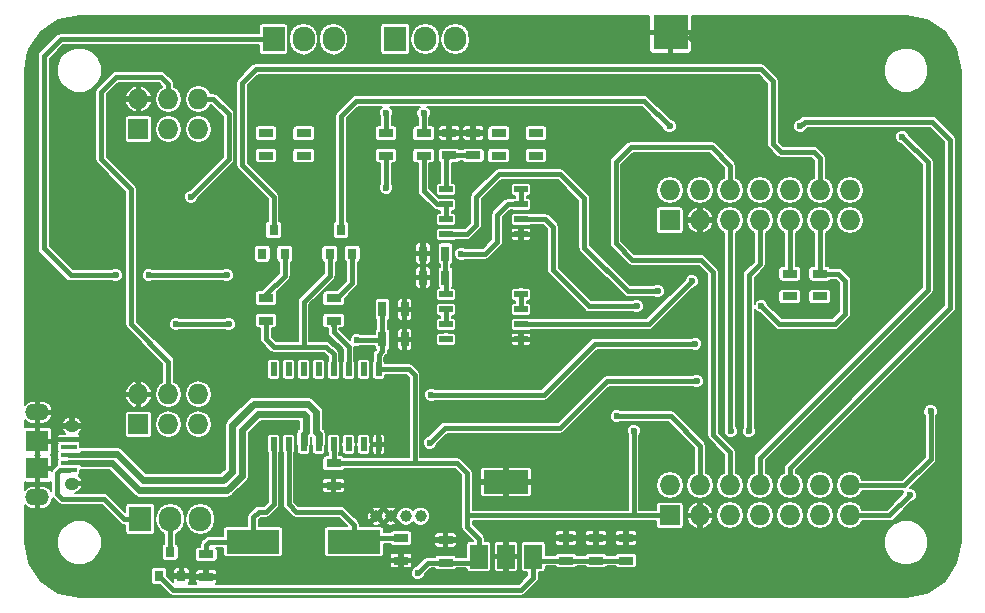
<source format=gbr>
G04 #@! TF.FileFunction,Copper,L2,Bot,Signal*
%FSLAX46Y46*%
G04 Gerber Fmt 4.6, Leading zero omitted, Abs format (unit mm)*
G04 Created by KiCad (PCBNEW 4.0.6-e0-6349~52~ubuntu17.04.1) date Wed Jul  5 18:03:06 2017*
%MOMM*%
%LPD*%
G01*
G04 APERTURE LIST*
%ADD10C,0.100000*%
%ADD11C,0.700000*%
%ADD12R,1.727200X1.727200*%
%ADD13O,1.727200X1.727200*%
%ADD14R,0.508000X1.143000*%
%ADD15R,1.300000X0.700000*%
%ADD16R,0.700000X1.300000*%
%ADD17R,1.900000X2.100000*%
%ADD18O,1.900000X2.100000*%
%ADD19R,0.800000X0.900000*%
%ADD20R,1.143000X0.508000*%
%ADD21R,3.800000X2.000000*%
%ADD22R,1.500000X2.000000*%
%ADD23R,4.500000X2.000000*%
%ADD24R,3.000000X3.000000*%
%ADD25C,1.000000*%
%ADD26R,1.350000X0.400000*%
%ADD27O,1.250000X1.050000*%
%ADD28O,2.000000X1.400000*%
%ADD29R,1.900000X1.800000*%
%ADD30R,2.100000X1.900000*%
%ADD31C,0.600000*%
%ADD32C,0.400000*%
%ADD33C,0.600000*%
%ADD34C,0.200000*%
G04 APERTURE END LIST*
D10*
D11*
X134224500Y-107179600D03*
X121270500Y-105909600D03*
X134669000Y-104665000D03*
X134669000Y-102125000D03*
X122794500Y-102353600D03*
X120254500Y-102353600D03*
X125588500Y-104639600D03*
X130668500Y-104639600D03*
X128128500Y-104639600D03*
X154227000Y-114063000D03*
X179627000Y-114063000D03*
X159307000Y-114063000D03*
X156767000Y-114063000D03*
X177087000Y-114063000D03*
X184707000Y-114063000D03*
X164387000Y-114063000D03*
X161847000Y-114063000D03*
X141527000Y-114063000D03*
X121207000Y-114063000D03*
X123747000Y-114063000D03*
X144067000Y-114063000D03*
X146607000Y-114063000D03*
X136447000Y-114063000D03*
X118667000Y-114063000D03*
X138987000Y-114063000D03*
X133907000Y-114063000D03*
X167435000Y-76471000D03*
X167498500Y-72089500D03*
X167498500Y-107649500D03*
X167498500Y-105109500D03*
X167498500Y-84789500D03*
X167498500Y-79709500D03*
X167498500Y-82249500D03*
X148512000Y-105681000D03*
X148512000Y-85361000D03*
X149020000Y-100601000D03*
X148512000Y-82821000D03*
X148512000Y-92981000D03*
X148512000Y-110761000D03*
X148512000Y-90441000D03*
X148512000Y-95521000D03*
X187247000Y-71899000D03*
X187247000Y-102379000D03*
X187247000Y-76979000D03*
X187247000Y-99839000D03*
X187247000Y-79519000D03*
X187247000Y-89679000D03*
X187247000Y-87139000D03*
X187247000Y-92219000D03*
X187247000Y-112539000D03*
X187247000Y-115079000D03*
X187247000Y-95521000D03*
X177341000Y-98569000D03*
X179881000Y-98569000D03*
X184326000Y-98569000D03*
X164641000Y-98569000D03*
X161085000Y-98569000D03*
X192581000Y-98569000D03*
X172261000Y-98569000D03*
X190041000Y-98569000D03*
X169721000Y-98569000D03*
X167435000Y-98569000D03*
X132510000Y-94505000D03*
X131621000Y-98569000D03*
X141781000Y-98569000D03*
X144321000Y-98569000D03*
X139241000Y-98569000D03*
X136701000Y-98569000D03*
X127938000Y-83329000D03*
X129843000Y-83329000D03*
X134796000Y-83329000D03*
X132891000Y-83329000D03*
X143051000Y-83329000D03*
X140511000Y-83329000D03*
X137971000Y-83329000D03*
X125271000Y-83329000D03*
X122731000Y-83329000D03*
X170610000Y-96283000D03*
X152830000Y-96283000D03*
X178230000Y-96283000D03*
X157910000Y-96283000D03*
X155370000Y-96283000D03*
X168070000Y-96283000D03*
X183310000Y-96283000D03*
X122350000Y-96283000D03*
X124890000Y-96283000D03*
X119873500Y-67390500D03*
X119873500Y-85170500D03*
X119873500Y-80090500D03*
X119873500Y-82630500D03*
X119873500Y-75010500D03*
X119873500Y-77550500D03*
X119873500Y-97870500D03*
X119873500Y-95330500D03*
X119873500Y-90250500D03*
X119873500Y-92790500D03*
X119873500Y-100410500D03*
X160894500Y-84535500D03*
X160894500Y-104855500D03*
X160894500Y-102315500D03*
X160894500Y-81995500D03*
X160894500Y-76915500D03*
X160894500Y-79455500D03*
X160894500Y-107395500D03*
X160894500Y-87075500D03*
X160894500Y-94695500D03*
X173912000Y-68470000D03*
X156132000Y-68470000D03*
X176452000Y-68470000D03*
X181532000Y-68470000D03*
X161212000Y-68470000D03*
X158672000Y-68470000D03*
X178992000Y-68470000D03*
X168832000Y-68470000D03*
X171372000Y-68470000D03*
X186612000Y-68470000D03*
X166292000Y-68470000D03*
X163752000Y-68470000D03*
X184072000Y-68470000D03*
X143432000Y-68470000D03*
X153846000Y-109872000D03*
X156386000Y-109872000D03*
X161466000Y-109872000D03*
X158926000Y-109872000D03*
X191946000Y-109872000D03*
X166546000Y-109872000D03*
X138606000Y-109872000D03*
D12*
X124476000Y-76222000D03*
D13*
X124476000Y-73682000D03*
X127016000Y-76222000D03*
X127016000Y-73682000D03*
X129556000Y-76222000D03*
X129556000Y-73682000D03*
D12*
X124476000Y-101222000D03*
D13*
X124476000Y-98682000D03*
X127016000Y-101222000D03*
X127016000Y-98682000D03*
X129556000Y-101222000D03*
X129556000Y-98682000D03*
D12*
X169476000Y-83922000D03*
D13*
X169476000Y-81382000D03*
X172016000Y-83922000D03*
X172016000Y-81382000D03*
X174556000Y-83922000D03*
X174556000Y-81382000D03*
X177096000Y-83922000D03*
X177096000Y-81382000D03*
X179636000Y-83922000D03*
X179636000Y-81382000D03*
X182176000Y-83922000D03*
X182176000Y-81382000D03*
X184716000Y-83922000D03*
X184716000Y-81382000D03*
D12*
X169476000Y-108922000D03*
D13*
X169476000Y-106382000D03*
X172016000Y-108922000D03*
X172016000Y-106382000D03*
X174556000Y-108922000D03*
X174556000Y-106382000D03*
X177096000Y-108922000D03*
X177096000Y-106382000D03*
X179636000Y-108922000D03*
X179636000Y-106382000D03*
X182176000Y-108922000D03*
X182176000Y-106382000D03*
X184716000Y-108922000D03*
X184716000Y-106382000D03*
D14*
X144811000Y-96552000D03*
X142271000Y-96552000D03*
X141001000Y-96552000D03*
X139731000Y-96552000D03*
X138461000Y-96552000D03*
X137191000Y-96552000D03*
X135921000Y-96552000D03*
X135921000Y-102902000D03*
X137191000Y-102902000D03*
X138461000Y-102902000D03*
X139731000Y-102902000D03*
X141001000Y-102902000D03*
X142271000Y-102902000D03*
X143541000Y-102902000D03*
X144811000Y-102902000D03*
X143541000Y-96552000D03*
D15*
X165766000Y-112742000D03*
X165766000Y-110842000D03*
X163226000Y-112742000D03*
X163226000Y-110842000D03*
X160686000Y-112742000D03*
X160686000Y-110842000D03*
X150495000Y-112912000D03*
X150495000Y-111012000D03*
X141001000Y-104492000D03*
X141001000Y-106392000D03*
X146716000Y-110842000D03*
X146716000Y-112742000D03*
X130224000Y-112224000D03*
X130224000Y-114124000D03*
D16*
X145131000Y-94012000D03*
X147031000Y-94012000D03*
X145131000Y-91472000D03*
X147031000Y-91472000D03*
D17*
X135921000Y-68612000D03*
D18*
X138461000Y-68612000D03*
X141001000Y-68612000D03*
D17*
X124636000Y-109237000D03*
D18*
X127176000Y-109237000D03*
X129716000Y-109237000D03*
D19*
X136871000Y-86757000D03*
X134971000Y-86757000D03*
X135921000Y-84757000D03*
X142586000Y-86757000D03*
X140686000Y-86757000D03*
X141636000Y-84757000D03*
D15*
X145446000Y-76552000D03*
X145446000Y-78452000D03*
X148621000Y-76552000D03*
X148621000Y-78452000D03*
X154971000Y-76552000D03*
X154971000Y-78452000D03*
X158146000Y-76552000D03*
X158146000Y-78452000D03*
X135286000Y-90522000D03*
X135286000Y-92422000D03*
X141001000Y-90522000D03*
X141001000Y-92422000D03*
X135286000Y-76552000D03*
X135286000Y-78452000D03*
X138461000Y-76552000D03*
X138461000Y-78452000D03*
D20*
X150526000Y-81312000D03*
X150526000Y-82582000D03*
X150526000Y-83852000D03*
X150526000Y-85122000D03*
X156876000Y-85122000D03*
X156876000Y-83852000D03*
X156876000Y-82582000D03*
X156876000Y-81312000D03*
D21*
X155606000Y-106102000D03*
D22*
X155606000Y-112402000D03*
X153306000Y-112402000D03*
X157906000Y-112402000D03*
D20*
X150526000Y-90202000D03*
X150526000Y-91472000D03*
X150526000Y-92742000D03*
X150526000Y-94012000D03*
X156876000Y-94012000D03*
X156876000Y-92742000D03*
X156876000Y-91472000D03*
X156876000Y-90202000D03*
D23*
X134211000Y-111157000D03*
X142711000Y-111157000D03*
D24*
X169545000Y-68020000D03*
D19*
X128126000Y-114047000D03*
X126226000Y-114047000D03*
X127176000Y-112047000D03*
D25*
X144635000Y-108983000D03*
X145885000Y-108983000D03*
X148385000Y-108983000D03*
X147135000Y-108983000D03*
D15*
X179627000Y-90375000D03*
X179627000Y-88475000D03*
X182167000Y-90375000D03*
X182167000Y-88475000D03*
D17*
X146226000Y-68597000D03*
D18*
X148766000Y-68597000D03*
X151306000Y-68597000D03*
D15*
X150798000Y-78437000D03*
X150798000Y-76537000D03*
D16*
X150478000Y-88790000D03*
X148578000Y-88790000D03*
D15*
X152830000Y-78437000D03*
X152830000Y-76537000D03*
D16*
X150478000Y-86758000D03*
X148578000Y-86758000D03*
D26*
X118586500Y-102495500D03*
X118586500Y-103145500D03*
X118586500Y-103795500D03*
X118586500Y-104445500D03*
D27*
X118861500Y-101370500D03*
X118861500Y-106220500D03*
D28*
X115936500Y-100195500D03*
D26*
X118586500Y-105095500D03*
D29*
X115936500Y-102645500D03*
D28*
X115936500Y-107395500D03*
D29*
X115936500Y-104945500D03*
D30*
X183310000Y-71518000D03*
D31*
X132111000Y-92742000D03*
X127666000Y-92742000D03*
X189769000Y-107220000D03*
X191547000Y-100108000D03*
X164973000Y-100532000D03*
X174625000Y-101802000D03*
X171323000Y-89102000D03*
X189152000Y-76852000D03*
X176149000Y-101802000D03*
X150526000Y-94012000D03*
X180516000Y-75963000D03*
X168451000Y-89933000D03*
X126287000Y-114063000D03*
X165735000Y-112724000D03*
X128936000Y-81947000D03*
X169449000Y-75978000D03*
X177214000Y-91203000D03*
X166673000Y-91203000D03*
X122555000Y-88594000D03*
X125349000Y-88594000D03*
X131953000Y-88594000D03*
X142975500Y-94081500D03*
X166419000Y-101744000D03*
X148131000Y-113809000D03*
X135286000Y-78452000D03*
X150526000Y-90202000D03*
X150526000Y-81312000D03*
X135286000Y-76552000D03*
X138461000Y-76552000D03*
X138479000Y-78503000D03*
X134971000Y-86757000D03*
X141001000Y-92742000D03*
X145464000Y-81170000D03*
X151814000Y-86758000D03*
X154971000Y-78452000D03*
X156876000Y-90202000D03*
X158146000Y-78452000D03*
X150526000Y-92742000D03*
X145446000Y-74835000D03*
X148621000Y-74835000D03*
X154971000Y-76552000D03*
X158146000Y-76552000D03*
X149274000Y-98696000D03*
X171626000Y-94378000D03*
X143541000Y-102902000D03*
X179627000Y-90441000D03*
X142271000Y-102902000D03*
X182167000Y-90441000D03*
X171753000Y-97553000D03*
X149147000Y-102760000D03*
D32*
X118601000Y-102490000D02*
X120216000Y-102490000D01*
X120216000Y-102490000D02*
X121158000Y-101548000D01*
X127666000Y-92742000D02*
X132111000Y-92742000D01*
X184716000Y-108922000D02*
X188067000Y-108922000D01*
X188067000Y-108922000D02*
X189769000Y-107220000D01*
X127016000Y-98682000D02*
X127016000Y-95902000D01*
X127016000Y-72407000D02*
X127016000Y-73682000D01*
X126396000Y-71787000D02*
X127016000Y-72407000D01*
X122586000Y-71787000D02*
X126396000Y-71787000D01*
X121316000Y-73057000D02*
X122586000Y-71787000D01*
X121316000Y-78772000D02*
X121316000Y-73057000D01*
X123856000Y-81312000D02*
X121316000Y-78772000D01*
X123856000Y-92742000D02*
X123856000Y-81312000D01*
X127016000Y-95902000D02*
X123856000Y-92742000D01*
X189337000Y-106382000D02*
X184716000Y-106382000D01*
X191547000Y-104172000D02*
X189337000Y-106382000D01*
X191547000Y-100108000D02*
X191547000Y-104172000D01*
X172016000Y-106382000D02*
X172016000Y-103003000D01*
X169545000Y-100532000D02*
X164973000Y-100532000D01*
X172016000Y-103003000D02*
X169545000Y-100532000D01*
X174556000Y-81382000D02*
X174556000Y-79307000D01*
X174556000Y-103564000D02*
X173132000Y-102140000D01*
X173132000Y-102140000D02*
X173132000Y-88297000D01*
X173132000Y-88297000D02*
X172116000Y-87281000D01*
X172116000Y-87281000D02*
X168814000Y-87281000D01*
X174556000Y-103564000D02*
X174556000Y-106382000D01*
X166274000Y-87281000D02*
X168814000Y-87281000D01*
X164877000Y-85884000D02*
X166274000Y-87281000D01*
X164877000Y-79026000D02*
X164877000Y-85884000D01*
X166147000Y-77756000D02*
X164877000Y-79026000D01*
X173005000Y-77756000D02*
X166147000Y-77756000D01*
X174556000Y-79307000D02*
X173005000Y-77756000D01*
X174556000Y-101733000D02*
X174556000Y-83922000D01*
X174625000Y-101802000D02*
X174556000Y-101733000D01*
X156876000Y-92742000D02*
X167683000Y-92742000D01*
X167683000Y-92742000D02*
X171323000Y-89102000D01*
X177096000Y-106382000D02*
X177096000Y-104021000D01*
X191311000Y-79011000D02*
X189152000Y-76852000D01*
X191311000Y-89806000D02*
X191311000Y-79011000D01*
X177096000Y-104021000D02*
X191311000Y-89806000D01*
X177069000Y-81355000D02*
X177096000Y-81382000D01*
X176149000Y-88594000D02*
X176149000Y-101802000D01*
X177096000Y-87647000D02*
X176149000Y-88594000D01*
X177096000Y-87647000D02*
X177096000Y-83922000D01*
X179636000Y-106382000D02*
X179636000Y-104910000D01*
X180897000Y-75582000D02*
X180516000Y-75963000D01*
X191692000Y-75582000D02*
X180897000Y-75582000D01*
X193216000Y-77106000D02*
X191692000Y-75582000D01*
X193216000Y-91330000D02*
X193216000Y-77106000D01*
X179636000Y-104910000D02*
X193216000Y-91330000D01*
X152307000Y-85122000D02*
X150526000Y-85122000D01*
X153084000Y-84345000D02*
X152307000Y-85122000D01*
X153084000Y-81932000D02*
X153084000Y-84345000D01*
X154989000Y-80027000D02*
X153084000Y-81932000D01*
X160196000Y-80027000D02*
X154989000Y-80027000D01*
X162228000Y-82059000D02*
X160196000Y-80027000D01*
X162228000Y-86250000D02*
X162228000Y-82059000D01*
X165911000Y-89933000D02*
X162228000Y-86250000D01*
X168451000Y-89933000D02*
X165911000Y-89933000D01*
X179627000Y-88475000D02*
X179627000Y-83931000D01*
X179627000Y-83931000D02*
X179636000Y-83922000D01*
X157906000Y-112402000D02*
X157906000Y-114194000D01*
X127385000Y-115206000D02*
X126226000Y-114047000D01*
X156894000Y-115206000D02*
X127385000Y-115206000D01*
X157906000Y-114194000D02*
X156894000Y-115206000D01*
X126271000Y-114047000D02*
X126287000Y-114063000D01*
X126271000Y-114047000D02*
X126226000Y-114047000D01*
X165735000Y-112724000D02*
X165753000Y-112742000D01*
X165753000Y-112742000D02*
X165766000Y-112742000D01*
X163226000Y-112742000D02*
X165766000Y-112742000D01*
X160686000Y-112742000D02*
X163226000Y-112742000D01*
X160686000Y-112742000D02*
X158246000Y-112742000D01*
X158246000Y-112742000D02*
X157906000Y-112402000D01*
X130831000Y-73682000D02*
X129556000Y-73682000D01*
X132111000Y-74962000D02*
X130831000Y-73682000D01*
X132111000Y-78772000D02*
X132111000Y-74962000D01*
X128936000Y-81947000D02*
X132111000Y-78772000D01*
X167290000Y-73819000D02*
X169449000Y-75978000D01*
X142906000Y-73819000D02*
X167290000Y-73819000D01*
X141636000Y-75089000D02*
X142906000Y-73819000D01*
X141636000Y-84757000D02*
X141636000Y-75089000D01*
X156876000Y-83852000D02*
X158941000Y-83852000D01*
X183757000Y-88475000D02*
X182167000Y-88475000D01*
X184326000Y-89044000D02*
X183757000Y-88475000D01*
X184326000Y-91838000D02*
X184326000Y-89044000D01*
X183437000Y-92727000D02*
X184326000Y-91838000D01*
X178738000Y-92727000D02*
X183437000Y-92727000D01*
X177214000Y-91203000D02*
X178738000Y-92727000D01*
X162609000Y-91203000D02*
X166673000Y-91203000D01*
X159561000Y-88155000D02*
X162609000Y-91203000D01*
X159561000Y-84472000D02*
X159561000Y-88155000D01*
X158941000Y-83852000D02*
X159561000Y-84472000D01*
X182167000Y-88475000D02*
X182167000Y-83931000D01*
X182167000Y-83931000D02*
X182176000Y-83922000D01*
X135921000Y-84757000D02*
X135921000Y-81947000D01*
X182176000Y-78672000D02*
X182176000Y-81382000D01*
X181641000Y-78137000D02*
X182176000Y-78672000D01*
X178847000Y-78137000D02*
X181641000Y-78137000D01*
X178212000Y-77502000D02*
X178847000Y-78137000D01*
X178212000Y-72168000D02*
X178212000Y-77502000D01*
X177196000Y-71152000D02*
X178212000Y-72168000D01*
X134397000Y-71152000D02*
X177196000Y-71152000D01*
X133254000Y-72295000D02*
X134397000Y-71152000D01*
X133254000Y-79280000D02*
X133254000Y-72295000D01*
X135921000Y-81947000D02*
X133254000Y-79280000D01*
X117899000Y-68612000D02*
X116459000Y-70052000D01*
X116459000Y-70052000D02*
X116459000Y-86308000D01*
X116459000Y-86308000D02*
X118745000Y-88594000D01*
X118745000Y-88594000D02*
X122555000Y-88594000D01*
X125349000Y-88594000D02*
X131953000Y-88594000D01*
X135921000Y-68612000D02*
X117899000Y-68612000D01*
X142975500Y-94081500D02*
X142976600Y-94080400D01*
X166401000Y-107442000D02*
X166401000Y-101762000D01*
X166401000Y-101762000D02*
X166419000Y-101744000D01*
X150495000Y-112912000D02*
X149028000Y-112912000D01*
X149028000Y-112912000D02*
X148131000Y-113809000D01*
X145131000Y-94012000D02*
X145131000Y-95024800D01*
X144811000Y-95344800D02*
X144811000Y-96552000D01*
X145131000Y-95024800D02*
X144811000Y-95344800D01*
X142976600Y-94080400D02*
X145062600Y-94080400D01*
X145062600Y-94080400D02*
X145131000Y-94012000D01*
X150495000Y-112912000D02*
X152796000Y-112912000D01*
X152796000Y-112912000D02*
X153306000Y-112402000D01*
X150337000Y-112894000D02*
X150355000Y-112912000D01*
X150355000Y-112912000D02*
X150495000Y-112912000D01*
X150355000Y-112912000D02*
X150495000Y-112912000D01*
X166401000Y-107442000D02*
X166401000Y-108922000D01*
X166370000Y-108839000D02*
X166370000Y-108922000D01*
X166370000Y-108891000D02*
X166370000Y-108839000D01*
X166401000Y-108922000D02*
X166370000Y-108891000D01*
X169476000Y-108922000D02*
X166370000Y-108922000D01*
X166370000Y-108922000D02*
X152304000Y-108922000D01*
X152304000Y-108922000D02*
X152273000Y-108891000D01*
X152273000Y-108891000D02*
X152273000Y-108839000D01*
X152273000Y-108839000D02*
X152304000Y-108839000D01*
X150592000Y-104492000D02*
X151481000Y-104492000D01*
X151481000Y-104492000D02*
X152304000Y-105315000D01*
X152304000Y-105315000D02*
X152304000Y-108839000D01*
X147859000Y-104492000D02*
X150592000Y-104492000D01*
X153306000Y-110889000D02*
X153306000Y-112402000D01*
X152304000Y-108839000D02*
X152304000Y-109887000D01*
X152304000Y-109887000D02*
X153306000Y-110889000D01*
X147859000Y-104492000D02*
X147859000Y-97060000D01*
X147859000Y-97060000D02*
X147351000Y-96552000D01*
X147351000Y-96552000D02*
X144811000Y-96552000D01*
X147859000Y-104492000D02*
X141001000Y-104492000D01*
X167849000Y-108922000D02*
X169476000Y-108922000D01*
X166401000Y-107442000D02*
X166401000Y-107474000D01*
X152966000Y-112742000D02*
X153306000Y-112402000D01*
X145131000Y-91472000D02*
X145131000Y-94012000D01*
X141001000Y-102902000D02*
X141001000Y-104492000D01*
X146716000Y-110842000D02*
X143026000Y-110842000D01*
X143026000Y-110842000D02*
X142711000Y-111157000D01*
X137191000Y-102902000D02*
X137191000Y-107982000D01*
X137191000Y-107982000D02*
X137826000Y-108617000D01*
X137826000Y-108617000D02*
X141636000Y-108617000D01*
X141636000Y-108617000D02*
X142711000Y-109692000D01*
X142711000Y-109692000D02*
X142711000Y-111157000D01*
X130224000Y-112224000D02*
X130224000Y-111396000D01*
X130463000Y-111157000D02*
X134211000Y-111157000D01*
X130224000Y-111396000D02*
X130463000Y-111157000D01*
X133896000Y-110842000D02*
X134211000Y-111157000D01*
X135921000Y-102902000D02*
X135921000Y-107982000D01*
X135921000Y-107982000D02*
X135286000Y-108617000D01*
X135286000Y-108617000D02*
X134651000Y-108617000D01*
X134651000Y-108617000D02*
X134211000Y-109057000D01*
X134211000Y-109057000D02*
X134211000Y-111157000D01*
X150526000Y-81312000D02*
X150526000Y-78709000D01*
X150526000Y-78709000D02*
X150798000Y-78437000D01*
X152830000Y-78437000D02*
X150798000Y-78437000D01*
X150478000Y-86758000D02*
X150478000Y-88790000D01*
X150478000Y-88790000D02*
X150526000Y-88838000D01*
X150526000Y-88838000D02*
X150526000Y-90202000D01*
X118601000Y-104440000D02*
X119615000Y-104440000D01*
D33*
X122249960Y-104494000D02*
X119669000Y-104494000D01*
X132013040Y-106805000D02*
X124560960Y-106805000D01*
X133262000Y-105556040D02*
X132013040Y-106805000D01*
X133262000Y-101656040D02*
X133262000Y-105556040D01*
X134613040Y-100305000D02*
X133262000Y-101656040D01*
X138460960Y-100305000D02*
X134613040Y-100305000D01*
X138461000Y-102044750D02*
X138461000Y-102902000D01*
X138671000Y-101834750D02*
X138671000Y-100515040D01*
X138671000Y-100515040D02*
X138460960Y-100305000D01*
X124560960Y-106805000D02*
X122249960Y-104494000D01*
X138461000Y-102044750D02*
X138671000Y-101834750D01*
D32*
X119615000Y-104440000D02*
X119669000Y-104494000D01*
X118601000Y-103790000D02*
X119586998Y-103790000D01*
D33*
X132412000Y-105203960D02*
X131660960Y-105955000D01*
X139731000Y-102044750D02*
X139731000Y-102902000D01*
X124913040Y-105955000D02*
X122651140Y-103693100D01*
X139731000Y-102044750D02*
X139521000Y-101834750D01*
X139521000Y-101834750D02*
X139521000Y-100162960D01*
X134260960Y-99455000D02*
X132412000Y-101303960D01*
X139521000Y-100162960D02*
X138813040Y-99455000D01*
X138813040Y-99455000D02*
X134260960Y-99455000D01*
X132412000Y-101303960D02*
X132412000Y-105203960D01*
X131660960Y-105955000D02*
X124913040Y-105955000D01*
X122651140Y-103693100D02*
X119683898Y-103693100D01*
D32*
X119586998Y-103790000D02*
X119683898Y-103693100D01*
X138479000Y-78503000D02*
X138461000Y-78485000D01*
X138461000Y-78485000D02*
X138461000Y-78452000D01*
X135286000Y-90522000D02*
X135286000Y-90202000D01*
X135286000Y-90202000D02*
X136871000Y-88617000D01*
X136871000Y-88617000D02*
X136871000Y-86757000D01*
X141001000Y-92422000D02*
X141001000Y-92742000D01*
X142271000Y-96552000D02*
X142271000Y-94647000D01*
X141001000Y-93377000D02*
X141001000Y-92422000D01*
X142271000Y-94647000D02*
X141001000Y-93377000D01*
X141001000Y-90522000D02*
X141316000Y-90522000D01*
X141316000Y-90522000D02*
X142586000Y-89252000D01*
X142586000Y-89252000D02*
X142586000Y-86757000D01*
X140686000Y-86757000D02*
X140686000Y-88612000D01*
X138461000Y-90837000D02*
X138461000Y-94647000D01*
X140686000Y-88612000D02*
X138461000Y-90837000D01*
X141001000Y-96552000D02*
X141001000Y-95282000D01*
X135286000Y-94012000D02*
X135286000Y-92422000D01*
X135921000Y-94647000D02*
X135286000Y-94012000D01*
X140366000Y-94647000D02*
X138461000Y-94647000D01*
X138461000Y-94647000D02*
X135921000Y-94647000D01*
X141001000Y-95282000D02*
X140366000Y-94647000D01*
X156876000Y-82582000D02*
X155736000Y-82582000D01*
X145446000Y-81152000D02*
X145446000Y-78452000D01*
X145464000Y-81170000D02*
X145446000Y-81152000D01*
X153846000Y-86758000D02*
X151814000Y-86758000D01*
X154862000Y-85742000D02*
X153846000Y-86758000D01*
X154862000Y-83456000D02*
X154862000Y-85742000D01*
X155736000Y-82582000D02*
X154862000Y-83456000D01*
X145446000Y-78518000D02*
X145446000Y-78518000D01*
X145446000Y-78518000D02*
X145446000Y-78452000D01*
X156876000Y-81312000D02*
X156876000Y-82582000D01*
X150526000Y-82582000D02*
X149764000Y-82582000D01*
X148621000Y-81439000D02*
X148621000Y-78391000D01*
X149764000Y-82582000D02*
X148621000Y-81439000D01*
X150526000Y-82582000D02*
X150526000Y-83852000D01*
X156876000Y-91472000D02*
X156876000Y-90202000D01*
X150526000Y-91472000D02*
X150526000Y-92742000D01*
X145446000Y-76552000D02*
X145446000Y-74835000D01*
X148621000Y-76552000D02*
X148621000Y-74835000D01*
X124636000Y-109237000D02*
X123302500Y-109237000D01*
X117861000Y-105090000D02*
X118601000Y-105090000D01*
X117587500Y-105363500D02*
X117861000Y-105090000D01*
X117587500Y-107078000D02*
X117587500Y-105363500D01*
X118032000Y-107522500D02*
X117587500Y-107078000D01*
X121588000Y-107522500D02*
X118032000Y-107522500D01*
X123302500Y-109237000D02*
X121588000Y-107522500D01*
X118601000Y-105090000D02*
X118251000Y-105090000D01*
X127176000Y-109237000D02*
X127176000Y-112047000D01*
X154227000Y-98696000D02*
X158799000Y-98696000D01*
X149274000Y-98696000D02*
X154227000Y-98696000D01*
X158799000Y-98696000D02*
X163117000Y-94378000D01*
X163117000Y-94378000D02*
X171626000Y-94378000D01*
X179627000Y-90375000D02*
X179627000Y-90441000D01*
X143541000Y-102996000D02*
X143541000Y-102902000D01*
X143544000Y-102902000D02*
X143541000Y-102902000D01*
X182167000Y-90375000D02*
X182167000Y-90441000D01*
X164133000Y-97553000D02*
X171753000Y-97553000D01*
X160196000Y-101490000D02*
X164133000Y-97553000D01*
X150417000Y-101490000D02*
X160196000Y-101490000D01*
X149147000Y-102760000D02*
X150417000Y-101490000D01*
D34*
G36*
X167745000Y-67795000D02*
X167820000Y-67870000D01*
X169395000Y-67870000D01*
X169395000Y-67850000D01*
X169695000Y-67850000D01*
X169695000Y-67870000D01*
X171270000Y-67870000D01*
X171345000Y-67795000D01*
X171345000Y-66597000D01*
X189439068Y-66597000D01*
X191243098Y-66955844D01*
X192741173Y-67956825D01*
X193742156Y-69454902D01*
X194101000Y-71258932D01*
X194101000Y-111185068D01*
X193742156Y-112989098D01*
X192741173Y-114487175D01*
X191243098Y-115488156D01*
X189439068Y-115847000D01*
X119512932Y-115847000D01*
X117708902Y-115488156D01*
X116210825Y-114487173D01*
X115616031Y-113597000D01*
X125520123Y-113597000D01*
X125520123Y-114497000D01*
X125541042Y-114608173D01*
X125606745Y-114710279D01*
X125706997Y-114778778D01*
X125826000Y-114802877D01*
X126274771Y-114802877D01*
X127031447Y-115559554D01*
X127128686Y-115624526D01*
X127193658Y-115667940D01*
X127385000Y-115706000D01*
X156894000Y-115706000D01*
X157085342Y-115667940D01*
X157247553Y-115559553D01*
X158259553Y-114547553D01*
X158367940Y-114385342D01*
X158375169Y-114349000D01*
X158406000Y-114194000D01*
X158406000Y-113707877D01*
X158656000Y-113707877D01*
X158767173Y-113686958D01*
X158869279Y-113621255D01*
X158937778Y-113521003D01*
X158961877Y-113402000D01*
X158961877Y-113242000D01*
X159776026Y-113242000D01*
X159816745Y-113305279D01*
X159916997Y-113373778D01*
X160036000Y-113397877D01*
X161336000Y-113397877D01*
X161447173Y-113376958D01*
X161549279Y-113311255D01*
X161596599Y-113242000D01*
X162316026Y-113242000D01*
X162356745Y-113305279D01*
X162456997Y-113373778D01*
X162576000Y-113397877D01*
X163876000Y-113397877D01*
X163987173Y-113376958D01*
X164089279Y-113311255D01*
X164136599Y-113242000D01*
X164856026Y-113242000D01*
X164896745Y-113305279D01*
X164996997Y-113373778D01*
X165116000Y-113397877D01*
X166416000Y-113397877D01*
X166527173Y-113376958D01*
X166629279Y-113311255D01*
X166697778Y-113211003D01*
X166721877Y-113092000D01*
X166721877Y-112392000D01*
X166700958Y-112280827D01*
X166635255Y-112178721D01*
X166535003Y-112110222D01*
X166416000Y-112086123D01*
X165116000Y-112086123D01*
X165004827Y-112107042D01*
X164902721Y-112172745D01*
X164855401Y-112242000D01*
X164135974Y-112242000D01*
X164095255Y-112178721D01*
X163995003Y-112110222D01*
X163876000Y-112086123D01*
X162576000Y-112086123D01*
X162464827Y-112107042D01*
X162362721Y-112172745D01*
X162315401Y-112242000D01*
X161595974Y-112242000D01*
X161555255Y-112178721D01*
X161455003Y-112110222D01*
X161336000Y-112086123D01*
X160036000Y-112086123D01*
X159924827Y-112107042D01*
X159822721Y-112172745D01*
X159775401Y-112242000D01*
X158961877Y-112242000D01*
X158961877Y-111598275D01*
X187575671Y-111598275D01*
X187864319Y-112296857D01*
X188398331Y-112831802D01*
X189096409Y-113121669D01*
X189852275Y-113122329D01*
X190550857Y-112833681D01*
X191085802Y-112299669D01*
X191375669Y-111601591D01*
X191376329Y-110845725D01*
X191087681Y-110147143D01*
X190553669Y-109612198D01*
X189855591Y-109322331D01*
X189099725Y-109321671D01*
X188401143Y-109610319D01*
X187866198Y-110144331D01*
X187576331Y-110842409D01*
X187575671Y-111598275D01*
X158961877Y-111598275D01*
X158961877Y-111402000D01*
X158940958Y-111290827D01*
X158875255Y-111188721D01*
X158775003Y-111120222D01*
X158656000Y-111096123D01*
X157156000Y-111096123D01*
X157044827Y-111117042D01*
X156942721Y-111182745D01*
X156874222Y-111282997D01*
X156850123Y-111402000D01*
X156850123Y-113402000D01*
X156871042Y-113513173D01*
X156936745Y-113615279D01*
X157036997Y-113683778D01*
X157156000Y-113707877D01*
X157406000Y-113707877D01*
X157406000Y-113986894D01*
X156686894Y-114706000D01*
X131066264Y-114706000D01*
X131128328Y-114643937D01*
X131174000Y-114533674D01*
X131174000Y-114349000D01*
X131099000Y-114274000D01*
X130374000Y-114274000D01*
X130374000Y-114294000D01*
X130074000Y-114294000D01*
X130074000Y-114274000D01*
X129349000Y-114274000D01*
X129274000Y-114349000D01*
X129274000Y-114533674D01*
X129319672Y-114643937D01*
X129381736Y-114706000D01*
X128741265Y-114706000D01*
X128780328Y-114666937D01*
X128826000Y-114556674D01*
X128826000Y-114272000D01*
X128751000Y-114197000D01*
X128276000Y-114197000D01*
X128276000Y-114217000D01*
X127976000Y-114217000D01*
X127976000Y-114197000D01*
X127501000Y-114197000D01*
X127426000Y-114272000D01*
X127426000Y-114539893D01*
X126931877Y-114045771D01*
X126931877Y-113597000D01*
X126920649Y-113537326D01*
X127426000Y-113537326D01*
X127426000Y-113822000D01*
X127501000Y-113897000D01*
X127976000Y-113897000D01*
X127976000Y-113372000D01*
X128276000Y-113372000D01*
X128276000Y-113897000D01*
X128751000Y-113897000D01*
X128826000Y-113822000D01*
X128826000Y-113714326D01*
X129274000Y-113714326D01*
X129274000Y-113899000D01*
X129349000Y-113974000D01*
X130074000Y-113974000D01*
X130074000Y-113549000D01*
X130374000Y-113549000D01*
X130374000Y-113974000D01*
X131099000Y-113974000D01*
X131174000Y-113899000D01*
X131174000Y-113714326D01*
X131128328Y-113604063D01*
X131043936Y-113519672D01*
X130933673Y-113474000D01*
X130449000Y-113474000D01*
X130374000Y-113549000D01*
X130074000Y-113549000D01*
X129999000Y-113474000D01*
X129514327Y-113474000D01*
X129404064Y-113519672D01*
X129319672Y-113604063D01*
X129274000Y-113714326D01*
X128826000Y-113714326D01*
X128826000Y-113537326D01*
X128780328Y-113427063D01*
X128695936Y-113342672D01*
X128585673Y-113297000D01*
X128351000Y-113297000D01*
X128276000Y-113372000D01*
X127976000Y-113372000D01*
X127901000Y-113297000D01*
X127666327Y-113297000D01*
X127556064Y-113342672D01*
X127471672Y-113427063D01*
X127426000Y-113537326D01*
X126920649Y-113537326D01*
X126910958Y-113485827D01*
X126845255Y-113383721D01*
X126745003Y-113315222D01*
X126626000Y-113291123D01*
X125826000Y-113291123D01*
X125714827Y-113312042D01*
X125612721Y-113377745D01*
X125544222Y-113477997D01*
X125520123Y-113597000D01*
X115616031Y-113597000D01*
X115209844Y-112989098D01*
X114933193Y-111598275D01*
X117575671Y-111598275D01*
X117864319Y-112296857D01*
X118398331Y-112831802D01*
X119096409Y-113121669D01*
X119852275Y-113122329D01*
X120228200Y-112967000D01*
X145766000Y-112967000D01*
X145766000Y-113151674D01*
X145811672Y-113261937D01*
X145896064Y-113346328D01*
X146006327Y-113392000D01*
X146491000Y-113392000D01*
X146566000Y-113317000D01*
X146566000Y-112892000D01*
X146866000Y-112892000D01*
X146866000Y-113317000D01*
X146941000Y-113392000D01*
X147425673Y-113392000D01*
X147535936Y-113346328D01*
X147620328Y-113261937D01*
X147666000Y-113151674D01*
X147666000Y-112967000D01*
X147591000Y-112892000D01*
X146866000Y-112892000D01*
X146566000Y-112892000D01*
X145841000Y-112892000D01*
X145766000Y-112967000D01*
X120228200Y-112967000D01*
X120550857Y-112833681D01*
X121085802Y-112299669D01*
X121375669Y-111601591D01*
X121376329Y-110845725D01*
X121087681Y-110147143D01*
X120553669Y-109612198D01*
X119855591Y-109322331D01*
X119099725Y-109321671D01*
X118401143Y-109610319D01*
X117866198Y-110144331D01*
X117576331Y-110842409D01*
X117575671Y-111598275D01*
X114933193Y-111598275D01*
X114851000Y-111185068D01*
X114851000Y-108021704D01*
X115115235Y-108261977D01*
X115486500Y-108395500D01*
X115786500Y-108395500D01*
X115786500Y-107545500D01*
X115766500Y-107545500D01*
X115766500Y-107245500D01*
X115786500Y-107245500D01*
X115786500Y-106395500D01*
X115486500Y-106395500D01*
X115115235Y-106529023D01*
X114851000Y-106769296D01*
X114851000Y-106114092D01*
X114926827Y-106145500D01*
X115711500Y-106145500D01*
X115786500Y-106070500D01*
X115786500Y-105095500D01*
X116086500Y-105095500D01*
X116086500Y-106070500D01*
X116161500Y-106145500D01*
X116946173Y-106145500D01*
X117056436Y-106099828D01*
X117087500Y-106068764D01*
X117087500Y-106875110D01*
X117049672Y-106794459D01*
X116757765Y-106529023D01*
X116386500Y-106395500D01*
X116086500Y-106395500D01*
X116086500Y-107245500D01*
X116106500Y-107245500D01*
X116106500Y-107545500D01*
X116086500Y-107545500D01*
X116086500Y-108395500D01*
X116386500Y-108395500D01*
X116757765Y-108261977D01*
X117049672Y-107996541D01*
X117189548Y-107698318D01*
X117149258Y-107545502D01*
X117236500Y-107545502D01*
X117236500Y-107434106D01*
X117678447Y-107876053D01*
X117840658Y-107984440D01*
X118032000Y-108022500D01*
X121380894Y-108022500D01*
X122948947Y-109590553D01*
X123111158Y-109698940D01*
X123302500Y-109737000D01*
X123380123Y-109737000D01*
X123380123Y-110287000D01*
X123401042Y-110398173D01*
X123466745Y-110500279D01*
X123566997Y-110568778D01*
X123686000Y-110592877D01*
X125586000Y-110592877D01*
X125697173Y-110571958D01*
X125799279Y-110506255D01*
X125867778Y-110406003D01*
X125891877Y-110287000D01*
X125891877Y-109110552D01*
X125926000Y-109110552D01*
X125926000Y-109363448D01*
X126021151Y-109841802D01*
X126292117Y-110247331D01*
X126676000Y-110503834D01*
X126676000Y-111309940D01*
X126664827Y-111312042D01*
X126562721Y-111377745D01*
X126494222Y-111477997D01*
X126470123Y-111597000D01*
X126470123Y-112497000D01*
X126491042Y-112608173D01*
X126556745Y-112710279D01*
X126656997Y-112778778D01*
X126776000Y-112802877D01*
X127576000Y-112802877D01*
X127687173Y-112781958D01*
X127789279Y-112716255D01*
X127857778Y-112616003D01*
X127881877Y-112497000D01*
X127881877Y-111874000D01*
X129268123Y-111874000D01*
X129268123Y-112574000D01*
X129289042Y-112685173D01*
X129354745Y-112787279D01*
X129454997Y-112855778D01*
X129574000Y-112879877D01*
X130874000Y-112879877D01*
X130985173Y-112858958D01*
X131087279Y-112793255D01*
X131155778Y-112693003D01*
X131179877Y-112574000D01*
X131179877Y-111874000D01*
X131158958Y-111762827D01*
X131093255Y-111660721D01*
X131087809Y-111657000D01*
X131655123Y-111657000D01*
X131655123Y-112157000D01*
X131676042Y-112268173D01*
X131741745Y-112370279D01*
X131841997Y-112438778D01*
X131961000Y-112462877D01*
X136461000Y-112462877D01*
X136572173Y-112441958D01*
X136674279Y-112376255D01*
X136742778Y-112276003D01*
X136766877Y-112157000D01*
X136766877Y-110157000D01*
X136745958Y-110045827D01*
X136680255Y-109943721D01*
X136580003Y-109875222D01*
X136461000Y-109851123D01*
X134711000Y-109851123D01*
X134711000Y-109264106D01*
X134858106Y-109117000D01*
X135286000Y-109117000D01*
X135477342Y-109078940D01*
X135639553Y-108970553D01*
X136274554Y-108335553D01*
X136371014Y-108191190D01*
X136382940Y-108173342D01*
X136421000Y-107982000D01*
X136421000Y-103644866D01*
X136456778Y-103592503D01*
X136480877Y-103473500D01*
X136480877Y-102330500D01*
X136631123Y-102330500D01*
X136631123Y-103473500D01*
X136652042Y-103584673D01*
X136691000Y-103645216D01*
X136691000Y-107982000D01*
X136717853Y-108117000D01*
X136729060Y-108173342D01*
X136837447Y-108335553D01*
X137472447Y-108970554D01*
X137561927Y-109030342D01*
X137634658Y-109078940D01*
X137826000Y-109117000D01*
X141428894Y-109117000D01*
X142163016Y-109851123D01*
X140461000Y-109851123D01*
X140349827Y-109872042D01*
X140247721Y-109937745D01*
X140179222Y-110037997D01*
X140155123Y-110157000D01*
X140155123Y-112157000D01*
X140176042Y-112268173D01*
X140241745Y-112370279D01*
X140341997Y-112438778D01*
X140461000Y-112462877D01*
X144961000Y-112462877D01*
X145072173Y-112441958D01*
X145174279Y-112376255D01*
X145204294Y-112332326D01*
X145766000Y-112332326D01*
X145766000Y-112517000D01*
X145841000Y-112592000D01*
X146566000Y-112592000D01*
X146566000Y-112167000D01*
X146866000Y-112167000D01*
X146866000Y-112592000D01*
X147591000Y-112592000D01*
X147666000Y-112517000D01*
X147666000Y-112332326D01*
X147620328Y-112222063D01*
X147535936Y-112137672D01*
X147425673Y-112092000D01*
X146941000Y-112092000D01*
X146866000Y-112167000D01*
X146566000Y-112167000D01*
X146491000Y-112092000D01*
X146006327Y-112092000D01*
X145896064Y-112137672D01*
X145811672Y-112222063D01*
X145766000Y-112332326D01*
X145204294Y-112332326D01*
X145242778Y-112276003D01*
X145266877Y-112157000D01*
X145266877Y-111342000D01*
X145806026Y-111342000D01*
X145846745Y-111405279D01*
X145946997Y-111473778D01*
X146066000Y-111497877D01*
X147366000Y-111497877D01*
X147477173Y-111476958D01*
X147579279Y-111411255D01*
X147647778Y-111311003D01*
X147662764Y-111237000D01*
X149545000Y-111237000D01*
X149545000Y-111421674D01*
X149590672Y-111531937D01*
X149675064Y-111616328D01*
X149785327Y-111662000D01*
X150270000Y-111662000D01*
X150345000Y-111587000D01*
X150345000Y-111162000D01*
X150645000Y-111162000D01*
X150645000Y-111587000D01*
X150720000Y-111662000D01*
X151204673Y-111662000D01*
X151314936Y-111616328D01*
X151399328Y-111531937D01*
X151445000Y-111421674D01*
X151445000Y-111237000D01*
X151370000Y-111162000D01*
X150645000Y-111162000D01*
X150345000Y-111162000D01*
X149620000Y-111162000D01*
X149545000Y-111237000D01*
X147662764Y-111237000D01*
X147671877Y-111192000D01*
X147671877Y-110602326D01*
X149545000Y-110602326D01*
X149545000Y-110787000D01*
X149620000Y-110862000D01*
X150345000Y-110862000D01*
X150345000Y-110437000D01*
X150645000Y-110437000D01*
X150645000Y-110862000D01*
X151370000Y-110862000D01*
X151445000Y-110787000D01*
X151445000Y-110602326D01*
X151399328Y-110492063D01*
X151314936Y-110407672D01*
X151204673Y-110362000D01*
X150720000Y-110362000D01*
X150645000Y-110437000D01*
X150345000Y-110437000D01*
X150270000Y-110362000D01*
X149785327Y-110362000D01*
X149675064Y-110407672D01*
X149590672Y-110492063D01*
X149545000Y-110602326D01*
X147671877Y-110602326D01*
X147671877Y-110492000D01*
X147650958Y-110380827D01*
X147585255Y-110278721D01*
X147485003Y-110210222D01*
X147366000Y-110186123D01*
X146066000Y-110186123D01*
X145954827Y-110207042D01*
X145852721Y-110272745D01*
X145805401Y-110342000D01*
X145266877Y-110342000D01*
X145266877Y-110157000D01*
X145245958Y-110045827D01*
X145180255Y-109943721D01*
X145080003Y-109875222D01*
X144961000Y-109851123D01*
X143211000Y-109851123D01*
X143211000Y-109692000D01*
X143193088Y-109601948D01*
X144228184Y-109601948D01*
X144285088Y-109719807D01*
X144593687Y-109797626D01*
X144908576Y-109751426D01*
X144984912Y-109719807D01*
X145041816Y-109601948D01*
X145478184Y-109601948D01*
X145535088Y-109719807D01*
X145843687Y-109797626D01*
X146158576Y-109751426D01*
X146234912Y-109719807D01*
X146291816Y-109601948D01*
X145885000Y-109195132D01*
X145478184Y-109601948D01*
X145041816Y-109601948D01*
X144635000Y-109195132D01*
X144228184Y-109601948D01*
X143193088Y-109601948D01*
X143172940Y-109500658D01*
X143112733Y-109410553D01*
X143064554Y-109338447D01*
X142667794Y-108941687D01*
X143820374Y-108941687D01*
X143866574Y-109256576D01*
X143898193Y-109332912D01*
X144016052Y-109389816D01*
X144422868Y-108983000D01*
X144847132Y-108983000D01*
X145115863Y-109251731D01*
X145116574Y-109256576D01*
X145148193Y-109332912D01*
X145242648Y-109378516D01*
X145253948Y-109389816D01*
X145260000Y-109386894D01*
X145266052Y-109389816D01*
X145277352Y-109378516D01*
X145371807Y-109332912D01*
X145388280Y-109267588D01*
X145672868Y-108983000D01*
X146097132Y-108983000D01*
X146390697Y-109276565D01*
X146456397Y-109435572D01*
X146681245Y-109660812D01*
X146975172Y-109782861D01*
X147293432Y-109783139D01*
X147587572Y-109661603D01*
X147760103Y-109489372D01*
X147931245Y-109660812D01*
X148225172Y-109782861D01*
X148543432Y-109783139D01*
X148837572Y-109661603D01*
X149062812Y-109436755D01*
X149184861Y-109142828D01*
X149185139Y-108824568D01*
X149063603Y-108530428D01*
X148838755Y-108305188D01*
X148544828Y-108183139D01*
X148226568Y-108182861D01*
X147932428Y-108304397D01*
X147759897Y-108476628D01*
X147588755Y-108305188D01*
X147294828Y-108183139D01*
X146976568Y-108182861D01*
X146682428Y-108304397D01*
X146457188Y-108529245D01*
X146390653Y-108689479D01*
X146097132Y-108983000D01*
X145672868Y-108983000D01*
X145404137Y-108714269D01*
X145403426Y-108709424D01*
X145371807Y-108633088D01*
X145277352Y-108587484D01*
X145266052Y-108576184D01*
X145260000Y-108579106D01*
X145253948Y-108576184D01*
X145242648Y-108587484D01*
X145148193Y-108633088D01*
X145131720Y-108698412D01*
X144847132Y-108983000D01*
X144422868Y-108983000D01*
X144016052Y-108576184D01*
X143898193Y-108633088D01*
X143820374Y-108941687D01*
X142667794Y-108941687D01*
X142090159Y-108364052D01*
X144228184Y-108364052D01*
X144635000Y-108770868D01*
X145041816Y-108364052D01*
X145478184Y-108364052D01*
X145885000Y-108770868D01*
X146291816Y-108364052D01*
X146234912Y-108246193D01*
X145926313Y-108168374D01*
X145611424Y-108214574D01*
X145535088Y-108246193D01*
X145478184Y-108364052D01*
X145041816Y-108364052D01*
X144984912Y-108246193D01*
X144676313Y-108168374D01*
X144361424Y-108214574D01*
X144285088Y-108246193D01*
X144228184Y-108364052D01*
X142090159Y-108364052D01*
X141989553Y-108263447D01*
X141827342Y-108155060D01*
X141636000Y-108117000D01*
X138033107Y-108117000D01*
X137691000Y-107774894D01*
X137691000Y-106617000D01*
X140051000Y-106617000D01*
X140051000Y-106801674D01*
X140096672Y-106911937D01*
X140181064Y-106996328D01*
X140291327Y-107042000D01*
X140776000Y-107042000D01*
X140851000Y-106967000D01*
X140851000Y-106542000D01*
X141151000Y-106542000D01*
X141151000Y-106967000D01*
X141226000Y-107042000D01*
X141710673Y-107042000D01*
X141820936Y-106996328D01*
X141905328Y-106911937D01*
X141951000Y-106801674D01*
X141951000Y-106617000D01*
X141876000Y-106542000D01*
X141151000Y-106542000D01*
X140851000Y-106542000D01*
X140126000Y-106542000D01*
X140051000Y-106617000D01*
X137691000Y-106617000D01*
X137691000Y-105982326D01*
X140051000Y-105982326D01*
X140051000Y-106167000D01*
X140126000Y-106242000D01*
X140851000Y-106242000D01*
X140851000Y-105817000D01*
X141151000Y-105817000D01*
X141151000Y-106242000D01*
X141876000Y-106242000D01*
X141951000Y-106167000D01*
X141951000Y-105982326D01*
X141905328Y-105872063D01*
X141820936Y-105787672D01*
X141710673Y-105742000D01*
X141226000Y-105742000D01*
X141151000Y-105817000D01*
X140851000Y-105817000D01*
X140776000Y-105742000D01*
X140291327Y-105742000D01*
X140181064Y-105787672D01*
X140096672Y-105872063D01*
X140051000Y-105982326D01*
X137691000Y-105982326D01*
X137691000Y-103644866D01*
X137726778Y-103592503D01*
X137750877Y-103473500D01*
X137750877Y-102330500D01*
X137729958Y-102219327D01*
X137664255Y-102117221D01*
X137564003Y-102048722D01*
X137445000Y-102024623D01*
X136937000Y-102024623D01*
X136825827Y-102045542D01*
X136723721Y-102111245D01*
X136655222Y-102211497D01*
X136631123Y-102330500D01*
X136480877Y-102330500D01*
X136459958Y-102219327D01*
X136394255Y-102117221D01*
X136294003Y-102048722D01*
X136175000Y-102024623D01*
X135667000Y-102024623D01*
X135555827Y-102045542D01*
X135453721Y-102111245D01*
X135385222Y-102211497D01*
X135361123Y-102330500D01*
X135361123Y-103473500D01*
X135382042Y-103584673D01*
X135421000Y-103645216D01*
X135421000Y-107774893D01*
X135078894Y-108117000D01*
X134651000Y-108117000D01*
X134459658Y-108155060D01*
X134297447Y-108263447D01*
X133857447Y-108703447D01*
X133749060Y-108865658D01*
X133711000Y-109057000D01*
X133711000Y-109851123D01*
X131961000Y-109851123D01*
X131849827Y-109872042D01*
X131747721Y-109937745D01*
X131679222Y-110037997D01*
X131655123Y-110157000D01*
X131655123Y-110657000D01*
X130463000Y-110657000D01*
X130287042Y-110692000D01*
X130271658Y-110695060D01*
X130109447Y-110803447D01*
X129870447Y-111042447D01*
X129762060Y-111204658D01*
X129724000Y-111396000D01*
X129724000Y-111568123D01*
X129574000Y-111568123D01*
X129462827Y-111589042D01*
X129360721Y-111654745D01*
X129292222Y-111754997D01*
X129268123Y-111874000D01*
X127881877Y-111874000D01*
X127881877Y-111597000D01*
X127860958Y-111485827D01*
X127795255Y-111383721D01*
X127695003Y-111315222D01*
X127676000Y-111311374D01*
X127676000Y-110503834D01*
X128059883Y-110247331D01*
X128330849Y-109841802D01*
X128426000Y-109363448D01*
X128426000Y-109110552D01*
X128466000Y-109110552D01*
X128466000Y-109363448D01*
X128561151Y-109841802D01*
X128832117Y-110247331D01*
X129237646Y-110518297D01*
X129716000Y-110613448D01*
X130194354Y-110518297D01*
X130599883Y-110247331D01*
X130870849Y-109841802D01*
X130966000Y-109363448D01*
X130966000Y-109110552D01*
X130870849Y-108632198D01*
X130599883Y-108226669D01*
X130194354Y-107955703D01*
X129716000Y-107860552D01*
X129237646Y-107955703D01*
X128832117Y-108226669D01*
X128561151Y-108632198D01*
X128466000Y-109110552D01*
X128426000Y-109110552D01*
X128330849Y-108632198D01*
X128059883Y-108226669D01*
X127654354Y-107955703D01*
X127176000Y-107860552D01*
X126697646Y-107955703D01*
X126292117Y-108226669D01*
X126021151Y-108632198D01*
X125926000Y-109110552D01*
X125891877Y-109110552D01*
X125891877Y-108187000D01*
X125870958Y-108075827D01*
X125805255Y-107973721D01*
X125705003Y-107905222D01*
X125586000Y-107881123D01*
X123686000Y-107881123D01*
X123574827Y-107902042D01*
X123472721Y-107967745D01*
X123404222Y-108067997D01*
X123380123Y-108187000D01*
X123380123Y-108607517D01*
X121941553Y-107168947D01*
X121779342Y-107060560D01*
X121588000Y-107022500D01*
X119140427Y-107022500D01*
X119432815Y-106893923D01*
X119654646Y-106662297D01*
X119739296Y-106495561D01*
X119696347Y-106370500D01*
X119011500Y-106370500D01*
X119011500Y-106390500D01*
X118711500Y-106390500D01*
X118711500Y-106370500D01*
X118691500Y-106370500D01*
X118691500Y-106070500D01*
X118711500Y-106070500D01*
X118711500Y-106050500D01*
X119011500Y-106050500D01*
X119011500Y-106070500D01*
X119696347Y-106070500D01*
X119739296Y-105945439D01*
X119654646Y-105778703D01*
X119432815Y-105547077D01*
X119427905Y-105544918D01*
X119474779Y-105514755D01*
X119543278Y-105414503D01*
X119567377Y-105295500D01*
X119567377Y-105073786D01*
X119669000Y-105094000D01*
X122001432Y-105094000D01*
X124136696Y-107229264D01*
X124331350Y-107359328D01*
X124560960Y-107405000D01*
X132013040Y-107405000D01*
X132242650Y-107359328D01*
X132437304Y-107229264D01*
X133686264Y-105980304D01*
X133816328Y-105785650D01*
X133862000Y-105556040D01*
X133862000Y-101904568D01*
X134861568Y-100905000D01*
X138071000Y-100905000D01*
X138071000Y-101586222D01*
X138036736Y-101620486D01*
X137906672Y-101815140D01*
X137861000Y-102044750D01*
X137861000Y-102902000D01*
X137901123Y-103103713D01*
X137901123Y-103473500D01*
X137922042Y-103584673D01*
X137987745Y-103686779D01*
X138087997Y-103755278D01*
X138207000Y-103779377D01*
X138715000Y-103779377D01*
X138826173Y-103758458D01*
X138928279Y-103692755D01*
X138996778Y-103592503D01*
X139020877Y-103473500D01*
X139020877Y-103103713D01*
X139061000Y-102902000D01*
X139061000Y-102293278D01*
X139095264Y-102259014D01*
X139096000Y-102257913D01*
X139096736Y-102259014D01*
X139131000Y-102293278D01*
X139131000Y-102902000D01*
X139171123Y-103103713D01*
X139171123Y-103473500D01*
X139192042Y-103584673D01*
X139257745Y-103686779D01*
X139357997Y-103755278D01*
X139477000Y-103779377D01*
X139985000Y-103779377D01*
X140096173Y-103758458D01*
X140198279Y-103692755D01*
X140266778Y-103592503D01*
X140290877Y-103473500D01*
X140290877Y-103103713D01*
X140331000Y-102902000D01*
X140331000Y-102044750D01*
X140285328Y-101815140D01*
X140155264Y-101620486D01*
X140121000Y-101586222D01*
X140121000Y-100162960D01*
X140075328Y-99933350D01*
X139945264Y-99738696D01*
X139237304Y-99030736D01*
X139042650Y-98900672D01*
X138813040Y-98855000D01*
X134260960Y-98855000D01*
X134031349Y-98900672D01*
X133836696Y-99030736D01*
X131987736Y-100879696D01*
X131857672Y-101074350D01*
X131812000Y-101303960D01*
X131812000Y-104955432D01*
X131412432Y-105355000D01*
X125161568Y-105355000D01*
X123075404Y-103268836D01*
X122880750Y-103138772D01*
X122651140Y-103093100D01*
X119683898Y-103093100D01*
X119567377Y-103116277D01*
X119567377Y-102945500D01*
X119546458Y-102834327D01*
X119535663Y-102817551D01*
X119561500Y-102755174D01*
X119561500Y-102670500D01*
X119486500Y-102595500D01*
X118736500Y-102595500D01*
X118736500Y-102639623D01*
X118436500Y-102639623D01*
X118436500Y-102595500D01*
X117686500Y-102595500D01*
X117611500Y-102670500D01*
X117611500Y-102755174D01*
X117636770Y-102816182D01*
X117629722Y-102826497D01*
X117605623Y-102945500D01*
X117605623Y-103345500D01*
X117626542Y-103456673D01*
X117634654Y-103469279D01*
X117629722Y-103476497D01*
X117605623Y-103595500D01*
X117605623Y-103995500D01*
X117626542Y-104106673D01*
X117634654Y-104119279D01*
X117629722Y-104126497D01*
X117605623Y-104245500D01*
X117605623Y-104645500D01*
X117609860Y-104668016D01*
X117507446Y-104736447D01*
X117233947Y-105009947D01*
X117150633Y-105134633D01*
X117111500Y-105095500D01*
X116086500Y-105095500D01*
X115786500Y-105095500D01*
X115766500Y-105095500D01*
X115766500Y-104795500D01*
X115786500Y-104795500D01*
X115786500Y-103820500D01*
X115761500Y-103795500D01*
X115786500Y-103770500D01*
X115786500Y-102795500D01*
X116086500Y-102795500D01*
X116086500Y-103770500D01*
X116111500Y-103795500D01*
X116086500Y-103820500D01*
X116086500Y-104795500D01*
X117111500Y-104795500D01*
X117186500Y-104720500D01*
X117186500Y-103985826D01*
X117140828Y-103875563D01*
X117060764Y-103795500D01*
X117140828Y-103715437D01*
X117186500Y-103605174D01*
X117186500Y-102870500D01*
X117111500Y-102795500D01*
X116086500Y-102795500D01*
X115786500Y-102795500D01*
X115766500Y-102795500D01*
X115766500Y-102495500D01*
X115786500Y-102495500D01*
X115786500Y-101520500D01*
X116086500Y-101520500D01*
X116086500Y-102495500D01*
X117111500Y-102495500D01*
X117186500Y-102420500D01*
X117186500Y-102235826D01*
X117611500Y-102235826D01*
X117611500Y-102320500D01*
X117686500Y-102395500D01*
X118436500Y-102395500D01*
X118436500Y-102325500D01*
X118736500Y-102325500D01*
X118736500Y-102395500D01*
X119486500Y-102395500D01*
X119561500Y-102320500D01*
X119561500Y-102235826D01*
X119515828Y-102125563D01*
X119433486Y-102043222D01*
X119654646Y-101812297D01*
X119739296Y-101645561D01*
X119696347Y-101520500D01*
X119011500Y-101520500D01*
X119011500Y-101540500D01*
X118711500Y-101540500D01*
X118711500Y-101520500D01*
X118026653Y-101520500D01*
X117983704Y-101645561D01*
X118068354Y-101812297D01*
X118243810Y-101995500D01*
X117851827Y-101995500D01*
X117741564Y-102041172D01*
X117657172Y-102125563D01*
X117611500Y-102235826D01*
X117186500Y-102235826D01*
X117186500Y-101685826D01*
X117140828Y-101575563D01*
X117056436Y-101491172D01*
X116946173Y-101445500D01*
X116161500Y-101445500D01*
X116086500Y-101520500D01*
X115786500Y-101520500D01*
X115711500Y-101445500D01*
X114926827Y-101445500D01*
X114851000Y-101476908D01*
X114851000Y-100821704D01*
X115115235Y-101061977D01*
X115486500Y-101195500D01*
X115786500Y-101195500D01*
X115786500Y-100345500D01*
X116086500Y-100345500D01*
X116086500Y-101195500D01*
X116386500Y-101195500D01*
X116664722Y-101095439D01*
X117983704Y-101095439D01*
X118026653Y-101220500D01*
X118711500Y-101220500D01*
X118711500Y-100625051D01*
X119011500Y-100625051D01*
X119011500Y-101220500D01*
X119696347Y-101220500D01*
X119739296Y-101095439D01*
X119654646Y-100928703D01*
X119432815Y-100697077D01*
X119139231Y-100567974D01*
X119011500Y-100625051D01*
X118711500Y-100625051D01*
X118583769Y-100567974D01*
X118290185Y-100697077D01*
X118068354Y-100928703D01*
X117983704Y-101095439D01*
X116664722Y-101095439D01*
X116757765Y-101061977D01*
X117049672Y-100796541D01*
X117189548Y-100498318D01*
X117152659Y-100358400D01*
X123306523Y-100358400D01*
X123306523Y-102085600D01*
X123327442Y-102196773D01*
X123393145Y-102298879D01*
X123493397Y-102367378D01*
X123612400Y-102391477D01*
X125339600Y-102391477D01*
X125450773Y-102370558D01*
X125552879Y-102304855D01*
X125621378Y-102204603D01*
X125645477Y-102085600D01*
X125645477Y-101199204D01*
X125852400Y-101199204D01*
X125852400Y-101244796D01*
X125940974Y-101690086D01*
X126193211Y-102067585D01*
X126570710Y-102319822D01*
X127016000Y-102408396D01*
X127461290Y-102319822D01*
X127838789Y-102067585D01*
X128091026Y-101690086D01*
X128179600Y-101244796D01*
X128179600Y-101199204D01*
X128392400Y-101199204D01*
X128392400Y-101244796D01*
X128480974Y-101690086D01*
X128733211Y-102067585D01*
X129110710Y-102319822D01*
X129556000Y-102408396D01*
X130001290Y-102319822D01*
X130378789Y-102067585D01*
X130631026Y-101690086D01*
X130719600Y-101244796D01*
X130719600Y-101199204D01*
X130631026Y-100753914D01*
X130378789Y-100376415D01*
X130001290Y-100124178D01*
X129556000Y-100035604D01*
X129110710Y-100124178D01*
X128733211Y-100376415D01*
X128480974Y-100753914D01*
X128392400Y-101199204D01*
X128179600Y-101199204D01*
X128091026Y-100753914D01*
X127838789Y-100376415D01*
X127461290Y-100124178D01*
X127016000Y-100035604D01*
X126570710Y-100124178D01*
X126193211Y-100376415D01*
X125940974Y-100753914D01*
X125852400Y-101199204D01*
X125645477Y-101199204D01*
X125645477Y-100358400D01*
X125624558Y-100247227D01*
X125558855Y-100145121D01*
X125458603Y-100076622D01*
X125339600Y-100052523D01*
X123612400Y-100052523D01*
X123501227Y-100073442D01*
X123399121Y-100139145D01*
X123330622Y-100239397D01*
X123306523Y-100358400D01*
X117152659Y-100358400D01*
X117149257Y-100345500D01*
X116086500Y-100345500D01*
X115786500Y-100345500D01*
X115766500Y-100345500D01*
X115766500Y-100045500D01*
X115786500Y-100045500D01*
X115786500Y-99195500D01*
X116086500Y-99195500D01*
X116086500Y-100045500D01*
X117149257Y-100045500D01*
X117189548Y-99892682D01*
X117049672Y-99594459D01*
X116757765Y-99329023D01*
X116386500Y-99195500D01*
X116086500Y-99195500D01*
X115786500Y-99195500D01*
X115486500Y-99195500D01*
X115115235Y-99329023D01*
X114851000Y-99569296D01*
X114851000Y-99010664D01*
X123359766Y-99010664D01*
X123570509Y-99412810D01*
X123919104Y-99703697D01*
X124147338Y-99798220D01*
X124326000Y-99760216D01*
X124326000Y-98832000D01*
X124626000Y-98832000D01*
X124626000Y-99760216D01*
X124804662Y-99798220D01*
X125032896Y-99703697D01*
X125381491Y-99412810D01*
X125592234Y-99010664D01*
X125554906Y-98832000D01*
X124626000Y-98832000D01*
X124326000Y-98832000D01*
X123397094Y-98832000D01*
X123359766Y-99010664D01*
X114851000Y-99010664D01*
X114851000Y-98353336D01*
X123359766Y-98353336D01*
X123397094Y-98532000D01*
X124326000Y-98532000D01*
X124326000Y-97603784D01*
X124626000Y-97603784D01*
X124626000Y-98532000D01*
X125554906Y-98532000D01*
X125592234Y-98353336D01*
X125381491Y-97951190D01*
X125032896Y-97660303D01*
X124804662Y-97565780D01*
X124626000Y-97603784D01*
X124326000Y-97603784D01*
X124147338Y-97565780D01*
X123919104Y-97660303D01*
X123570509Y-97951190D01*
X123359766Y-98353336D01*
X114851000Y-98353336D01*
X114851000Y-71258932D01*
X115091073Y-70052000D01*
X115959000Y-70052000D01*
X115959000Y-86308000D01*
X115980994Y-86418571D01*
X115997060Y-86499342D01*
X116105447Y-86661553D01*
X118391446Y-88947553D01*
X118527227Y-89038279D01*
X118553658Y-89055940D01*
X118745000Y-89094000D01*
X122206339Y-89094000D01*
X122214683Y-89102359D01*
X122435129Y-89193896D01*
X122673824Y-89194104D01*
X122894429Y-89102952D01*
X123063359Y-88934317D01*
X123154896Y-88713871D01*
X123155104Y-88475176D01*
X123063952Y-88254571D01*
X122895317Y-88085641D01*
X122674871Y-87994104D01*
X122436176Y-87993896D01*
X122215571Y-88085048D01*
X122206603Y-88094000D01*
X118952107Y-88094000D01*
X116959000Y-86100894D01*
X116959000Y-71598275D01*
X117575671Y-71598275D01*
X117864319Y-72296857D01*
X118398331Y-72831802D01*
X119096409Y-73121669D01*
X119852275Y-73122329D01*
X120010383Y-73057000D01*
X120816000Y-73057000D01*
X120816000Y-78772000D01*
X120852092Y-78953446D01*
X120854060Y-78963342D01*
X120962447Y-79125553D01*
X123356000Y-81519107D01*
X123356000Y-92742000D01*
X123390424Y-92915060D01*
X123394060Y-92933342D01*
X123502447Y-93095553D01*
X126516000Y-96109106D01*
X126516000Y-97620734D01*
X126193211Y-97836415D01*
X125940974Y-98213914D01*
X125852400Y-98659204D01*
X125852400Y-98704796D01*
X125940974Y-99150086D01*
X126193211Y-99527585D01*
X126570710Y-99779822D01*
X127016000Y-99868396D01*
X127461290Y-99779822D01*
X127838789Y-99527585D01*
X128091026Y-99150086D01*
X128179600Y-98704796D01*
X128179600Y-98659204D01*
X128392400Y-98659204D01*
X128392400Y-98704796D01*
X128480974Y-99150086D01*
X128733211Y-99527585D01*
X129110710Y-99779822D01*
X129556000Y-99868396D01*
X130001290Y-99779822D01*
X130378789Y-99527585D01*
X130631026Y-99150086D01*
X130719600Y-98704796D01*
X130719600Y-98659204D01*
X130631026Y-98213914D01*
X130378789Y-97836415D01*
X130001290Y-97584178D01*
X129556000Y-97495604D01*
X129110710Y-97584178D01*
X128733211Y-97836415D01*
X128480974Y-98213914D01*
X128392400Y-98659204D01*
X128179600Y-98659204D01*
X128091026Y-98213914D01*
X127838789Y-97836415D01*
X127516000Y-97620734D01*
X127516000Y-95980500D01*
X135361123Y-95980500D01*
X135361123Y-97123500D01*
X135382042Y-97234673D01*
X135447745Y-97336779D01*
X135547997Y-97405278D01*
X135667000Y-97429377D01*
X136175000Y-97429377D01*
X136286173Y-97408458D01*
X136388279Y-97342755D01*
X136456778Y-97242503D01*
X136480877Y-97123500D01*
X136480877Y-95980500D01*
X136631123Y-95980500D01*
X136631123Y-97123500D01*
X136652042Y-97234673D01*
X136717745Y-97336779D01*
X136817997Y-97405278D01*
X136937000Y-97429377D01*
X137445000Y-97429377D01*
X137556173Y-97408458D01*
X137658279Y-97342755D01*
X137726778Y-97242503D01*
X137750877Y-97123500D01*
X137750877Y-95980500D01*
X137901123Y-95980500D01*
X137901123Y-97123500D01*
X137922042Y-97234673D01*
X137987745Y-97336779D01*
X138087997Y-97405278D01*
X138207000Y-97429377D01*
X138715000Y-97429377D01*
X138826173Y-97408458D01*
X138928279Y-97342755D01*
X138996778Y-97242503D01*
X139020877Y-97123500D01*
X139020877Y-95980500D01*
X139171123Y-95980500D01*
X139171123Y-97123500D01*
X139192042Y-97234673D01*
X139257745Y-97336779D01*
X139357997Y-97405278D01*
X139477000Y-97429377D01*
X139985000Y-97429377D01*
X140096173Y-97408458D01*
X140198279Y-97342755D01*
X140266778Y-97242503D01*
X140290877Y-97123500D01*
X140290877Y-95980500D01*
X140269958Y-95869327D01*
X140204255Y-95767221D01*
X140104003Y-95698722D01*
X139985000Y-95674623D01*
X139477000Y-95674623D01*
X139365827Y-95695542D01*
X139263721Y-95761245D01*
X139195222Y-95861497D01*
X139171123Y-95980500D01*
X139020877Y-95980500D01*
X138999958Y-95869327D01*
X138934255Y-95767221D01*
X138834003Y-95698722D01*
X138715000Y-95674623D01*
X138207000Y-95674623D01*
X138095827Y-95695542D01*
X137993721Y-95761245D01*
X137925222Y-95861497D01*
X137901123Y-95980500D01*
X137750877Y-95980500D01*
X137729958Y-95869327D01*
X137664255Y-95767221D01*
X137564003Y-95698722D01*
X137445000Y-95674623D01*
X136937000Y-95674623D01*
X136825827Y-95695542D01*
X136723721Y-95761245D01*
X136655222Y-95861497D01*
X136631123Y-95980500D01*
X136480877Y-95980500D01*
X136459958Y-95869327D01*
X136394255Y-95767221D01*
X136294003Y-95698722D01*
X136175000Y-95674623D01*
X135667000Y-95674623D01*
X135555827Y-95695542D01*
X135453721Y-95761245D01*
X135385222Y-95861497D01*
X135361123Y-95980500D01*
X127516000Y-95980500D01*
X127516000Y-95902000D01*
X127477940Y-95710658D01*
X127369553Y-95548447D01*
X124681930Y-92860824D01*
X127065896Y-92860824D01*
X127157048Y-93081429D01*
X127325683Y-93250359D01*
X127546129Y-93341896D01*
X127784824Y-93342104D01*
X128005429Y-93250952D01*
X128014397Y-93242000D01*
X131762339Y-93242000D01*
X131770683Y-93250359D01*
X131991129Y-93341896D01*
X132229824Y-93342104D01*
X132450429Y-93250952D01*
X132619359Y-93082317D01*
X132710896Y-92861871D01*
X132711104Y-92623176D01*
X132619952Y-92402571D01*
X132451317Y-92233641D01*
X132230871Y-92142104D01*
X131992176Y-92141896D01*
X131771571Y-92233048D01*
X131762603Y-92242000D01*
X128014661Y-92242000D01*
X128006317Y-92233641D01*
X127785871Y-92142104D01*
X127547176Y-92141896D01*
X127326571Y-92233048D01*
X127157641Y-92401683D01*
X127066104Y-92622129D01*
X127065896Y-92860824D01*
X124681930Y-92860824D01*
X124356000Y-92534894D01*
X124356000Y-92072000D01*
X134330123Y-92072000D01*
X134330123Y-92772000D01*
X134351042Y-92883173D01*
X134416745Y-92985279D01*
X134516997Y-93053778D01*
X134636000Y-93077877D01*
X134786000Y-93077877D01*
X134786000Y-94012000D01*
X134809844Y-94131871D01*
X134824060Y-94203342D01*
X134932447Y-94365553D01*
X135567447Y-95000554D01*
X135664686Y-95065526D01*
X135729658Y-95108940D01*
X135921000Y-95147000D01*
X140158894Y-95147000D01*
X140501000Y-95489107D01*
X140501000Y-95809134D01*
X140465222Y-95861497D01*
X140441123Y-95980500D01*
X140441123Y-97123500D01*
X140462042Y-97234673D01*
X140527745Y-97336779D01*
X140627997Y-97405278D01*
X140747000Y-97429377D01*
X141255000Y-97429377D01*
X141366173Y-97408458D01*
X141468279Y-97342755D01*
X141536778Y-97242503D01*
X141560877Y-97123500D01*
X141560877Y-95980500D01*
X141539958Y-95869327D01*
X141501000Y-95808784D01*
X141501000Y-95282000D01*
X141462940Y-95090658D01*
X141396515Y-94991247D01*
X141354554Y-94928447D01*
X140719553Y-94293447D01*
X140557342Y-94185060D01*
X140366000Y-94147000D01*
X138961000Y-94147000D01*
X138961000Y-92072000D01*
X140045123Y-92072000D01*
X140045123Y-92772000D01*
X140066042Y-92883173D01*
X140131745Y-92985279D01*
X140231997Y-93053778D01*
X140351000Y-93077877D01*
X140490580Y-93077877D01*
X140492048Y-93081429D01*
X140501000Y-93090397D01*
X140501000Y-93377000D01*
X140527853Y-93512000D01*
X140539060Y-93568342D01*
X140647447Y-93730553D01*
X141771000Y-94854107D01*
X141771000Y-95809134D01*
X141735222Y-95861497D01*
X141711123Y-95980500D01*
X141711123Y-97123500D01*
X141732042Y-97234673D01*
X141797745Y-97336779D01*
X141897997Y-97405278D01*
X142017000Y-97429377D01*
X142525000Y-97429377D01*
X142636173Y-97408458D01*
X142738279Y-97342755D01*
X142806778Y-97242503D01*
X142830877Y-97123500D01*
X142830877Y-95980500D01*
X142981123Y-95980500D01*
X142981123Y-97123500D01*
X143002042Y-97234673D01*
X143067745Y-97336779D01*
X143167997Y-97405278D01*
X143287000Y-97429377D01*
X143795000Y-97429377D01*
X143906173Y-97408458D01*
X144008279Y-97342755D01*
X144076778Y-97242503D01*
X144100877Y-97123500D01*
X144100877Y-95980500D01*
X144079958Y-95869327D01*
X144014255Y-95767221D01*
X143914003Y-95698722D01*
X143795000Y-95674623D01*
X143287000Y-95674623D01*
X143175827Y-95695542D01*
X143073721Y-95761245D01*
X143005222Y-95861497D01*
X142981123Y-95980500D01*
X142830877Y-95980500D01*
X142809958Y-95869327D01*
X142771000Y-95808784D01*
X142771000Y-94647000D01*
X142770838Y-94646188D01*
X142855629Y-94681396D01*
X143094324Y-94681604D01*
X143314929Y-94590452D01*
X143324999Y-94580400D01*
X144475123Y-94580400D01*
X144475123Y-94662000D01*
X144496042Y-94773173D01*
X144561745Y-94875279D01*
X144568678Y-94880016D01*
X144457447Y-94991247D01*
X144349060Y-95153458D01*
X144311000Y-95344800D01*
X144311000Y-95809134D01*
X144275222Y-95861497D01*
X144251123Y-95980500D01*
X144251123Y-97123500D01*
X144272042Y-97234673D01*
X144337745Y-97336779D01*
X144437997Y-97405278D01*
X144557000Y-97429377D01*
X145065000Y-97429377D01*
X145176173Y-97408458D01*
X145278279Y-97342755D01*
X145346778Y-97242503D01*
X145370877Y-97123500D01*
X145370877Y-97052000D01*
X147143894Y-97052000D01*
X147359000Y-97267107D01*
X147359000Y-103992000D01*
X141910974Y-103992000D01*
X141870255Y-103928721D01*
X141770003Y-103860222D01*
X141651000Y-103836123D01*
X141501000Y-103836123D01*
X141501000Y-103644866D01*
X141536778Y-103592503D01*
X141560877Y-103473500D01*
X141560877Y-103020824D01*
X141670896Y-103020824D01*
X141711123Y-103118181D01*
X141711123Y-103473500D01*
X141732042Y-103584673D01*
X141797745Y-103686779D01*
X141897997Y-103755278D01*
X142017000Y-103779377D01*
X142525000Y-103779377D01*
X142636173Y-103758458D01*
X142738279Y-103692755D01*
X142806778Y-103592503D01*
X142830877Y-103473500D01*
X142830877Y-103118248D01*
X142870896Y-103021871D01*
X142870896Y-103020824D01*
X142940896Y-103020824D01*
X142981123Y-103118181D01*
X142981123Y-103473500D01*
X143002042Y-103584673D01*
X143067745Y-103686779D01*
X143167997Y-103755278D01*
X143287000Y-103779377D01*
X143795000Y-103779377D01*
X143906173Y-103758458D01*
X144008279Y-103692755D01*
X144076778Y-103592503D01*
X144100877Y-103473500D01*
X144100877Y-103127000D01*
X144257000Y-103127000D01*
X144257000Y-103533173D01*
X144302672Y-103643436D01*
X144387063Y-103727828D01*
X144497326Y-103773500D01*
X144609000Y-103773500D01*
X144684000Y-103698500D01*
X144684000Y-103052000D01*
X144938000Y-103052000D01*
X144938000Y-103698500D01*
X145013000Y-103773500D01*
X145124674Y-103773500D01*
X145234937Y-103727828D01*
X145319328Y-103643436D01*
X145365000Y-103533173D01*
X145365000Y-103127000D01*
X145290000Y-103052000D01*
X144938000Y-103052000D01*
X144684000Y-103052000D01*
X144332000Y-103052000D01*
X144257000Y-103127000D01*
X144100877Y-103127000D01*
X144100877Y-103118248D01*
X144140896Y-103021871D01*
X144141104Y-102783176D01*
X144100877Y-102685819D01*
X144100877Y-102330500D01*
X144089649Y-102270827D01*
X144257000Y-102270827D01*
X144257000Y-102677000D01*
X144332000Y-102752000D01*
X144684000Y-102752000D01*
X144684000Y-102105500D01*
X144938000Y-102105500D01*
X144938000Y-102752000D01*
X145290000Y-102752000D01*
X145365000Y-102677000D01*
X145365000Y-102270827D01*
X145319328Y-102160564D01*
X145234937Y-102076172D01*
X145124674Y-102030500D01*
X145013000Y-102030500D01*
X144938000Y-102105500D01*
X144684000Y-102105500D01*
X144609000Y-102030500D01*
X144497326Y-102030500D01*
X144387063Y-102076172D01*
X144302672Y-102160564D01*
X144257000Y-102270827D01*
X144089649Y-102270827D01*
X144079958Y-102219327D01*
X144014255Y-102117221D01*
X143914003Y-102048722D01*
X143795000Y-102024623D01*
X143287000Y-102024623D01*
X143175827Y-102045542D01*
X143073721Y-102111245D01*
X143005222Y-102211497D01*
X142981123Y-102330500D01*
X142981123Y-102685752D01*
X142941104Y-102782129D01*
X142940896Y-103020824D01*
X142870896Y-103020824D01*
X142871104Y-102783176D01*
X142830877Y-102685819D01*
X142830877Y-102330500D01*
X142809958Y-102219327D01*
X142744255Y-102117221D01*
X142644003Y-102048722D01*
X142525000Y-102024623D01*
X142017000Y-102024623D01*
X141905827Y-102045542D01*
X141803721Y-102111245D01*
X141735222Y-102211497D01*
X141711123Y-102330500D01*
X141711123Y-102685752D01*
X141671104Y-102782129D01*
X141670896Y-103020824D01*
X141560877Y-103020824D01*
X141560877Y-102330500D01*
X141539958Y-102219327D01*
X141474255Y-102117221D01*
X141374003Y-102048722D01*
X141255000Y-102024623D01*
X140747000Y-102024623D01*
X140635827Y-102045542D01*
X140533721Y-102111245D01*
X140465222Y-102211497D01*
X140441123Y-102330500D01*
X140441123Y-103473500D01*
X140462042Y-103584673D01*
X140501000Y-103645216D01*
X140501000Y-103836123D01*
X140351000Y-103836123D01*
X140239827Y-103857042D01*
X140137721Y-103922745D01*
X140069222Y-104022997D01*
X140045123Y-104142000D01*
X140045123Y-104842000D01*
X140066042Y-104953173D01*
X140131745Y-105055279D01*
X140231997Y-105123778D01*
X140351000Y-105147877D01*
X141651000Y-105147877D01*
X141762173Y-105126958D01*
X141864279Y-105061255D01*
X141911599Y-104992000D01*
X151273894Y-104992000D01*
X151804000Y-105522107D01*
X151804000Y-108683151D01*
X151773000Y-108839000D01*
X151773000Y-108891000D01*
X151800717Y-109030342D01*
X151804000Y-109046848D01*
X151804000Y-109887000D01*
X151839879Y-110067378D01*
X151842060Y-110078342D01*
X151950447Y-110240553D01*
X152806000Y-111096106D01*
X152806000Y-111096123D01*
X152556000Y-111096123D01*
X152444827Y-111117042D01*
X152342721Y-111182745D01*
X152274222Y-111282997D01*
X152250123Y-111402000D01*
X152250123Y-112412000D01*
X151404974Y-112412000D01*
X151364255Y-112348721D01*
X151264003Y-112280222D01*
X151145000Y-112256123D01*
X149845000Y-112256123D01*
X149733827Y-112277042D01*
X149631721Y-112342745D01*
X149584401Y-112412000D01*
X149028000Y-112412000D01*
X148836658Y-112450060D01*
X148771686Y-112493474D01*
X148674447Y-112558446D01*
X148023987Y-113208906D01*
X148012176Y-113208896D01*
X147791571Y-113300048D01*
X147622641Y-113468683D01*
X147531104Y-113689129D01*
X147530896Y-113927824D01*
X147622048Y-114148429D01*
X147790683Y-114317359D01*
X148011129Y-114408896D01*
X148249824Y-114409104D01*
X148470429Y-114317952D01*
X148639359Y-114149317D01*
X148730896Y-113928871D01*
X148730907Y-113916199D01*
X149235107Y-113412000D01*
X149585026Y-113412000D01*
X149625745Y-113475279D01*
X149725997Y-113543778D01*
X149845000Y-113567877D01*
X151145000Y-113567877D01*
X151256173Y-113546958D01*
X151358279Y-113481255D01*
X151405599Y-113412000D01*
X152252005Y-113412000D01*
X152271042Y-113513173D01*
X152336745Y-113615279D01*
X152436997Y-113683778D01*
X152556000Y-113707877D01*
X154056000Y-113707877D01*
X154167173Y-113686958D01*
X154269279Y-113621255D01*
X154337778Y-113521003D01*
X154361877Y-113402000D01*
X154361877Y-112627000D01*
X154556000Y-112627000D01*
X154556000Y-113461674D01*
X154601672Y-113571937D01*
X154686064Y-113656328D01*
X154796327Y-113702000D01*
X155381000Y-113702000D01*
X155456000Y-113627000D01*
X155456000Y-112552000D01*
X155756000Y-112552000D01*
X155756000Y-113627000D01*
X155831000Y-113702000D01*
X156415673Y-113702000D01*
X156525936Y-113656328D01*
X156610328Y-113571937D01*
X156656000Y-113461674D01*
X156656000Y-112627000D01*
X156581000Y-112552000D01*
X155756000Y-112552000D01*
X155456000Y-112552000D01*
X154631000Y-112552000D01*
X154556000Y-112627000D01*
X154361877Y-112627000D01*
X154361877Y-111402000D01*
X154350649Y-111342326D01*
X154556000Y-111342326D01*
X154556000Y-112177000D01*
X154631000Y-112252000D01*
X155456000Y-112252000D01*
X155456000Y-111177000D01*
X155756000Y-111177000D01*
X155756000Y-112252000D01*
X156581000Y-112252000D01*
X156656000Y-112177000D01*
X156656000Y-111342326D01*
X156610328Y-111232063D01*
X156525936Y-111147672D01*
X156415673Y-111102000D01*
X155831000Y-111102000D01*
X155756000Y-111177000D01*
X155456000Y-111177000D01*
X155381000Y-111102000D01*
X154796327Y-111102000D01*
X154686064Y-111147672D01*
X154601672Y-111232063D01*
X154556000Y-111342326D01*
X154350649Y-111342326D01*
X154340958Y-111290827D01*
X154275255Y-111188721D01*
X154175003Y-111120222D01*
X154056000Y-111096123D01*
X153806000Y-111096123D01*
X153806000Y-111067000D01*
X159736000Y-111067000D01*
X159736000Y-111251674D01*
X159781672Y-111361937D01*
X159866064Y-111446328D01*
X159976327Y-111492000D01*
X160461000Y-111492000D01*
X160536000Y-111417000D01*
X160536000Y-110992000D01*
X160836000Y-110992000D01*
X160836000Y-111417000D01*
X160911000Y-111492000D01*
X161395673Y-111492000D01*
X161505936Y-111446328D01*
X161590328Y-111361937D01*
X161636000Y-111251674D01*
X161636000Y-111067000D01*
X162276000Y-111067000D01*
X162276000Y-111251674D01*
X162321672Y-111361937D01*
X162406064Y-111446328D01*
X162516327Y-111492000D01*
X163001000Y-111492000D01*
X163076000Y-111417000D01*
X163076000Y-110992000D01*
X163376000Y-110992000D01*
X163376000Y-111417000D01*
X163451000Y-111492000D01*
X163935673Y-111492000D01*
X164045936Y-111446328D01*
X164130328Y-111361937D01*
X164176000Y-111251674D01*
X164176000Y-111067000D01*
X164816000Y-111067000D01*
X164816000Y-111251674D01*
X164861672Y-111361937D01*
X164946064Y-111446328D01*
X165056327Y-111492000D01*
X165541000Y-111492000D01*
X165616000Y-111417000D01*
X165616000Y-110992000D01*
X165916000Y-110992000D01*
X165916000Y-111417000D01*
X165991000Y-111492000D01*
X166475673Y-111492000D01*
X166585936Y-111446328D01*
X166670328Y-111361937D01*
X166716000Y-111251674D01*
X166716000Y-111067000D01*
X166641000Y-110992000D01*
X165916000Y-110992000D01*
X165616000Y-110992000D01*
X164891000Y-110992000D01*
X164816000Y-111067000D01*
X164176000Y-111067000D01*
X164101000Y-110992000D01*
X163376000Y-110992000D01*
X163076000Y-110992000D01*
X162351000Y-110992000D01*
X162276000Y-111067000D01*
X161636000Y-111067000D01*
X161561000Y-110992000D01*
X160836000Y-110992000D01*
X160536000Y-110992000D01*
X159811000Y-110992000D01*
X159736000Y-111067000D01*
X153806000Y-111067000D01*
X153806000Y-110889000D01*
X153767940Y-110697658D01*
X153659553Y-110535447D01*
X153556432Y-110432326D01*
X159736000Y-110432326D01*
X159736000Y-110617000D01*
X159811000Y-110692000D01*
X160536000Y-110692000D01*
X160536000Y-110267000D01*
X160836000Y-110267000D01*
X160836000Y-110692000D01*
X161561000Y-110692000D01*
X161636000Y-110617000D01*
X161636000Y-110432326D01*
X162276000Y-110432326D01*
X162276000Y-110617000D01*
X162351000Y-110692000D01*
X163076000Y-110692000D01*
X163076000Y-110267000D01*
X163376000Y-110267000D01*
X163376000Y-110692000D01*
X164101000Y-110692000D01*
X164176000Y-110617000D01*
X164176000Y-110432326D01*
X164816000Y-110432326D01*
X164816000Y-110617000D01*
X164891000Y-110692000D01*
X165616000Y-110692000D01*
X165616000Y-110267000D01*
X165916000Y-110267000D01*
X165916000Y-110692000D01*
X166641000Y-110692000D01*
X166716000Y-110617000D01*
X166716000Y-110432326D01*
X166670328Y-110322063D01*
X166585936Y-110237672D01*
X166475673Y-110192000D01*
X165991000Y-110192000D01*
X165916000Y-110267000D01*
X165616000Y-110267000D01*
X165541000Y-110192000D01*
X165056327Y-110192000D01*
X164946064Y-110237672D01*
X164861672Y-110322063D01*
X164816000Y-110432326D01*
X164176000Y-110432326D01*
X164130328Y-110322063D01*
X164045936Y-110237672D01*
X163935673Y-110192000D01*
X163451000Y-110192000D01*
X163376000Y-110267000D01*
X163076000Y-110267000D01*
X163001000Y-110192000D01*
X162516327Y-110192000D01*
X162406064Y-110237672D01*
X162321672Y-110322063D01*
X162276000Y-110432326D01*
X161636000Y-110432326D01*
X161590328Y-110322063D01*
X161505936Y-110237672D01*
X161395673Y-110192000D01*
X160911000Y-110192000D01*
X160836000Y-110267000D01*
X160536000Y-110267000D01*
X160461000Y-110192000D01*
X159976327Y-110192000D01*
X159866064Y-110237672D01*
X159781672Y-110322063D01*
X159736000Y-110432326D01*
X153556432Y-110432326D01*
X152804000Y-109679894D01*
X152804000Y-109422000D01*
X168306523Y-109422000D01*
X168306523Y-109785600D01*
X168327442Y-109896773D01*
X168393145Y-109998879D01*
X168493397Y-110067378D01*
X168612400Y-110091477D01*
X170339600Y-110091477D01*
X170450773Y-110070558D01*
X170552879Y-110004855D01*
X170621378Y-109904603D01*
X170645477Y-109785600D01*
X170645477Y-109250664D01*
X170899766Y-109250664D01*
X171110509Y-109652810D01*
X171459104Y-109943697D01*
X171687338Y-110038220D01*
X171866000Y-110000216D01*
X171866000Y-109072000D01*
X172166000Y-109072000D01*
X172166000Y-110000216D01*
X172344662Y-110038220D01*
X172572896Y-109943697D01*
X172921491Y-109652810D01*
X173132234Y-109250664D01*
X173094906Y-109072000D01*
X172166000Y-109072000D01*
X171866000Y-109072000D01*
X170937094Y-109072000D01*
X170899766Y-109250664D01*
X170645477Y-109250664D01*
X170645477Y-108899204D01*
X173392400Y-108899204D01*
X173392400Y-108944796D01*
X173480974Y-109390086D01*
X173733211Y-109767585D01*
X174110710Y-110019822D01*
X174556000Y-110108396D01*
X175001290Y-110019822D01*
X175378789Y-109767585D01*
X175631026Y-109390086D01*
X175719600Y-108944796D01*
X175719600Y-108899204D01*
X175932400Y-108899204D01*
X175932400Y-108944796D01*
X176020974Y-109390086D01*
X176273211Y-109767585D01*
X176650710Y-110019822D01*
X177096000Y-110108396D01*
X177541290Y-110019822D01*
X177918789Y-109767585D01*
X178171026Y-109390086D01*
X178259600Y-108944796D01*
X178259600Y-108899204D01*
X178472400Y-108899204D01*
X178472400Y-108944796D01*
X178560974Y-109390086D01*
X178813211Y-109767585D01*
X179190710Y-110019822D01*
X179636000Y-110108396D01*
X180081290Y-110019822D01*
X180458789Y-109767585D01*
X180711026Y-109390086D01*
X180799600Y-108944796D01*
X180799600Y-108899204D01*
X181012400Y-108899204D01*
X181012400Y-108944796D01*
X181100974Y-109390086D01*
X181353211Y-109767585D01*
X181730710Y-110019822D01*
X182176000Y-110108396D01*
X182621290Y-110019822D01*
X182998789Y-109767585D01*
X183251026Y-109390086D01*
X183339600Y-108944796D01*
X183339600Y-108899204D01*
X183251026Y-108453914D01*
X182998789Y-108076415D01*
X182621290Y-107824178D01*
X182176000Y-107735604D01*
X181730710Y-107824178D01*
X181353211Y-108076415D01*
X181100974Y-108453914D01*
X181012400Y-108899204D01*
X180799600Y-108899204D01*
X180711026Y-108453914D01*
X180458789Y-108076415D01*
X180081290Y-107824178D01*
X179636000Y-107735604D01*
X179190710Y-107824178D01*
X178813211Y-108076415D01*
X178560974Y-108453914D01*
X178472400Y-108899204D01*
X178259600Y-108899204D01*
X178171026Y-108453914D01*
X177918789Y-108076415D01*
X177541290Y-107824178D01*
X177096000Y-107735604D01*
X176650710Y-107824178D01*
X176273211Y-108076415D01*
X176020974Y-108453914D01*
X175932400Y-108899204D01*
X175719600Y-108899204D01*
X175631026Y-108453914D01*
X175378789Y-108076415D01*
X175001290Y-107824178D01*
X174556000Y-107735604D01*
X174110710Y-107824178D01*
X173733211Y-108076415D01*
X173480974Y-108453914D01*
X173392400Y-108899204D01*
X170645477Y-108899204D01*
X170645477Y-108593336D01*
X170899766Y-108593336D01*
X170937094Y-108772000D01*
X171866000Y-108772000D01*
X171866000Y-107843784D01*
X172166000Y-107843784D01*
X172166000Y-108772000D01*
X173094906Y-108772000D01*
X173132234Y-108593336D01*
X172921491Y-108191190D01*
X172572896Y-107900303D01*
X172344662Y-107805780D01*
X172166000Y-107843784D01*
X171866000Y-107843784D01*
X171687338Y-107805780D01*
X171459104Y-107900303D01*
X171110509Y-108191190D01*
X170899766Y-108593336D01*
X170645477Y-108593336D01*
X170645477Y-108058400D01*
X170624558Y-107947227D01*
X170558855Y-107845121D01*
X170458603Y-107776622D01*
X170339600Y-107752523D01*
X168612400Y-107752523D01*
X168501227Y-107773442D01*
X168399121Y-107839145D01*
X168330622Y-107939397D01*
X168306523Y-108058400D01*
X168306523Y-108422000D01*
X166901000Y-108422000D01*
X166901000Y-106359204D01*
X168312400Y-106359204D01*
X168312400Y-106404796D01*
X168400974Y-106850086D01*
X168653211Y-107227585D01*
X169030710Y-107479822D01*
X169476000Y-107568396D01*
X169921290Y-107479822D01*
X170298789Y-107227585D01*
X170551026Y-106850086D01*
X170639600Y-106404796D01*
X170639600Y-106359204D01*
X170551026Y-105913914D01*
X170298789Y-105536415D01*
X169921290Y-105284178D01*
X169476000Y-105195604D01*
X169030710Y-105284178D01*
X168653211Y-105536415D01*
X168400974Y-105913914D01*
X168312400Y-106359204D01*
X166901000Y-106359204D01*
X166901000Y-102110630D01*
X166927359Y-102084317D01*
X167018896Y-101863871D01*
X167019104Y-101625176D01*
X166927952Y-101404571D01*
X166759317Y-101235641D01*
X166538871Y-101144104D01*
X166300176Y-101143896D01*
X166079571Y-101235048D01*
X165910641Y-101403683D01*
X165819104Y-101624129D01*
X165818896Y-101862824D01*
X165901000Y-102061531D01*
X165901000Y-108422000D01*
X152804000Y-108422000D01*
X152804000Y-106327000D01*
X153406000Y-106327000D01*
X153406000Y-107161674D01*
X153451672Y-107271937D01*
X153536064Y-107356328D01*
X153646327Y-107402000D01*
X155381000Y-107402000D01*
X155456000Y-107327000D01*
X155456000Y-106252000D01*
X155756000Y-106252000D01*
X155756000Y-107327000D01*
X155831000Y-107402000D01*
X157565673Y-107402000D01*
X157675936Y-107356328D01*
X157760328Y-107271937D01*
X157806000Y-107161674D01*
X157806000Y-106327000D01*
X157731000Y-106252000D01*
X155756000Y-106252000D01*
X155456000Y-106252000D01*
X153481000Y-106252000D01*
X153406000Y-106327000D01*
X152804000Y-106327000D01*
X152804000Y-105315000D01*
X152765940Y-105123658D01*
X152743450Y-105090000D01*
X152711596Y-105042326D01*
X153406000Y-105042326D01*
X153406000Y-105877000D01*
X153481000Y-105952000D01*
X155456000Y-105952000D01*
X155456000Y-104877000D01*
X155756000Y-104877000D01*
X155756000Y-105952000D01*
X157731000Y-105952000D01*
X157806000Y-105877000D01*
X157806000Y-105042326D01*
X157760328Y-104932063D01*
X157675936Y-104847672D01*
X157565673Y-104802000D01*
X155831000Y-104802000D01*
X155756000Y-104877000D01*
X155456000Y-104877000D01*
X155381000Y-104802000D01*
X153646327Y-104802000D01*
X153536064Y-104847672D01*
X153451672Y-104932063D01*
X153406000Y-105042326D01*
X152711596Y-105042326D01*
X152657554Y-104961447D01*
X151834553Y-104138447D01*
X151672342Y-104030060D01*
X151481000Y-103992000D01*
X148359000Y-103992000D01*
X148359000Y-102878824D01*
X148546896Y-102878824D01*
X148638048Y-103099429D01*
X148806683Y-103268359D01*
X149027129Y-103359896D01*
X149265824Y-103360104D01*
X149486429Y-103268952D01*
X149655359Y-103100317D01*
X149746896Y-102879871D01*
X149746907Y-102867199D01*
X150624107Y-101990000D01*
X160196000Y-101990000D01*
X160387342Y-101951940D01*
X160549553Y-101843553D01*
X161742282Y-100650824D01*
X164372896Y-100650824D01*
X164464048Y-100871429D01*
X164632683Y-101040359D01*
X164853129Y-101131896D01*
X165091824Y-101132104D01*
X165312429Y-101040952D01*
X165321397Y-101032000D01*
X169337894Y-101032000D01*
X171516000Y-103210107D01*
X171516000Y-105320734D01*
X171193211Y-105536415D01*
X170940974Y-105913914D01*
X170852400Y-106359204D01*
X170852400Y-106404796D01*
X170940974Y-106850086D01*
X171193211Y-107227585D01*
X171570710Y-107479822D01*
X172016000Y-107568396D01*
X172461290Y-107479822D01*
X172838789Y-107227585D01*
X173091026Y-106850086D01*
X173179600Y-106404796D01*
X173179600Y-106359204D01*
X173091026Y-105913914D01*
X172838789Y-105536415D01*
X172516000Y-105320734D01*
X172516000Y-103003000D01*
X172477940Y-102811658D01*
X172434526Y-102746686D01*
X172369554Y-102649447D01*
X169898553Y-100178447D01*
X169736342Y-100070060D01*
X169545000Y-100032000D01*
X165321661Y-100032000D01*
X165313317Y-100023641D01*
X165092871Y-99932104D01*
X164854176Y-99931896D01*
X164633571Y-100023048D01*
X164464641Y-100191683D01*
X164373104Y-100412129D01*
X164372896Y-100650824D01*
X161742282Y-100650824D01*
X164340107Y-98053000D01*
X171404339Y-98053000D01*
X171412683Y-98061359D01*
X171633129Y-98152896D01*
X171871824Y-98153104D01*
X172092429Y-98061952D01*
X172261359Y-97893317D01*
X172352896Y-97672871D01*
X172353104Y-97434176D01*
X172261952Y-97213571D01*
X172093317Y-97044641D01*
X171872871Y-96953104D01*
X171634176Y-96952896D01*
X171413571Y-97044048D01*
X171404603Y-97053000D01*
X164133000Y-97053000D01*
X163941658Y-97091060D01*
X163779447Y-97199446D01*
X159988894Y-100990000D01*
X150417000Y-100990000D01*
X150225658Y-101028060D01*
X150063446Y-101136447D01*
X149039988Y-102159906D01*
X149028176Y-102159896D01*
X148807571Y-102251048D01*
X148638641Y-102419683D01*
X148547104Y-102640129D01*
X148546896Y-102878824D01*
X148359000Y-102878824D01*
X148359000Y-98814824D01*
X148673896Y-98814824D01*
X148765048Y-99035429D01*
X148933683Y-99204359D01*
X149154129Y-99295896D01*
X149392824Y-99296104D01*
X149613429Y-99204952D01*
X149622397Y-99196000D01*
X158799000Y-99196000D01*
X158990342Y-99157940D01*
X159152553Y-99049553D01*
X163324107Y-94878000D01*
X171277339Y-94878000D01*
X171285683Y-94886359D01*
X171506129Y-94977896D01*
X171744824Y-94978104D01*
X171965429Y-94886952D01*
X172134359Y-94718317D01*
X172225896Y-94497871D01*
X172226104Y-94259176D01*
X172134952Y-94038571D01*
X171966317Y-93869641D01*
X171745871Y-93778104D01*
X171507176Y-93777896D01*
X171286571Y-93869048D01*
X171277603Y-93878000D01*
X163117000Y-93878000D01*
X162925658Y-93916060D01*
X162763446Y-94024447D01*
X158591894Y-98196000D01*
X149622661Y-98196000D01*
X149614317Y-98187641D01*
X149393871Y-98096104D01*
X149155176Y-98095896D01*
X148934571Y-98187048D01*
X148765641Y-98355683D01*
X148674104Y-98576129D01*
X148673896Y-98814824D01*
X148359000Y-98814824D01*
X148359000Y-97060000D01*
X148320940Y-96868658D01*
X148237206Y-96743342D01*
X148212553Y-96706446D01*
X147704553Y-96198447D01*
X147542342Y-96090060D01*
X147351000Y-96052000D01*
X145370877Y-96052000D01*
X145370877Y-95980500D01*
X145349958Y-95869327D01*
X145311000Y-95808784D01*
X145311000Y-95551906D01*
X145484553Y-95378354D01*
X145592940Y-95216142D01*
X145631000Y-95024800D01*
X145631000Y-94921974D01*
X145694279Y-94881255D01*
X145762778Y-94781003D01*
X145786877Y-94662000D01*
X145786877Y-94237000D01*
X146381000Y-94237000D01*
X146381000Y-94721673D01*
X146426672Y-94831936D01*
X146511063Y-94916328D01*
X146621326Y-94962000D01*
X146806000Y-94962000D01*
X146881000Y-94887000D01*
X146881000Y-94162000D01*
X147181000Y-94162000D01*
X147181000Y-94887000D01*
X147256000Y-94962000D01*
X147440674Y-94962000D01*
X147550937Y-94916328D01*
X147635328Y-94831936D01*
X147681000Y-94721673D01*
X147681000Y-94237000D01*
X147606000Y-94162000D01*
X147181000Y-94162000D01*
X146881000Y-94162000D01*
X146456000Y-94162000D01*
X146381000Y-94237000D01*
X145786877Y-94237000D01*
X145786877Y-93362000D01*
X145775649Y-93302327D01*
X146381000Y-93302327D01*
X146381000Y-93787000D01*
X146456000Y-93862000D01*
X146881000Y-93862000D01*
X146881000Y-93137000D01*
X147181000Y-93137000D01*
X147181000Y-93862000D01*
X147606000Y-93862000D01*
X147681000Y-93787000D01*
X147681000Y-93758000D01*
X149648623Y-93758000D01*
X149648623Y-94266000D01*
X149669542Y-94377173D01*
X149735245Y-94479279D01*
X149835497Y-94547778D01*
X149954500Y-94571877D01*
X150309752Y-94571877D01*
X150406129Y-94611896D01*
X150644824Y-94612104D01*
X150742181Y-94571877D01*
X151097500Y-94571877D01*
X151208673Y-94550958D01*
X151310779Y-94485255D01*
X151379278Y-94385003D01*
X151403377Y-94266000D01*
X151403377Y-94214000D01*
X156004500Y-94214000D01*
X156004500Y-94325674D01*
X156050172Y-94435937D01*
X156134564Y-94520328D01*
X156244827Y-94566000D01*
X156651000Y-94566000D01*
X156726000Y-94491000D01*
X156726000Y-94139000D01*
X157026000Y-94139000D01*
X157026000Y-94491000D01*
X157101000Y-94566000D01*
X157507173Y-94566000D01*
X157617436Y-94520328D01*
X157701828Y-94435937D01*
X157747500Y-94325674D01*
X157747500Y-94214000D01*
X157672500Y-94139000D01*
X157026000Y-94139000D01*
X156726000Y-94139000D01*
X156079500Y-94139000D01*
X156004500Y-94214000D01*
X151403377Y-94214000D01*
X151403377Y-93758000D01*
X151392149Y-93698326D01*
X156004500Y-93698326D01*
X156004500Y-93810000D01*
X156079500Y-93885000D01*
X156726000Y-93885000D01*
X156726000Y-93533000D01*
X157026000Y-93533000D01*
X157026000Y-93885000D01*
X157672500Y-93885000D01*
X157747500Y-93810000D01*
X157747500Y-93698326D01*
X157701828Y-93588063D01*
X157617436Y-93503672D01*
X157507173Y-93458000D01*
X157101000Y-93458000D01*
X157026000Y-93533000D01*
X156726000Y-93533000D01*
X156651000Y-93458000D01*
X156244827Y-93458000D01*
X156134564Y-93503672D01*
X156050172Y-93588063D01*
X156004500Y-93698326D01*
X151392149Y-93698326D01*
X151382458Y-93646827D01*
X151316755Y-93544721D01*
X151216503Y-93476222D01*
X151097500Y-93452123D01*
X150742248Y-93452123D01*
X150645871Y-93412104D01*
X150407176Y-93411896D01*
X150309819Y-93452123D01*
X149954500Y-93452123D01*
X149843327Y-93473042D01*
X149741221Y-93538745D01*
X149672722Y-93638997D01*
X149648623Y-93758000D01*
X147681000Y-93758000D01*
X147681000Y-93302327D01*
X147635328Y-93192064D01*
X147550937Y-93107672D01*
X147440674Y-93062000D01*
X147256000Y-93062000D01*
X147181000Y-93137000D01*
X146881000Y-93137000D01*
X146806000Y-93062000D01*
X146621326Y-93062000D01*
X146511063Y-93107672D01*
X146426672Y-93192064D01*
X146381000Y-93302327D01*
X145775649Y-93302327D01*
X145765958Y-93250827D01*
X145700255Y-93148721D01*
X145631000Y-93101401D01*
X145631000Y-92381974D01*
X145694279Y-92341255D01*
X145762778Y-92241003D01*
X145786877Y-92122000D01*
X145786877Y-91697000D01*
X146381000Y-91697000D01*
X146381000Y-92181673D01*
X146426672Y-92291936D01*
X146511063Y-92376328D01*
X146621326Y-92422000D01*
X146806000Y-92422000D01*
X146881000Y-92347000D01*
X146881000Y-91622000D01*
X147181000Y-91622000D01*
X147181000Y-92347000D01*
X147256000Y-92422000D01*
X147440674Y-92422000D01*
X147550937Y-92376328D01*
X147635328Y-92291936D01*
X147681000Y-92181673D01*
X147681000Y-91697000D01*
X147606000Y-91622000D01*
X147181000Y-91622000D01*
X146881000Y-91622000D01*
X146456000Y-91622000D01*
X146381000Y-91697000D01*
X145786877Y-91697000D01*
X145786877Y-90822000D01*
X145775649Y-90762327D01*
X146381000Y-90762327D01*
X146381000Y-91247000D01*
X146456000Y-91322000D01*
X146881000Y-91322000D01*
X146881000Y-90597000D01*
X147181000Y-90597000D01*
X147181000Y-91322000D01*
X147606000Y-91322000D01*
X147681000Y-91247000D01*
X147681000Y-91218000D01*
X149648623Y-91218000D01*
X149648623Y-91726000D01*
X149669542Y-91837173D01*
X149735245Y-91939279D01*
X149835497Y-92007778D01*
X149954500Y-92031877D01*
X150026000Y-92031877D01*
X150026000Y-92182123D01*
X149954500Y-92182123D01*
X149843327Y-92203042D01*
X149741221Y-92268745D01*
X149672722Y-92368997D01*
X149648623Y-92488000D01*
X149648623Y-92996000D01*
X149669542Y-93107173D01*
X149735245Y-93209279D01*
X149835497Y-93277778D01*
X149954500Y-93301877D01*
X150309752Y-93301877D01*
X150406129Y-93341896D01*
X150644824Y-93342104D01*
X150742181Y-93301877D01*
X151097500Y-93301877D01*
X151208673Y-93280958D01*
X151310779Y-93215255D01*
X151379278Y-93115003D01*
X151403377Y-92996000D01*
X151403377Y-92488000D01*
X155998623Y-92488000D01*
X155998623Y-92996000D01*
X156019542Y-93107173D01*
X156085245Y-93209279D01*
X156185497Y-93277778D01*
X156304500Y-93301877D01*
X157447500Y-93301877D01*
X157558673Y-93280958D01*
X157619216Y-93242000D01*
X167683000Y-93242000D01*
X167874342Y-93203940D01*
X168036553Y-93095553D01*
X171430013Y-89702094D01*
X171441824Y-89702104D01*
X171662429Y-89610952D01*
X171831359Y-89442317D01*
X171922896Y-89221871D01*
X171923104Y-88983176D01*
X171831952Y-88762571D01*
X171663317Y-88593641D01*
X171442871Y-88502104D01*
X171204176Y-88501896D01*
X170983571Y-88593048D01*
X170814641Y-88761683D01*
X170723104Y-88982129D01*
X170723093Y-88994800D01*
X167475894Y-92242000D01*
X157618866Y-92242000D01*
X157566503Y-92206222D01*
X157447500Y-92182123D01*
X156304500Y-92182123D01*
X156193327Y-92203042D01*
X156091221Y-92268745D01*
X156022722Y-92368997D01*
X155998623Y-92488000D01*
X151403377Y-92488000D01*
X151382458Y-92376827D01*
X151316755Y-92274721D01*
X151216503Y-92206222D01*
X151097500Y-92182123D01*
X151026000Y-92182123D01*
X151026000Y-92031877D01*
X151097500Y-92031877D01*
X151208673Y-92010958D01*
X151310779Y-91945255D01*
X151379278Y-91845003D01*
X151403377Y-91726000D01*
X151403377Y-91218000D01*
X151382458Y-91106827D01*
X151316755Y-91004721D01*
X151216503Y-90936222D01*
X151097500Y-90912123D01*
X149954500Y-90912123D01*
X149843327Y-90933042D01*
X149741221Y-90998745D01*
X149672722Y-91098997D01*
X149648623Y-91218000D01*
X147681000Y-91218000D01*
X147681000Y-90762327D01*
X147635328Y-90652064D01*
X147550937Y-90567672D01*
X147440674Y-90522000D01*
X147256000Y-90522000D01*
X147181000Y-90597000D01*
X146881000Y-90597000D01*
X146806000Y-90522000D01*
X146621326Y-90522000D01*
X146511063Y-90567672D01*
X146426672Y-90652064D01*
X146381000Y-90762327D01*
X145775649Y-90762327D01*
X145765958Y-90710827D01*
X145700255Y-90608721D01*
X145600003Y-90540222D01*
X145481000Y-90516123D01*
X144781000Y-90516123D01*
X144669827Y-90537042D01*
X144567721Y-90602745D01*
X144499222Y-90702997D01*
X144475123Y-90822000D01*
X144475123Y-92122000D01*
X144496042Y-92233173D01*
X144561745Y-92335279D01*
X144631000Y-92382599D01*
X144631000Y-93102026D01*
X144567721Y-93142745D01*
X144499222Y-93242997D01*
X144475123Y-93362000D01*
X144475123Y-93580400D01*
X143323063Y-93580400D01*
X143315817Y-93573141D01*
X143095371Y-93481604D01*
X142856676Y-93481396D01*
X142636071Y-93572548D01*
X142467141Y-93741183D01*
X142375604Y-93961629D01*
X142375532Y-94044425D01*
X141501000Y-93169894D01*
X141501000Y-93090661D01*
X141509359Y-93082317D01*
X141511203Y-93077877D01*
X141651000Y-93077877D01*
X141762173Y-93056958D01*
X141864279Y-92991255D01*
X141932778Y-92891003D01*
X141956877Y-92772000D01*
X141956877Y-92072000D01*
X141935958Y-91960827D01*
X141870255Y-91858721D01*
X141770003Y-91790222D01*
X141651000Y-91766123D01*
X140351000Y-91766123D01*
X140239827Y-91787042D01*
X140137721Y-91852745D01*
X140069222Y-91952997D01*
X140045123Y-92072000D01*
X138961000Y-92072000D01*
X138961000Y-91044106D01*
X139833106Y-90172000D01*
X140045123Y-90172000D01*
X140045123Y-90872000D01*
X140066042Y-90983173D01*
X140131745Y-91085279D01*
X140231997Y-91153778D01*
X140351000Y-91177877D01*
X141651000Y-91177877D01*
X141762173Y-91156958D01*
X141864279Y-91091255D01*
X141932778Y-90991003D01*
X141956877Y-90872000D01*
X141956877Y-90588229D01*
X142597106Y-89948000D01*
X149648623Y-89948000D01*
X149648623Y-90456000D01*
X149669542Y-90567173D01*
X149735245Y-90669279D01*
X149835497Y-90737778D01*
X149954500Y-90761877D01*
X150309752Y-90761877D01*
X150406129Y-90801896D01*
X150644824Y-90802104D01*
X150742181Y-90761877D01*
X151097500Y-90761877D01*
X151208673Y-90740958D01*
X151310779Y-90675255D01*
X151379278Y-90575003D01*
X151403377Y-90456000D01*
X151403377Y-89948000D01*
X155998623Y-89948000D01*
X155998623Y-90456000D01*
X156019542Y-90567173D01*
X156085245Y-90669279D01*
X156185497Y-90737778D01*
X156304500Y-90761877D01*
X156376000Y-90761877D01*
X156376000Y-90912123D01*
X156304500Y-90912123D01*
X156193327Y-90933042D01*
X156091221Y-90998745D01*
X156022722Y-91098997D01*
X155998623Y-91218000D01*
X155998623Y-91726000D01*
X156019542Y-91837173D01*
X156085245Y-91939279D01*
X156185497Y-92007778D01*
X156304500Y-92031877D01*
X157447500Y-92031877D01*
X157558673Y-92010958D01*
X157660779Y-91945255D01*
X157729278Y-91845003D01*
X157753377Y-91726000D01*
X157753377Y-91218000D01*
X157732458Y-91106827D01*
X157666755Y-91004721D01*
X157566503Y-90936222D01*
X157447500Y-90912123D01*
X157376000Y-90912123D01*
X157376000Y-90761877D01*
X157447500Y-90761877D01*
X157558673Y-90740958D01*
X157660779Y-90675255D01*
X157729278Y-90575003D01*
X157753377Y-90456000D01*
X157753377Y-89948000D01*
X157732458Y-89836827D01*
X157666755Y-89734721D01*
X157566503Y-89666222D01*
X157447500Y-89642123D01*
X157092248Y-89642123D01*
X156995871Y-89602104D01*
X156757176Y-89601896D01*
X156659819Y-89642123D01*
X156304500Y-89642123D01*
X156193327Y-89663042D01*
X156091221Y-89728745D01*
X156022722Y-89828997D01*
X155998623Y-89948000D01*
X151403377Y-89948000D01*
X151382458Y-89836827D01*
X151316755Y-89734721D01*
X151216503Y-89666222D01*
X151097500Y-89642123D01*
X151052985Y-89642123D01*
X151109778Y-89559003D01*
X151133877Y-89440000D01*
X151133877Y-88140000D01*
X151112958Y-88028827D01*
X151047255Y-87926721D01*
X150978000Y-87879401D01*
X150978000Y-87667974D01*
X151041279Y-87627255D01*
X151109778Y-87527003D01*
X151133877Y-87408000D01*
X151133877Y-86876824D01*
X151213896Y-86876824D01*
X151305048Y-87097429D01*
X151473683Y-87266359D01*
X151694129Y-87357896D01*
X151932824Y-87358104D01*
X152153429Y-87266952D01*
X152162397Y-87258000D01*
X153846000Y-87258000D01*
X154037342Y-87219940D01*
X154199553Y-87111553D01*
X155215553Y-86095553D01*
X155323940Y-85933342D01*
X155332811Y-85888745D01*
X155362000Y-85742000D01*
X155362000Y-85324000D01*
X156004500Y-85324000D01*
X156004500Y-85435674D01*
X156050172Y-85545937D01*
X156134564Y-85630328D01*
X156244827Y-85676000D01*
X156651000Y-85676000D01*
X156726000Y-85601000D01*
X156726000Y-85249000D01*
X157026000Y-85249000D01*
X157026000Y-85601000D01*
X157101000Y-85676000D01*
X157507173Y-85676000D01*
X157617436Y-85630328D01*
X157701828Y-85545937D01*
X157747500Y-85435674D01*
X157747500Y-85324000D01*
X157672500Y-85249000D01*
X157026000Y-85249000D01*
X156726000Y-85249000D01*
X156079500Y-85249000D01*
X156004500Y-85324000D01*
X155362000Y-85324000D01*
X155362000Y-84808326D01*
X156004500Y-84808326D01*
X156004500Y-84920000D01*
X156079500Y-84995000D01*
X156726000Y-84995000D01*
X156726000Y-84643000D01*
X157026000Y-84643000D01*
X157026000Y-84995000D01*
X157672500Y-84995000D01*
X157747500Y-84920000D01*
X157747500Y-84808326D01*
X157701828Y-84698063D01*
X157617436Y-84613672D01*
X157507173Y-84568000D01*
X157101000Y-84568000D01*
X157026000Y-84643000D01*
X156726000Y-84643000D01*
X156651000Y-84568000D01*
X156244827Y-84568000D01*
X156134564Y-84613672D01*
X156050172Y-84698063D01*
X156004500Y-84808326D01*
X155362000Y-84808326D01*
X155362000Y-83663106D01*
X155427106Y-83598000D01*
X155998623Y-83598000D01*
X155998623Y-84106000D01*
X156019542Y-84217173D01*
X156085245Y-84319279D01*
X156185497Y-84387778D01*
X156304500Y-84411877D01*
X157447500Y-84411877D01*
X157558673Y-84390958D01*
X157619216Y-84352000D01*
X158733894Y-84352000D01*
X159061000Y-84679107D01*
X159061000Y-88155000D01*
X159095424Y-88328060D01*
X159099060Y-88346342D01*
X159207447Y-88508553D01*
X162255447Y-91556553D01*
X162417658Y-91664940D01*
X162609000Y-91703000D01*
X166324339Y-91703000D01*
X166332683Y-91711359D01*
X166553129Y-91802896D01*
X166791824Y-91803104D01*
X167012429Y-91711952D01*
X167181359Y-91543317D01*
X167272896Y-91322871D01*
X167273104Y-91084176D01*
X167181952Y-90863571D01*
X167013317Y-90694641D01*
X166792871Y-90603104D01*
X166554176Y-90602896D01*
X166333571Y-90694048D01*
X166324603Y-90703000D01*
X162816106Y-90703000D01*
X160061000Y-87947894D01*
X160061000Y-84472000D01*
X160022940Y-84280658D01*
X160019529Y-84275553D01*
X159914553Y-84118446D01*
X159294553Y-83498447D01*
X159132342Y-83390060D01*
X158941000Y-83352000D01*
X157618866Y-83352000D01*
X157566503Y-83316222D01*
X157447500Y-83292123D01*
X156304500Y-83292123D01*
X156193327Y-83313042D01*
X156091221Y-83378745D01*
X156022722Y-83478997D01*
X155998623Y-83598000D01*
X155427106Y-83598000D01*
X155943107Y-83082000D01*
X156133134Y-83082000D01*
X156185497Y-83117778D01*
X156304500Y-83141877D01*
X157447500Y-83141877D01*
X157558673Y-83120958D01*
X157660779Y-83055255D01*
X157729278Y-82955003D01*
X157753377Y-82836000D01*
X157753377Y-82328000D01*
X157732458Y-82216827D01*
X157666755Y-82114721D01*
X157566503Y-82046222D01*
X157447500Y-82022123D01*
X157376000Y-82022123D01*
X157376000Y-81871877D01*
X157447500Y-81871877D01*
X157558673Y-81850958D01*
X157660779Y-81785255D01*
X157729278Y-81685003D01*
X157753377Y-81566000D01*
X157753377Y-81058000D01*
X157732458Y-80946827D01*
X157666755Y-80844721D01*
X157566503Y-80776222D01*
X157447500Y-80752123D01*
X156304500Y-80752123D01*
X156193327Y-80773042D01*
X156091221Y-80838745D01*
X156022722Y-80938997D01*
X155998623Y-81058000D01*
X155998623Y-81566000D01*
X156019542Y-81677173D01*
X156085245Y-81779279D01*
X156185497Y-81847778D01*
X156304500Y-81871877D01*
X156376000Y-81871877D01*
X156376000Y-82022123D01*
X156304500Y-82022123D01*
X156193327Y-82043042D01*
X156132784Y-82082000D01*
X155736000Y-82082000D01*
X155544658Y-82120060D01*
X155479686Y-82163474D01*
X155382447Y-82228446D01*
X154508447Y-83102447D01*
X154400060Y-83264658D01*
X154362000Y-83456000D01*
X154362000Y-85534894D01*
X153638894Y-86258000D01*
X152162661Y-86258000D01*
X152154317Y-86249641D01*
X151933871Y-86158104D01*
X151695176Y-86157896D01*
X151474571Y-86249048D01*
X151305641Y-86417683D01*
X151214104Y-86638129D01*
X151213896Y-86876824D01*
X151133877Y-86876824D01*
X151133877Y-86108000D01*
X151112958Y-85996827D01*
X151047255Y-85894721D01*
X150947003Y-85826222D01*
X150828000Y-85802123D01*
X150128000Y-85802123D01*
X150016827Y-85823042D01*
X149914721Y-85888745D01*
X149846222Y-85988997D01*
X149822123Y-86108000D01*
X149822123Y-87408000D01*
X149843042Y-87519173D01*
X149908745Y-87621279D01*
X149978000Y-87668599D01*
X149978000Y-87880026D01*
X149914721Y-87920745D01*
X149846222Y-88020997D01*
X149822123Y-88140000D01*
X149822123Y-89440000D01*
X149843042Y-89551173D01*
X149907283Y-89651008D01*
X149843327Y-89663042D01*
X149741221Y-89728745D01*
X149672722Y-89828997D01*
X149648623Y-89948000D01*
X142597106Y-89948000D01*
X142939553Y-89605554D01*
X143047940Y-89443342D01*
X143051778Y-89424048D01*
X143086000Y-89252000D01*
X143086000Y-89015000D01*
X147928000Y-89015000D01*
X147928000Y-89499673D01*
X147973672Y-89609936D01*
X148058063Y-89694328D01*
X148168326Y-89740000D01*
X148353000Y-89740000D01*
X148428000Y-89665000D01*
X148428000Y-88940000D01*
X148728000Y-88940000D01*
X148728000Y-89665000D01*
X148803000Y-89740000D01*
X148987674Y-89740000D01*
X149097937Y-89694328D01*
X149182328Y-89609936D01*
X149228000Y-89499673D01*
X149228000Y-89015000D01*
X149153000Y-88940000D01*
X148728000Y-88940000D01*
X148428000Y-88940000D01*
X148003000Y-88940000D01*
X147928000Y-89015000D01*
X143086000Y-89015000D01*
X143086000Y-88080327D01*
X147928000Y-88080327D01*
X147928000Y-88565000D01*
X148003000Y-88640000D01*
X148428000Y-88640000D01*
X148428000Y-87915000D01*
X148728000Y-87915000D01*
X148728000Y-88640000D01*
X149153000Y-88640000D01*
X149228000Y-88565000D01*
X149228000Y-88080327D01*
X149182328Y-87970064D01*
X149097937Y-87885672D01*
X148987674Y-87840000D01*
X148803000Y-87840000D01*
X148728000Y-87915000D01*
X148428000Y-87915000D01*
X148353000Y-87840000D01*
X148168326Y-87840000D01*
X148058063Y-87885672D01*
X147973672Y-87970064D01*
X147928000Y-88080327D01*
X143086000Y-88080327D01*
X143086000Y-87494060D01*
X143097173Y-87491958D01*
X143199279Y-87426255D01*
X143267778Y-87326003D01*
X143291877Y-87207000D01*
X143291877Y-86983000D01*
X147928000Y-86983000D01*
X147928000Y-87467673D01*
X147973672Y-87577936D01*
X148058063Y-87662328D01*
X148168326Y-87708000D01*
X148353000Y-87708000D01*
X148428000Y-87633000D01*
X148428000Y-86908000D01*
X148728000Y-86908000D01*
X148728000Y-87633000D01*
X148803000Y-87708000D01*
X148987674Y-87708000D01*
X149097937Y-87662328D01*
X149182328Y-87577936D01*
X149228000Y-87467673D01*
X149228000Y-86983000D01*
X149153000Y-86908000D01*
X148728000Y-86908000D01*
X148428000Y-86908000D01*
X148003000Y-86908000D01*
X147928000Y-86983000D01*
X143291877Y-86983000D01*
X143291877Y-86307000D01*
X143270958Y-86195827D01*
X143205255Y-86093721D01*
X143138819Y-86048327D01*
X147928000Y-86048327D01*
X147928000Y-86533000D01*
X148003000Y-86608000D01*
X148428000Y-86608000D01*
X148428000Y-85883000D01*
X148728000Y-85883000D01*
X148728000Y-86608000D01*
X149153000Y-86608000D01*
X149228000Y-86533000D01*
X149228000Y-86048327D01*
X149182328Y-85938064D01*
X149097937Y-85853672D01*
X148987674Y-85808000D01*
X148803000Y-85808000D01*
X148728000Y-85883000D01*
X148428000Y-85883000D01*
X148353000Y-85808000D01*
X148168326Y-85808000D01*
X148058063Y-85853672D01*
X147973672Y-85938064D01*
X147928000Y-86048327D01*
X143138819Y-86048327D01*
X143105003Y-86025222D01*
X142986000Y-86001123D01*
X142186000Y-86001123D01*
X142074827Y-86022042D01*
X141972721Y-86087745D01*
X141904222Y-86187997D01*
X141880123Y-86307000D01*
X141880123Y-87207000D01*
X141901042Y-87318173D01*
X141966745Y-87420279D01*
X142066997Y-87488778D01*
X142086000Y-87492626D01*
X142086000Y-89044893D01*
X141264771Y-89866123D01*
X140351000Y-89866123D01*
X140239827Y-89887042D01*
X140137721Y-89952745D01*
X140069222Y-90052997D01*
X140045123Y-90172000D01*
X139833106Y-90172000D01*
X141039553Y-88965554D01*
X141147940Y-88803342D01*
X141158859Y-88748447D01*
X141186000Y-88612000D01*
X141186000Y-87494060D01*
X141197173Y-87491958D01*
X141299279Y-87426255D01*
X141367778Y-87326003D01*
X141391877Y-87207000D01*
X141391877Y-86307000D01*
X141370958Y-86195827D01*
X141305255Y-86093721D01*
X141205003Y-86025222D01*
X141086000Y-86001123D01*
X140286000Y-86001123D01*
X140174827Y-86022042D01*
X140072721Y-86087745D01*
X140004222Y-86187997D01*
X139980123Y-86307000D01*
X139980123Y-87207000D01*
X140001042Y-87318173D01*
X140066745Y-87420279D01*
X140166997Y-87488778D01*
X140186000Y-87492626D01*
X140186000Y-88404893D01*
X138107447Y-90483447D01*
X137999060Y-90645658D01*
X137961000Y-90837000D01*
X137961000Y-94147000D01*
X136128107Y-94147000D01*
X135786000Y-93804894D01*
X135786000Y-93077877D01*
X135936000Y-93077877D01*
X136047173Y-93056958D01*
X136149279Y-92991255D01*
X136217778Y-92891003D01*
X136241877Y-92772000D01*
X136241877Y-92072000D01*
X136220958Y-91960827D01*
X136155255Y-91858721D01*
X136055003Y-91790222D01*
X135936000Y-91766123D01*
X134636000Y-91766123D01*
X134524827Y-91787042D01*
X134422721Y-91852745D01*
X134354222Y-91952997D01*
X134330123Y-92072000D01*
X124356000Y-92072000D01*
X124356000Y-90172000D01*
X134330123Y-90172000D01*
X134330123Y-90872000D01*
X134351042Y-90983173D01*
X134416745Y-91085279D01*
X134516997Y-91153778D01*
X134636000Y-91177877D01*
X135936000Y-91177877D01*
X136047173Y-91156958D01*
X136149279Y-91091255D01*
X136217778Y-90991003D01*
X136241877Y-90872000D01*
X136241877Y-90172000D01*
X136220958Y-90060827D01*
X136187020Y-90008086D01*
X137224553Y-88970554D01*
X137332940Y-88808342D01*
X137342221Y-88761683D01*
X137371000Y-88617000D01*
X137371000Y-87494060D01*
X137382173Y-87491958D01*
X137484279Y-87426255D01*
X137552778Y-87326003D01*
X137576877Y-87207000D01*
X137576877Y-86307000D01*
X137555958Y-86195827D01*
X137490255Y-86093721D01*
X137390003Y-86025222D01*
X137271000Y-86001123D01*
X136471000Y-86001123D01*
X136359827Y-86022042D01*
X136257721Y-86087745D01*
X136189222Y-86187997D01*
X136165123Y-86307000D01*
X136165123Y-87207000D01*
X136186042Y-87318173D01*
X136251745Y-87420279D01*
X136351997Y-87488778D01*
X136371000Y-87492626D01*
X136371000Y-88409893D01*
X134932447Y-89848447D01*
X134920636Y-89866123D01*
X134636000Y-89866123D01*
X134524827Y-89887042D01*
X134422721Y-89952745D01*
X134354222Y-90052997D01*
X134330123Y-90172000D01*
X124356000Y-90172000D01*
X124356000Y-88712824D01*
X124748896Y-88712824D01*
X124840048Y-88933429D01*
X125008683Y-89102359D01*
X125229129Y-89193896D01*
X125467824Y-89194104D01*
X125688429Y-89102952D01*
X125697397Y-89094000D01*
X131604339Y-89094000D01*
X131612683Y-89102359D01*
X131833129Y-89193896D01*
X132071824Y-89194104D01*
X132292429Y-89102952D01*
X132461359Y-88934317D01*
X132552896Y-88713871D01*
X132553104Y-88475176D01*
X132461952Y-88254571D01*
X132293317Y-88085641D01*
X132072871Y-87994104D01*
X131834176Y-87993896D01*
X131613571Y-88085048D01*
X131604603Y-88094000D01*
X125697661Y-88094000D01*
X125689317Y-88085641D01*
X125468871Y-87994104D01*
X125230176Y-87993896D01*
X125009571Y-88085048D01*
X124840641Y-88253683D01*
X124749104Y-88474129D01*
X124748896Y-88712824D01*
X124356000Y-88712824D01*
X124356000Y-86307000D01*
X134265123Y-86307000D01*
X134265123Y-87207000D01*
X134286042Y-87318173D01*
X134351745Y-87420279D01*
X134451997Y-87488778D01*
X134571000Y-87512877D01*
X135371000Y-87512877D01*
X135482173Y-87491958D01*
X135584279Y-87426255D01*
X135652778Y-87326003D01*
X135676877Y-87207000D01*
X135676877Y-86307000D01*
X135655958Y-86195827D01*
X135590255Y-86093721D01*
X135490003Y-86025222D01*
X135371000Y-86001123D01*
X134571000Y-86001123D01*
X134459827Y-86022042D01*
X134357721Y-86087745D01*
X134289222Y-86187997D01*
X134265123Y-86307000D01*
X124356000Y-86307000D01*
X124356000Y-82065824D01*
X128335896Y-82065824D01*
X128427048Y-82286429D01*
X128595683Y-82455359D01*
X128816129Y-82546896D01*
X129054824Y-82547104D01*
X129275429Y-82455952D01*
X129444359Y-82287317D01*
X129535896Y-82066871D01*
X129535907Y-82054199D01*
X132464553Y-79125553D01*
X132572940Y-78963342D01*
X132574908Y-78953446D01*
X132611000Y-78772000D01*
X132611000Y-74962000D01*
X132572940Y-74770658D01*
X132536536Y-74716176D01*
X132464553Y-74608446D01*
X131184553Y-73328447D01*
X131022342Y-73220060D01*
X130831000Y-73182000D01*
X130609702Y-73182000D01*
X130378789Y-72836415D01*
X130001290Y-72584178D01*
X129556000Y-72495604D01*
X129110710Y-72584178D01*
X128733211Y-72836415D01*
X128480974Y-73213914D01*
X128392400Y-73659204D01*
X128392400Y-73704796D01*
X128480974Y-74150086D01*
X128733211Y-74527585D01*
X129110710Y-74779822D01*
X129556000Y-74868396D01*
X130001290Y-74779822D01*
X130378789Y-74527585D01*
X130609702Y-74182000D01*
X130623894Y-74182000D01*
X131611000Y-75169107D01*
X131611000Y-78564894D01*
X128828988Y-81346906D01*
X128817176Y-81346896D01*
X128596571Y-81438048D01*
X128427641Y-81606683D01*
X128336104Y-81827129D01*
X128335896Y-82065824D01*
X124356000Y-82065824D01*
X124356000Y-81312000D01*
X124317940Y-81120658D01*
X124223058Y-80978658D01*
X124209553Y-80958446D01*
X121816000Y-78564894D01*
X121816000Y-75358400D01*
X123306523Y-75358400D01*
X123306523Y-77085600D01*
X123327442Y-77196773D01*
X123393145Y-77298879D01*
X123493397Y-77367378D01*
X123612400Y-77391477D01*
X125339600Y-77391477D01*
X125450773Y-77370558D01*
X125552879Y-77304855D01*
X125621378Y-77204603D01*
X125645477Y-77085600D01*
X125645477Y-76199204D01*
X125852400Y-76199204D01*
X125852400Y-76244796D01*
X125940974Y-76690086D01*
X126193211Y-77067585D01*
X126570710Y-77319822D01*
X127016000Y-77408396D01*
X127461290Y-77319822D01*
X127838789Y-77067585D01*
X128091026Y-76690086D01*
X128179600Y-76244796D01*
X128179600Y-76199204D01*
X128392400Y-76199204D01*
X128392400Y-76244796D01*
X128480974Y-76690086D01*
X128733211Y-77067585D01*
X129110710Y-77319822D01*
X129556000Y-77408396D01*
X130001290Y-77319822D01*
X130378789Y-77067585D01*
X130631026Y-76690086D01*
X130719600Y-76244796D01*
X130719600Y-76199204D01*
X130631026Y-75753914D01*
X130378789Y-75376415D01*
X130001290Y-75124178D01*
X129556000Y-75035604D01*
X129110710Y-75124178D01*
X128733211Y-75376415D01*
X128480974Y-75753914D01*
X128392400Y-76199204D01*
X128179600Y-76199204D01*
X128091026Y-75753914D01*
X127838789Y-75376415D01*
X127461290Y-75124178D01*
X127016000Y-75035604D01*
X126570710Y-75124178D01*
X126193211Y-75376415D01*
X125940974Y-75753914D01*
X125852400Y-76199204D01*
X125645477Y-76199204D01*
X125645477Y-75358400D01*
X125624558Y-75247227D01*
X125558855Y-75145121D01*
X125458603Y-75076622D01*
X125339600Y-75052523D01*
X123612400Y-75052523D01*
X123501227Y-75073442D01*
X123399121Y-75139145D01*
X123330622Y-75239397D01*
X123306523Y-75358400D01*
X121816000Y-75358400D01*
X121816000Y-74010664D01*
X123359766Y-74010664D01*
X123570509Y-74412810D01*
X123919104Y-74703697D01*
X124147338Y-74798220D01*
X124326000Y-74760216D01*
X124326000Y-73832000D01*
X124626000Y-73832000D01*
X124626000Y-74760216D01*
X124804662Y-74798220D01*
X125032896Y-74703697D01*
X125381491Y-74412810D01*
X125592234Y-74010664D01*
X125554906Y-73832000D01*
X124626000Y-73832000D01*
X124326000Y-73832000D01*
X123397094Y-73832000D01*
X123359766Y-74010664D01*
X121816000Y-74010664D01*
X121816000Y-73353336D01*
X123359766Y-73353336D01*
X123397094Y-73532000D01*
X124326000Y-73532000D01*
X124326000Y-72603784D01*
X124626000Y-72603784D01*
X124626000Y-73532000D01*
X125554906Y-73532000D01*
X125592234Y-73353336D01*
X125381491Y-72951190D01*
X125032896Y-72660303D01*
X124804662Y-72565780D01*
X124626000Y-72603784D01*
X124326000Y-72603784D01*
X124147338Y-72565780D01*
X123919104Y-72660303D01*
X123570509Y-72951190D01*
X123359766Y-73353336D01*
X121816000Y-73353336D01*
X121816000Y-73264106D01*
X122793107Y-72287000D01*
X126188894Y-72287000D01*
X126516000Y-72614107D01*
X126516000Y-72620734D01*
X126193211Y-72836415D01*
X125940974Y-73213914D01*
X125852400Y-73659204D01*
X125852400Y-73704796D01*
X125940974Y-74150086D01*
X126193211Y-74527585D01*
X126570710Y-74779822D01*
X127016000Y-74868396D01*
X127461290Y-74779822D01*
X127838789Y-74527585D01*
X128091026Y-74150086D01*
X128179600Y-73704796D01*
X128179600Y-73659204D01*
X128091026Y-73213914D01*
X127838789Y-72836415D01*
X127516000Y-72620734D01*
X127516000Y-72407000D01*
X127493722Y-72295000D01*
X132754000Y-72295000D01*
X132754000Y-79280000D01*
X132792060Y-79471342D01*
X132900447Y-79633553D01*
X135421000Y-82154107D01*
X135421000Y-84019940D01*
X135409827Y-84022042D01*
X135307721Y-84087745D01*
X135239222Y-84187997D01*
X135215123Y-84307000D01*
X135215123Y-85207000D01*
X135236042Y-85318173D01*
X135301745Y-85420279D01*
X135401997Y-85488778D01*
X135521000Y-85512877D01*
X136321000Y-85512877D01*
X136432173Y-85491958D01*
X136534279Y-85426255D01*
X136602778Y-85326003D01*
X136626877Y-85207000D01*
X136626877Y-84307000D01*
X140930123Y-84307000D01*
X140930123Y-85207000D01*
X140951042Y-85318173D01*
X141016745Y-85420279D01*
X141116997Y-85488778D01*
X141236000Y-85512877D01*
X142036000Y-85512877D01*
X142147173Y-85491958D01*
X142249279Y-85426255D01*
X142317778Y-85326003D01*
X142341877Y-85207000D01*
X142341877Y-84868000D01*
X149648623Y-84868000D01*
X149648623Y-85376000D01*
X149669542Y-85487173D01*
X149735245Y-85589279D01*
X149835497Y-85657778D01*
X149954500Y-85681877D01*
X151097500Y-85681877D01*
X151208673Y-85660958D01*
X151269216Y-85622000D01*
X152307000Y-85622000D01*
X152498342Y-85583940D01*
X152660553Y-85475553D01*
X153437553Y-84698553D01*
X153545940Y-84536342D01*
X153558738Y-84472000D01*
X153584000Y-84345000D01*
X153584000Y-82139106D01*
X155196107Y-80527000D01*
X159988894Y-80527000D01*
X161728000Y-82266106D01*
X161728000Y-86250000D01*
X161747084Y-86345940D01*
X161766060Y-86441342D01*
X161874447Y-86603553D01*
X165557447Y-90286554D01*
X165654686Y-90351526D01*
X165719658Y-90394940D01*
X165911000Y-90433000D01*
X168102339Y-90433000D01*
X168110683Y-90441359D01*
X168331129Y-90532896D01*
X168569824Y-90533104D01*
X168790429Y-90441952D01*
X168959359Y-90273317D01*
X169050896Y-90052871D01*
X169051104Y-89814176D01*
X168959952Y-89593571D01*
X168791317Y-89424641D01*
X168570871Y-89333104D01*
X168332176Y-89332896D01*
X168111571Y-89424048D01*
X168102603Y-89433000D01*
X166118107Y-89433000D01*
X162728000Y-86042894D01*
X162728000Y-82059000D01*
X162689940Y-81867658D01*
X162581553Y-81705447D01*
X160549553Y-79673447D01*
X160387342Y-79565060D01*
X160196000Y-79527000D01*
X154989000Y-79527000D01*
X154797658Y-79565060D01*
X154635447Y-79673446D01*
X152730447Y-81578447D01*
X152622060Y-81740658D01*
X152584000Y-81932000D01*
X152584000Y-84137894D01*
X152099894Y-84622000D01*
X151268866Y-84622000D01*
X151216503Y-84586222D01*
X151097500Y-84562123D01*
X149954500Y-84562123D01*
X149843327Y-84583042D01*
X149741221Y-84648745D01*
X149672722Y-84748997D01*
X149648623Y-84868000D01*
X142341877Y-84868000D01*
X142341877Y-84307000D01*
X142320958Y-84195827D01*
X142255255Y-84093721D01*
X142155003Y-84025222D01*
X142136000Y-84021374D01*
X142136000Y-78102000D01*
X144490123Y-78102000D01*
X144490123Y-78802000D01*
X144511042Y-78913173D01*
X144576745Y-79015279D01*
X144676997Y-79083778D01*
X144796000Y-79107877D01*
X144946000Y-79107877D01*
X144946000Y-80852901D01*
X144864104Y-81050129D01*
X144863896Y-81288824D01*
X144955048Y-81509429D01*
X145123683Y-81678359D01*
X145344129Y-81769896D01*
X145582824Y-81770104D01*
X145803429Y-81678952D01*
X145972359Y-81510317D01*
X146063896Y-81289871D01*
X146064104Y-81051176D01*
X145972952Y-80830571D01*
X145946000Y-80803572D01*
X145946000Y-79107877D01*
X146096000Y-79107877D01*
X146207173Y-79086958D01*
X146309279Y-79021255D01*
X146377778Y-78921003D01*
X146401877Y-78802000D01*
X146401877Y-78102000D01*
X147665123Y-78102000D01*
X147665123Y-78802000D01*
X147686042Y-78913173D01*
X147751745Y-79015279D01*
X147851997Y-79083778D01*
X147971000Y-79107877D01*
X148121000Y-79107877D01*
X148121000Y-81439000D01*
X148159060Y-81630342D01*
X148267447Y-81792553D01*
X149410447Y-82935553D01*
X149572658Y-83043940D01*
X149764000Y-83082000D01*
X149783134Y-83082000D01*
X149835497Y-83117778D01*
X149954500Y-83141877D01*
X150026000Y-83141877D01*
X150026000Y-83292123D01*
X149954500Y-83292123D01*
X149843327Y-83313042D01*
X149741221Y-83378745D01*
X149672722Y-83478997D01*
X149648623Y-83598000D01*
X149648623Y-84106000D01*
X149669542Y-84217173D01*
X149735245Y-84319279D01*
X149835497Y-84387778D01*
X149954500Y-84411877D01*
X151097500Y-84411877D01*
X151208673Y-84390958D01*
X151310779Y-84325255D01*
X151379278Y-84225003D01*
X151403377Y-84106000D01*
X151403377Y-83598000D01*
X151382458Y-83486827D01*
X151316755Y-83384721D01*
X151216503Y-83316222D01*
X151097500Y-83292123D01*
X151026000Y-83292123D01*
X151026000Y-83141877D01*
X151097500Y-83141877D01*
X151208673Y-83120958D01*
X151310779Y-83055255D01*
X151379278Y-82955003D01*
X151403377Y-82836000D01*
X151403377Y-82328000D01*
X151382458Y-82216827D01*
X151316755Y-82114721D01*
X151216503Y-82046222D01*
X151097500Y-82022123D01*
X149954500Y-82022123D01*
X149918082Y-82028976D01*
X149121000Y-81231894D01*
X149121000Y-81058000D01*
X149648623Y-81058000D01*
X149648623Y-81566000D01*
X149669542Y-81677173D01*
X149735245Y-81779279D01*
X149835497Y-81847778D01*
X149954500Y-81871877D01*
X150309752Y-81871877D01*
X150406129Y-81911896D01*
X150644824Y-81912104D01*
X150742181Y-81871877D01*
X151097500Y-81871877D01*
X151208673Y-81850958D01*
X151310779Y-81785255D01*
X151379278Y-81685003D01*
X151403377Y-81566000D01*
X151403377Y-81058000D01*
X151382458Y-80946827D01*
X151316755Y-80844721D01*
X151216503Y-80776222D01*
X151097500Y-80752123D01*
X151026000Y-80752123D01*
X151026000Y-79092877D01*
X151448000Y-79092877D01*
X151559173Y-79071958D01*
X151661279Y-79006255D01*
X151708599Y-78937000D01*
X151920026Y-78937000D01*
X151960745Y-79000279D01*
X152060997Y-79068778D01*
X152180000Y-79092877D01*
X153480000Y-79092877D01*
X153591173Y-79071958D01*
X153693279Y-79006255D01*
X153761778Y-78906003D01*
X153785877Y-78787000D01*
X153785877Y-78102000D01*
X154015123Y-78102000D01*
X154015123Y-78802000D01*
X154036042Y-78913173D01*
X154101745Y-79015279D01*
X154201997Y-79083778D01*
X154321000Y-79107877D01*
X155621000Y-79107877D01*
X155732173Y-79086958D01*
X155834279Y-79021255D01*
X155902778Y-78921003D01*
X155926877Y-78802000D01*
X155926877Y-78102000D01*
X157190123Y-78102000D01*
X157190123Y-78802000D01*
X157211042Y-78913173D01*
X157276745Y-79015279D01*
X157376997Y-79083778D01*
X157496000Y-79107877D01*
X158796000Y-79107877D01*
X158907173Y-79086958D01*
X159001905Y-79026000D01*
X164377000Y-79026000D01*
X164377000Y-85884000D01*
X164411741Y-86058658D01*
X164415060Y-86075342D01*
X164523447Y-86237553D01*
X165920446Y-87634553D01*
X166082658Y-87742940D01*
X166274000Y-87781000D01*
X171908894Y-87781000D01*
X172632000Y-88504106D01*
X172632000Y-102140000D01*
X172665886Y-102310359D01*
X172670060Y-102331342D01*
X172778447Y-102493553D01*
X174056000Y-103771106D01*
X174056000Y-105320734D01*
X173733211Y-105536415D01*
X173480974Y-105913914D01*
X173392400Y-106359204D01*
X173392400Y-106404796D01*
X173480974Y-106850086D01*
X173733211Y-107227585D01*
X174110710Y-107479822D01*
X174556000Y-107568396D01*
X175001290Y-107479822D01*
X175378789Y-107227585D01*
X175631026Y-106850086D01*
X175719600Y-106404796D01*
X175719600Y-106359204D01*
X175932400Y-106359204D01*
X175932400Y-106404796D01*
X176020974Y-106850086D01*
X176273211Y-107227585D01*
X176650710Y-107479822D01*
X177096000Y-107568396D01*
X177541290Y-107479822D01*
X177918789Y-107227585D01*
X178171026Y-106850086D01*
X178259600Y-106404796D01*
X178259600Y-106359204D01*
X178472400Y-106359204D01*
X178472400Y-106404796D01*
X178560974Y-106850086D01*
X178813211Y-107227585D01*
X179190710Y-107479822D01*
X179636000Y-107568396D01*
X180081290Y-107479822D01*
X180458789Y-107227585D01*
X180711026Y-106850086D01*
X180799600Y-106404796D01*
X180799600Y-106359204D01*
X181012400Y-106359204D01*
X181012400Y-106404796D01*
X181100974Y-106850086D01*
X181353211Y-107227585D01*
X181730710Y-107479822D01*
X182176000Y-107568396D01*
X182621290Y-107479822D01*
X182998789Y-107227585D01*
X183251026Y-106850086D01*
X183339600Y-106404796D01*
X183339600Y-106359204D01*
X183552400Y-106359204D01*
X183552400Y-106404796D01*
X183640974Y-106850086D01*
X183893211Y-107227585D01*
X184270710Y-107479822D01*
X184716000Y-107568396D01*
X185161290Y-107479822D01*
X185538789Y-107227585D01*
X185769702Y-106882000D01*
X189259679Y-106882000D01*
X189169104Y-107100129D01*
X189169093Y-107112800D01*
X187859894Y-108422000D01*
X185769702Y-108422000D01*
X185538789Y-108076415D01*
X185161290Y-107824178D01*
X184716000Y-107735604D01*
X184270710Y-107824178D01*
X183893211Y-108076415D01*
X183640974Y-108453914D01*
X183552400Y-108899204D01*
X183552400Y-108944796D01*
X183640974Y-109390086D01*
X183893211Y-109767585D01*
X184270710Y-110019822D01*
X184716000Y-110108396D01*
X185161290Y-110019822D01*
X185538789Y-109767585D01*
X185769702Y-109422000D01*
X188067000Y-109422000D01*
X188258342Y-109383940D01*
X188420553Y-109275553D01*
X189876013Y-107820094D01*
X189887824Y-107820104D01*
X190108429Y-107728952D01*
X190277359Y-107560317D01*
X190368896Y-107339871D01*
X190369104Y-107101176D01*
X190277952Y-106880571D01*
X190109317Y-106711641D01*
X189888871Y-106620104D01*
X189806074Y-106620032D01*
X191900553Y-104525553D01*
X192008940Y-104363342D01*
X192047000Y-104172000D01*
X192047000Y-100456661D01*
X192055359Y-100448317D01*
X192146896Y-100227871D01*
X192147104Y-99989176D01*
X192055952Y-99768571D01*
X191887317Y-99599641D01*
X191666871Y-99508104D01*
X191428176Y-99507896D01*
X191207571Y-99599048D01*
X191038641Y-99767683D01*
X190947104Y-99988129D01*
X190946896Y-100226824D01*
X191038048Y-100447429D01*
X191047000Y-100456397D01*
X191047000Y-103964894D01*
X189129894Y-105882000D01*
X185769702Y-105882000D01*
X185538789Y-105536415D01*
X185161290Y-105284178D01*
X184716000Y-105195604D01*
X184270710Y-105284178D01*
X183893211Y-105536415D01*
X183640974Y-105913914D01*
X183552400Y-106359204D01*
X183339600Y-106359204D01*
X183251026Y-105913914D01*
X182998789Y-105536415D01*
X182621290Y-105284178D01*
X182176000Y-105195604D01*
X181730710Y-105284178D01*
X181353211Y-105536415D01*
X181100974Y-105913914D01*
X181012400Y-106359204D01*
X180799600Y-106359204D01*
X180711026Y-105913914D01*
X180458789Y-105536415D01*
X180136000Y-105320734D01*
X180136000Y-105117106D01*
X193569553Y-91683554D01*
X193677940Y-91521342D01*
X193685279Y-91484447D01*
X193716000Y-91330000D01*
X193716000Y-77106000D01*
X193677940Y-76914658D01*
X193636073Y-76852000D01*
X193569553Y-76752446D01*
X192045553Y-75228447D01*
X191883342Y-75120060D01*
X191692000Y-75082000D01*
X180897000Y-75082000D01*
X180705658Y-75120060D01*
X180543446Y-75228447D01*
X180408987Y-75362906D01*
X180397176Y-75362896D01*
X180176571Y-75454048D01*
X180007641Y-75622683D01*
X179916104Y-75843129D01*
X179915896Y-76081824D01*
X180007048Y-76302429D01*
X180175683Y-76471359D01*
X180396129Y-76562896D01*
X180634824Y-76563104D01*
X180855429Y-76471952D01*
X181024359Y-76303317D01*
X181115896Y-76082871D01*
X181115897Y-76082000D01*
X191484894Y-76082000D01*
X192716000Y-77313107D01*
X192716000Y-91122893D01*
X179282447Y-104556447D01*
X179174060Y-104718658D01*
X179136000Y-104910000D01*
X179136000Y-105320734D01*
X178813211Y-105536415D01*
X178560974Y-105913914D01*
X178472400Y-106359204D01*
X178259600Y-106359204D01*
X178171026Y-105913914D01*
X177918789Y-105536415D01*
X177596000Y-105320734D01*
X177596000Y-104228106D01*
X191664554Y-90159553D01*
X191772940Y-89997342D01*
X191811000Y-89806000D01*
X191811000Y-79011000D01*
X191772940Y-78819658D01*
X191664553Y-78657447D01*
X189752094Y-76744988D01*
X189752104Y-76733176D01*
X189660952Y-76512571D01*
X189492317Y-76343641D01*
X189271871Y-76252104D01*
X189033176Y-76251896D01*
X188812571Y-76343048D01*
X188643641Y-76511683D01*
X188552104Y-76732129D01*
X188551896Y-76970824D01*
X188643048Y-77191429D01*
X188811683Y-77360359D01*
X189032129Y-77451896D01*
X189044801Y-77451907D01*
X190811000Y-79218106D01*
X190811000Y-89598893D01*
X176742447Y-103667447D01*
X176634060Y-103829658D01*
X176596000Y-104021000D01*
X176596000Y-105320734D01*
X176273211Y-105536415D01*
X176020974Y-105913914D01*
X175932400Y-106359204D01*
X175719600Y-106359204D01*
X175631026Y-105913914D01*
X175378789Y-105536415D01*
X175056000Y-105320734D01*
X175056000Y-103564000D01*
X175017940Y-103372658D01*
X174909553Y-103210447D01*
X173632000Y-101932894D01*
X173632000Y-88297000D01*
X173593940Y-88105658D01*
X173485553Y-87943447D01*
X172469553Y-86927447D01*
X172307342Y-86819060D01*
X172116000Y-86781000D01*
X166481107Y-86781000D01*
X165377000Y-85676894D01*
X165377000Y-83058400D01*
X168306523Y-83058400D01*
X168306523Y-84785600D01*
X168327442Y-84896773D01*
X168393145Y-84998879D01*
X168493397Y-85067378D01*
X168612400Y-85091477D01*
X170339600Y-85091477D01*
X170450773Y-85070558D01*
X170552879Y-85004855D01*
X170621378Y-84904603D01*
X170645477Y-84785600D01*
X170645477Y-84250664D01*
X170899766Y-84250664D01*
X171110509Y-84652810D01*
X171459104Y-84943697D01*
X171687338Y-85038220D01*
X171866000Y-85000216D01*
X171866000Y-84072000D01*
X172166000Y-84072000D01*
X172166000Y-85000216D01*
X172344662Y-85038220D01*
X172572896Y-84943697D01*
X172921491Y-84652810D01*
X173132234Y-84250664D01*
X173094906Y-84072000D01*
X172166000Y-84072000D01*
X171866000Y-84072000D01*
X170937094Y-84072000D01*
X170899766Y-84250664D01*
X170645477Y-84250664D01*
X170645477Y-83899204D01*
X173392400Y-83899204D01*
X173392400Y-83944796D01*
X173480974Y-84390086D01*
X173733211Y-84767585D01*
X174056000Y-84983266D01*
X174056000Y-101607723D01*
X174025104Y-101682129D01*
X174024896Y-101920824D01*
X174116048Y-102141429D01*
X174284683Y-102310359D01*
X174505129Y-102401896D01*
X174743824Y-102402104D01*
X174964429Y-102310952D01*
X175133359Y-102142317D01*
X175224896Y-101921871D01*
X175224896Y-101920824D01*
X175548896Y-101920824D01*
X175640048Y-102141429D01*
X175808683Y-102310359D01*
X176029129Y-102401896D01*
X176267824Y-102402104D01*
X176488429Y-102310952D01*
X176657359Y-102142317D01*
X176748896Y-101921871D01*
X176749104Y-101683176D01*
X176657952Y-101462571D01*
X176649000Y-101453603D01*
X176649000Y-91406782D01*
X176705048Y-91542429D01*
X176873683Y-91711359D01*
X177094129Y-91802896D01*
X177106801Y-91802907D01*
X178384446Y-93080553D01*
X178541746Y-93185658D01*
X178546658Y-93188940D01*
X178738000Y-93227000D01*
X183437000Y-93227000D01*
X183628342Y-93188940D01*
X183790553Y-93080553D01*
X184679553Y-92191553D01*
X184787940Y-92029342D01*
X184826000Y-91838000D01*
X184826000Y-89044000D01*
X184787940Y-88852658D01*
X184725319Y-88758940D01*
X184679554Y-88690447D01*
X184110553Y-88121447D01*
X183948342Y-88013060D01*
X183757000Y-87975000D01*
X183076974Y-87975000D01*
X183036255Y-87911721D01*
X182936003Y-87843222D01*
X182817000Y-87819123D01*
X182667000Y-87819123D01*
X182667000Y-84989280D01*
X182998789Y-84767585D01*
X183251026Y-84390086D01*
X183339600Y-83944796D01*
X183339600Y-83899204D01*
X183552400Y-83899204D01*
X183552400Y-83944796D01*
X183640974Y-84390086D01*
X183893211Y-84767585D01*
X184270710Y-85019822D01*
X184716000Y-85108396D01*
X185161290Y-85019822D01*
X185538789Y-84767585D01*
X185791026Y-84390086D01*
X185879600Y-83944796D01*
X185879600Y-83899204D01*
X185791026Y-83453914D01*
X185538789Y-83076415D01*
X185161290Y-82824178D01*
X184716000Y-82735604D01*
X184270710Y-82824178D01*
X183893211Y-83076415D01*
X183640974Y-83453914D01*
X183552400Y-83899204D01*
X183339600Y-83899204D01*
X183251026Y-83453914D01*
X182998789Y-83076415D01*
X182621290Y-82824178D01*
X182176000Y-82735604D01*
X181730710Y-82824178D01*
X181353211Y-83076415D01*
X181100974Y-83453914D01*
X181012400Y-83899204D01*
X181012400Y-83944796D01*
X181100974Y-84390086D01*
X181353211Y-84767585D01*
X181667000Y-84977252D01*
X181667000Y-87819123D01*
X181517000Y-87819123D01*
X181405827Y-87840042D01*
X181303721Y-87905745D01*
X181235222Y-88005997D01*
X181211123Y-88125000D01*
X181211123Y-88825000D01*
X181232042Y-88936173D01*
X181297745Y-89038279D01*
X181397997Y-89106778D01*
X181517000Y-89130877D01*
X182817000Y-89130877D01*
X182928173Y-89109958D01*
X183030279Y-89044255D01*
X183077599Y-88975000D01*
X183549894Y-88975000D01*
X183826000Y-89251107D01*
X183826000Y-91630894D01*
X183229894Y-92227000D01*
X178945107Y-92227000D01*
X177814094Y-91095988D01*
X177814104Y-91084176D01*
X177722952Y-90863571D01*
X177554317Y-90694641D01*
X177333871Y-90603104D01*
X177095176Y-90602896D01*
X176874571Y-90694048D01*
X176705641Y-90862683D01*
X176649000Y-90999090D01*
X176649000Y-90025000D01*
X178671123Y-90025000D01*
X178671123Y-90725000D01*
X178692042Y-90836173D01*
X178757745Y-90938279D01*
X178857997Y-91006778D01*
X178977000Y-91030877D01*
X179483001Y-91030877D01*
X179507129Y-91040896D01*
X179745824Y-91041104D01*
X179770575Y-91030877D01*
X180277000Y-91030877D01*
X180388173Y-91009958D01*
X180490279Y-90944255D01*
X180558778Y-90844003D01*
X180582877Y-90725000D01*
X180582877Y-90025000D01*
X181211123Y-90025000D01*
X181211123Y-90725000D01*
X181232042Y-90836173D01*
X181297745Y-90938279D01*
X181397997Y-91006778D01*
X181517000Y-91030877D01*
X182023001Y-91030877D01*
X182047129Y-91040896D01*
X182285824Y-91041104D01*
X182310575Y-91030877D01*
X182817000Y-91030877D01*
X182928173Y-91009958D01*
X183030279Y-90944255D01*
X183098778Y-90844003D01*
X183122877Y-90725000D01*
X183122877Y-90025000D01*
X183101958Y-89913827D01*
X183036255Y-89811721D01*
X182936003Y-89743222D01*
X182817000Y-89719123D01*
X181517000Y-89719123D01*
X181405827Y-89740042D01*
X181303721Y-89805745D01*
X181235222Y-89905997D01*
X181211123Y-90025000D01*
X180582877Y-90025000D01*
X180561958Y-89913827D01*
X180496255Y-89811721D01*
X180396003Y-89743222D01*
X180277000Y-89719123D01*
X178977000Y-89719123D01*
X178865827Y-89740042D01*
X178763721Y-89805745D01*
X178695222Y-89905997D01*
X178671123Y-90025000D01*
X176649000Y-90025000D01*
X176649000Y-88801106D01*
X177449553Y-88000554D01*
X177557940Y-87838342D01*
X177583866Y-87708000D01*
X177596000Y-87647000D01*
X177596000Y-84983266D01*
X177918789Y-84767585D01*
X178171026Y-84390086D01*
X178259600Y-83944796D01*
X178259600Y-83899204D01*
X178472400Y-83899204D01*
X178472400Y-83944796D01*
X178560974Y-84390086D01*
X178813211Y-84767585D01*
X179127000Y-84977252D01*
X179127000Y-87819123D01*
X178977000Y-87819123D01*
X178865827Y-87840042D01*
X178763721Y-87905745D01*
X178695222Y-88005997D01*
X178671123Y-88125000D01*
X178671123Y-88825000D01*
X178692042Y-88936173D01*
X178757745Y-89038279D01*
X178857997Y-89106778D01*
X178977000Y-89130877D01*
X180277000Y-89130877D01*
X180388173Y-89109958D01*
X180490279Y-89044255D01*
X180558778Y-88944003D01*
X180582877Y-88825000D01*
X180582877Y-88125000D01*
X180561958Y-88013827D01*
X180496255Y-87911721D01*
X180396003Y-87843222D01*
X180277000Y-87819123D01*
X180127000Y-87819123D01*
X180127000Y-84989280D01*
X180458789Y-84767585D01*
X180711026Y-84390086D01*
X180799600Y-83944796D01*
X180799600Y-83899204D01*
X180711026Y-83453914D01*
X180458789Y-83076415D01*
X180081290Y-82824178D01*
X179636000Y-82735604D01*
X179190710Y-82824178D01*
X178813211Y-83076415D01*
X178560974Y-83453914D01*
X178472400Y-83899204D01*
X178259600Y-83899204D01*
X178171026Y-83453914D01*
X177918789Y-83076415D01*
X177541290Y-82824178D01*
X177096000Y-82735604D01*
X176650710Y-82824178D01*
X176273211Y-83076415D01*
X176020974Y-83453914D01*
X175932400Y-83899204D01*
X175932400Y-83944796D01*
X176020974Y-84390086D01*
X176273211Y-84767585D01*
X176596000Y-84983266D01*
X176596000Y-87439893D01*
X175795448Y-88240446D01*
X175795447Y-88240447D01*
X175687060Y-88402658D01*
X175649000Y-88594000D01*
X175649000Y-101453339D01*
X175640641Y-101461683D01*
X175549104Y-101682129D01*
X175548896Y-101920824D01*
X175224896Y-101920824D01*
X175225104Y-101683176D01*
X175133952Y-101462571D01*
X175056000Y-101384483D01*
X175056000Y-84983266D01*
X175378789Y-84767585D01*
X175631026Y-84390086D01*
X175719600Y-83944796D01*
X175719600Y-83899204D01*
X175631026Y-83453914D01*
X175378789Y-83076415D01*
X175001290Y-82824178D01*
X174556000Y-82735604D01*
X174110710Y-82824178D01*
X173733211Y-83076415D01*
X173480974Y-83453914D01*
X173392400Y-83899204D01*
X170645477Y-83899204D01*
X170645477Y-83593336D01*
X170899766Y-83593336D01*
X170937094Y-83772000D01*
X171866000Y-83772000D01*
X171866000Y-82843784D01*
X172166000Y-82843784D01*
X172166000Y-83772000D01*
X173094906Y-83772000D01*
X173132234Y-83593336D01*
X172921491Y-83191190D01*
X172572896Y-82900303D01*
X172344662Y-82805780D01*
X172166000Y-82843784D01*
X171866000Y-82843784D01*
X171687338Y-82805780D01*
X171459104Y-82900303D01*
X171110509Y-83191190D01*
X170899766Y-83593336D01*
X170645477Y-83593336D01*
X170645477Y-83058400D01*
X170624558Y-82947227D01*
X170558855Y-82845121D01*
X170458603Y-82776622D01*
X170339600Y-82752523D01*
X168612400Y-82752523D01*
X168501227Y-82773442D01*
X168399121Y-82839145D01*
X168330622Y-82939397D01*
X168306523Y-83058400D01*
X165377000Y-83058400D01*
X165377000Y-81359204D01*
X168312400Y-81359204D01*
X168312400Y-81404796D01*
X168400974Y-81850086D01*
X168653211Y-82227585D01*
X169030710Y-82479822D01*
X169476000Y-82568396D01*
X169921290Y-82479822D01*
X170298789Y-82227585D01*
X170551026Y-81850086D01*
X170639600Y-81404796D01*
X170639600Y-81359204D01*
X170852400Y-81359204D01*
X170852400Y-81404796D01*
X170940974Y-81850086D01*
X171193211Y-82227585D01*
X171570710Y-82479822D01*
X172016000Y-82568396D01*
X172461290Y-82479822D01*
X172838789Y-82227585D01*
X173091026Y-81850086D01*
X173179600Y-81404796D01*
X173179600Y-81359204D01*
X173091026Y-80913914D01*
X172838789Y-80536415D01*
X172461290Y-80284178D01*
X172016000Y-80195604D01*
X171570710Y-80284178D01*
X171193211Y-80536415D01*
X170940974Y-80913914D01*
X170852400Y-81359204D01*
X170639600Y-81359204D01*
X170551026Y-80913914D01*
X170298789Y-80536415D01*
X169921290Y-80284178D01*
X169476000Y-80195604D01*
X169030710Y-80284178D01*
X168653211Y-80536415D01*
X168400974Y-80913914D01*
X168312400Y-81359204D01*
X165377000Y-81359204D01*
X165377000Y-79233106D01*
X166354107Y-78256000D01*
X172797894Y-78256000D01*
X174056000Y-79514107D01*
X174056000Y-80320734D01*
X173733211Y-80536415D01*
X173480974Y-80913914D01*
X173392400Y-81359204D01*
X173392400Y-81404796D01*
X173480974Y-81850086D01*
X173733211Y-82227585D01*
X174110710Y-82479822D01*
X174556000Y-82568396D01*
X175001290Y-82479822D01*
X175378789Y-82227585D01*
X175631026Y-81850086D01*
X175719600Y-81404796D01*
X175719600Y-81359204D01*
X175932400Y-81359204D01*
X175932400Y-81404796D01*
X176020974Y-81850086D01*
X176273211Y-82227585D01*
X176650710Y-82479822D01*
X177096000Y-82568396D01*
X177541290Y-82479822D01*
X177918789Y-82227585D01*
X178171026Y-81850086D01*
X178259600Y-81404796D01*
X178259600Y-81359204D01*
X178472400Y-81359204D01*
X178472400Y-81404796D01*
X178560974Y-81850086D01*
X178813211Y-82227585D01*
X179190710Y-82479822D01*
X179636000Y-82568396D01*
X180081290Y-82479822D01*
X180458789Y-82227585D01*
X180711026Y-81850086D01*
X180799600Y-81404796D01*
X180799600Y-81359204D01*
X180711026Y-80913914D01*
X180458789Y-80536415D01*
X180081290Y-80284178D01*
X179636000Y-80195604D01*
X179190710Y-80284178D01*
X178813211Y-80536415D01*
X178560974Y-80913914D01*
X178472400Y-81359204D01*
X178259600Y-81359204D01*
X178171026Y-80913914D01*
X177918789Y-80536415D01*
X177541290Y-80284178D01*
X177096000Y-80195604D01*
X176650710Y-80284178D01*
X176273211Y-80536415D01*
X176020974Y-80913914D01*
X175932400Y-81359204D01*
X175719600Y-81359204D01*
X175631026Y-80913914D01*
X175378789Y-80536415D01*
X175056000Y-80320734D01*
X175056000Y-79307000D01*
X175017940Y-79115658D01*
X174988740Y-79071958D01*
X174909553Y-78953446D01*
X173358553Y-77402447D01*
X173196342Y-77294060D01*
X173005000Y-77256000D01*
X166147000Y-77256000D01*
X165955658Y-77294060D01*
X165793446Y-77402447D01*
X164523447Y-78672447D01*
X164415060Y-78834658D01*
X164377000Y-79026000D01*
X159001905Y-79026000D01*
X159009279Y-79021255D01*
X159077778Y-78921003D01*
X159101877Y-78802000D01*
X159101877Y-78102000D01*
X159080958Y-77990827D01*
X159015255Y-77888721D01*
X158915003Y-77820222D01*
X158796000Y-77796123D01*
X157496000Y-77796123D01*
X157384827Y-77817042D01*
X157282721Y-77882745D01*
X157214222Y-77982997D01*
X157190123Y-78102000D01*
X155926877Y-78102000D01*
X155905958Y-77990827D01*
X155840255Y-77888721D01*
X155740003Y-77820222D01*
X155621000Y-77796123D01*
X154321000Y-77796123D01*
X154209827Y-77817042D01*
X154107721Y-77882745D01*
X154039222Y-77982997D01*
X154015123Y-78102000D01*
X153785877Y-78102000D01*
X153785877Y-78087000D01*
X153764958Y-77975827D01*
X153699255Y-77873721D01*
X153599003Y-77805222D01*
X153480000Y-77781123D01*
X152180000Y-77781123D01*
X152068827Y-77802042D01*
X151966721Y-77867745D01*
X151919401Y-77937000D01*
X151707974Y-77937000D01*
X151667255Y-77873721D01*
X151567003Y-77805222D01*
X151448000Y-77781123D01*
X150148000Y-77781123D01*
X150036827Y-77802042D01*
X149934721Y-77867745D01*
X149866222Y-77967997D01*
X149842123Y-78087000D01*
X149842123Y-78787000D01*
X149863042Y-78898173D01*
X149928745Y-79000279D01*
X150026000Y-79066730D01*
X150026000Y-80752123D01*
X149954500Y-80752123D01*
X149843327Y-80773042D01*
X149741221Y-80838745D01*
X149672722Y-80938997D01*
X149648623Y-81058000D01*
X149121000Y-81058000D01*
X149121000Y-79107877D01*
X149271000Y-79107877D01*
X149382173Y-79086958D01*
X149484279Y-79021255D01*
X149552778Y-78921003D01*
X149576877Y-78802000D01*
X149576877Y-78102000D01*
X149555958Y-77990827D01*
X149490255Y-77888721D01*
X149390003Y-77820222D01*
X149271000Y-77796123D01*
X147971000Y-77796123D01*
X147859827Y-77817042D01*
X147757721Y-77882745D01*
X147689222Y-77982997D01*
X147665123Y-78102000D01*
X146401877Y-78102000D01*
X146380958Y-77990827D01*
X146315255Y-77888721D01*
X146215003Y-77820222D01*
X146096000Y-77796123D01*
X144796000Y-77796123D01*
X144684827Y-77817042D01*
X144582721Y-77882745D01*
X144514222Y-77982997D01*
X144490123Y-78102000D01*
X142136000Y-78102000D01*
X142136000Y-75296106D01*
X143113107Y-74319000D01*
X145123628Y-74319000D01*
X145106571Y-74326048D01*
X144937641Y-74494683D01*
X144846104Y-74715129D01*
X144845896Y-74953824D01*
X144937048Y-75174429D01*
X144946000Y-75183397D01*
X144946000Y-75896123D01*
X144796000Y-75896123D01*
X144684827Y-75917042D01*
X144582721Y-75982745D01*
X144514222Y-76082997D01*
X144490123Y-76202000D01*
X144490123Y-76902000D01*
X144511042Y-77013173D01*
X144576745Y-77115279D01*
X144676997Y-77183778D01*
X144796000Y-77207877D01*
X146096000Y-77207877D01*
X146207173Y-77186958D01*
X146309279Y-77121255D01*
X146377778Y-77021003D01*
X146401877Y-76902000D01*
X146401877Y-76202000D01*
X146380958Y-76090827D01*
X146315255Y-75988721D01*
X146215003Y-75920222D01*
X146096000Y-75896123D01*
X145946000Y-75896123D01*
X145946000Y-75183661D01*
X145954359Y-75175317D01*
X146045896Y-74954871D01*
X146046104Y-74716176D01*
X145954952Y-74495571D01*
X145786317Y-74326641D01*
X145767915Y-74319000D01*
X148298628Y-74319000D01*
X148281571Y-74326048D01*
X148112641Y-74494683D01*
X148021104Y-74715129D01*
X148020896Y-74953824D01*
X148112048Y-75174429D01*
X148121000Y-75183397D01*
X148121000Y-75896123D01*
X147971000Y-75896123D01*
X147859827Y-75917042D01*
X147757721Y-75982745D01*
X147689222Y-76082997D01*
X147665123Y-76202000D01*
X147665123Y-76902000D01*
X147686042Y-77013173D01*
X147751745Y-77115279D01*
X147851997Y-77183778D01*
X147971000Y-77207877D01*
X149271000Y-77207877D01*
X149382173Y-77186958D01*
X149484279Y-77121255D01*
X149552778Y-77021003D01*
X149576877Y-76902000D01*
X149576877Y-76762000D01*
X149848000Y-76762000D01*
X149848000Y-76946674D01*
X149893672Y-77056937D01*
X149978064Y-77141328D01*
X150088327Y-77187000D01*
X150573000Y-77187000D01*
X150648000Y-77112000D01*
X150648000Y-76687000D01*
X150948000Y-76687000D01*
X150948000Y-77112000D01*
X151023000Y-77187000D01*
X151507673Y-77187000D01*
X151617936Y-77141328D01*
X151702328Y-77056937D01*
X151748000Y-76946674D01*
X151748000Y-76762000D01*
X151880000Y-76762000D01*
X151880000Y-76946674D01*
X151925672Y-77056937D01*
X152010064Y-77141328D01*
X152120327Y-77187000D01*
X152605000Y-77187000D01*
X152680000Y-77112000D01*
X152680000Y-76687000D01*
X152980000Y-76687000D01*
X152980000Y-77112000D01*
X153055000Y-77187000D01*
X153539673Y-77187000D01*
X153649936Y-77141328D01*
X153734328Y-77056937D01*
X153780000Y-76946674D01*
X153780000Y-76762000D01*
X153705000Y-76687000D01*
X152980000Y-76687000D01*
X152680000Y-76687000D01*
X151955000Y-76687000D01*
X151880000Y-76762000D01*
X151748000Y-76762000D01*
X151673000Y-76687000D01*
X150948000Y-76687000D01*
X150648000Y-76687000D01*
X149923000Y-76687000D01*
X149848000Y-76762000D01*
X149576877Y-76762000D01*
X149576877Y-76202000D01*
X149562826Y-76127326D01*
X149848000Y-76127326D01*
X149848000Y-76312000D01*
X149923000Y-76387000D01*
X150648000Y-76387000D01*
X150648000Y-75962000D01*
X150948000Y-75962000D01*
X150948000Y-76387000D01*
X151673000Y-76387000D01*
X151748000Y-76312000D01*
X151748000Y-76127326D01*
X151880000Y-76127326D01*
X151880000Y-76312000D01*
X151955000Y-76387000D01*
X152680000Y-76387000D01*
X152680000Y-75962000D01*
X152980000Y-75962000D01*
X152980000Y-76387000D01*
X153705000Y-76387000D01*
X153780000Y-76312000D01*
X153780000Y-76202000D01*
X154015123Y-76202000D01*
X154015123Y-76902000D01*
X154036042Y-77013173D01*
X154101745Y-77115279D01*
X154201997Y-77183778D01*
X154321000Y-77207877D01*
X155621000Y-77207877D01*
X155732173Y-77186958D01*
X155834279Y-77121255D01*
X155902778Y-77021003D01*
X155926877Y-76902000D01*
X155926877Y-76202000D01*
X157190123Y-76202000D01*
X157190123Y-76902000D01*
X157211042Y-77013173D01*
X157276745Y-77115279D01*
X157376997Y-77183778D01*
X157496000Y-77207877D01*
X158796000Y-77207877D01*
X158907173Y-77186958D01*
X159009279Y-77121255D01*
X159077778Y-77021003D01*
X159101877Y-76902000D01*
X159101877Y-76202000D01*
X159080958Y-76090827D01*
X159015255Y-75988721D01*
X158915003Y-75920222D01*
X158796000Y-75896123D01*
X157496000Y-75896123D01*
X157384827Y-75917042D01*
X157282721Y-75982745D01*
X157214222Y-76082997D01*
X157190123Y-76202000D01*
X155926877Y-76202000D01*
X155905958Y-76090827D01*
X155840255Y-75988721D01*
X155740003Y-75920222D01*
X155621000Y-75896123D01*
X154321000Y-75896123D01*
X154209827Y-75917042D01*
X154107721Y-75982745D01*
X154039222Y-76082997D01*
X154015123Y-76202000D01*
X153780000Y-76202000D01*
X153780000Y-76127326D01*
X153734328Y-76017063D01*
X153649936Y-75932672D01*
X153539673Y-75887000D01*
X153055000Y-75887000D01*
X152980000Y-75962000D01*
X152680000Y-75962000D01*
X152605000Y-75887000D01*
X152120327Y-75887000D01*
X152010064Y-75932672D01*
X151925672Y-76017063D01*
X151880000Y-76127326D01*
X151748000Y-76127326D01*
X151702328Y-76017063D01*
X151617936Y-75932672D01*
X151507673Y-75887000D01*
X151023000Y-75887000D01*
X150948000Y-75962000D01*
X150648000Y-75962000D01*
X150573000Y-75887000D01*
X150088327Y-75887000D01*
X149978064Y-75932672D01*
X149893672Y-76017063D01*
X149848000Y-76127326D01*
X149562826Y-76127326D01*
X149555958Y-76090827D01*
X149490255Y-75988721D01*
X149390003Y-75920222D01*
X149271000Y-75896123D01*
X149121000Y-75896123D01*
X149121000Y-75183661D01*
X149129359Y-75175317D01*
X149220896Y-74954871D01*
X149221104Y-74716176D01*
X149129952Y-74495571D01*
X148961317Y-74326641D01*
X148942915Y-74319000D01*
X167082894Y-74319000D01*
X168848906Y-76085012D01*
X168848896Y-76096824D01*
X168940048Y-76317429D01*
X169108683Y-76486359D01*
X169329129Y-76577896D01*
X169567824Y-76578104D01*
X169788429Y-76486952D01*
X169957359Y-76318317D01*
X170048896Y-76097871D01*
X170049104Y-75859176D01*
X169957952Y-75638571D01*
X169789317Y-75469641D01*
X169568871Y-75378104D01*
X169556199Y-75378093D01*
X167643553Y-73465447D01*
X167481342Y-73357060D01*
X167462620Y-73353336D01*
X167290000Y-73319000D01*
X142906000Y-73319000D01*
X142733380Y-73353336D01*
X142714658Y-73357060D01*
X142552446Y-73465447D01*
X141282447Y-74735447D01*
X141174060Y-74897658D01*
X141136000Y-75089000D01*
X141136000Y-84019940D01*
X141124827Y-84022042D01*
X141022721Y-84087745D01*
X140954222Y-84187997D01*
X140930123Y-84307000D01*
X136626877Y-84307000D01*
X136605958Y-84195827D01*
X136540255Y-84093721D01*
X136440003Y-84025222D01*
X136421000Y-84021374D01*
X136421000Y-81947000D01*
X136382940Y-81755658D01*
X136331290Y-81678359D01*
X136274554Y-81593447D01*
X133754000Y-79072894D01*
X133754000Y-78102000D01*
X134330123Y-78102000D01*
X134330123Y-78802000D01*
X134351042Y-78913173D01*
X134416745Y-79015279D01*
X134516997Y-79083778D01*
X134636000Y-79107877D01*
X135936000Y-79107877D01*
X136047173Y-79086958D01*
X136149279Y-79021255D01*
X136217778Y-78921003D01*
X136241877Y-78802000D01*
X136241877Y-78102000D01*
X137505123Y-78102000D01*
X137505123Y-78802000D01*
X137526042Y-78913173D01*
X137591745Y-79015279D01*
X137691997Y-79083778D01*
X137811000Y-79107877D01*
X139111000Y-79107877D01*
X139222173Y-79086958D01*
X139324279Y-79021255D01*
X139392778Y-78921003D01*
X139416877Y-78802000D01*
X139416877Y-78102000D01*
X139395958Y-77990827D01*
X139330255Y-77888721D01*
X139230003Y-77820222D01*
X139111000Y-77796123D01*
X137811000Y-77796123D01*
X137699827Y-77817042D01*
X137597721Y-77882745D01*
X137529222Y-77982997D01*
X137505123Y-78102000D01*
X136241877Y-78102000D01*
X136220958Y-77990827D01*
X136155255Y-77888721D01*
X136055003Y-77820222D01*
X135936000Y-77796123D01*
X134636000Y-77796123D01*
X134524827Y-77817042D01*
X134422721Y-77882745D01*
X134354222Y-77982997D01*
X134330123Y-78102000D01*
X133754000Y-78102000D01*
X133754000Y-76202000D01*
X134330123Y-76202000D01*
X134330123Y-76902000D01*
X134351042Y-77013173D01*
X134416745Y-77115279D01*
X134516997Y-77183778D01*
X134636000Y-77207877D01*
X135936000Y-77207877D01*
X136047173Y-77186958D01*
X136149279Y-77121255D01*
X136217778Y-77021003D01*
X136241877Y-76902000D01*
X136241877Y-76202000D01*
X137505123Y-76202000D01*
X137505123Y-76902000D01*
X137526042Y-77013173D01*
X137591745Y-77115279D01*
X137691997Y-77183778D01*
X137811000Y-77207877D01*
X139111000Y-77207877D01*
X139222173Y-77186958D01*
X139324279Y-77121255D01*
X139392778Y-77021003D01*
X139416877Y-76902000D01*
X139416877Y-76202000D01*
X139395958Y-76090827D01*
X139330255Y-75988721D01*
X139230003Y-75920222D01*
X139111000Y-75896123D01*
X137811000Y-75896123D01*
X137699827Y-75917042D01*
X137597721Y-75982745D01*
X137529222Y-76082997D01*
X137505123Y-76202000D01*
X136241877Y-76202000D01*
X136220958Y-76090827D01*
X136155255Y-75988721D01*
X136055003Y-75920222D01*
X135936000Y-75896123D01*
X134636000Y-75896123D01*
X134524827Y-75917042D01*
X134422721Y-75982745D01*
X134354222Y-76082997D01*
X134330123Y-76202000D01*
X133754000Y-76202000D01*
X133754000Y-72502106D01*
X134604106Y-71652000D01*
X176988894Y-71652000D01*
X177712000Y-72375106D01*
X177712000Y-77502000D01*
X177732687Y-77605999D01*
X177750060Y-77693342D01*
X177858447Y-77855553D01*
X178493447Y-78490554D01*
X178581008Y-78549060D01*
X178655658Y-78598940D01*
X178847000Y-78637000D01*
X181433894Y-78637000D01*
X181676000Y-78879107D01*
X181676000Y-80320734D01*
X181353211Y-80536415D01*
X181100974Y-80913914D01*
X181012400Y-81359204D01*
X181012400Y-81404796D01*
X181100974Y-81850086D01*
X181353211Y-82227585D01*
X181730710Y-82479822D01*
X182176000Y-82568396D01*
X182621290Y-82479822D01*
X182998789Y-82227585D01*
X183251026Y-81850086D01*
X183339600Y-81404796D01*
X183339600Y-81359204D01*
X183552400Y-81359204D01*
X183552400Y-81404796D01*
X183640974Y-81850086D01*
X183893211Y-82227585D01*
X184270710Y-82479822D01*
X184716000Y-82568396D01*
X185161290Y-82479822D01*
X185538789Y-82227585D01*
X185791026Y-81850086D01*
X185879600Y-81404796D01*
X185879600Y-81359204D01*
X185791026Y-80913914D01*
X185538789Y-80536415D01*
X185161290Y-80284178D01*
X184716000Y-80195604D01*
X184270710Y-80284178D01*
X183893211Y-80536415D01*
X183640974Y-80913914D01*
X183552400Y-81359204D01*
X183339600Y-81359204D01*
X183251026Y-80913914D01*
X182998789Y-80536415D01*
X182676000Y-80320734D01*
X182676000Y-78672000D01*
X182637940Y-78480658D01*
X182618791Y-78452000D01*
X182529553Y-78318446D01*
X181994553Y-77783447D01*
X181832342Y-77675060D01*
X181641000Y-77637000D01*
X179054107Y-77637000D01*
X178712000Y-77294894D01*
X178712000Y-72168000D01*
X178673940Y-71976658D01*
X178565553Y-71814447D01*
X178349381Y-71598275D01*
X187575671Y-71598275D01*
X187864319Y-72296857D01*
X188398331Y-72831802D01*
X189096409Y-73121669D01*
X189852275Y-73122329D01*
X190550857Y-72833681D01*
X191085802Y-72299669D01*
X191375669Y-71601591D01*
X191376329Y-70845725D01*
X191087681Y-70147143D01*
X190553669Y-69612198D01*
X189855591Y-69322331D01*
X189099725Y-69321671D01*
X188401143Y-69610319D01*
X187866198Y-70144331D01*
X187576331Y-70842409D01*
X187575671Y-71598275D01*
X178349381Y-71598275D01*
X177549553Y-70798447D01*
X177387342Y-70690060D01*
X177196000Y-70652000D01*
X134397000Y-70652000D01*
X134205658Y-70690060D01*
X134043447Y-70798447D01*
X132900447Y-71941447D01*
X132792060Y-72103658D01*
X132754000Y-72295000D01*
X127493722Y-72295000D01*
X127477940Y-72215658D01*
X127427756Y-72140553D01*
X127369553Y-72053446D01*
X126749553Y-71433447D01*
X126587342Y-71325060D01*
X126396000Y-71287000D01*
X122586000Y-71287000D01*
X122394658Y-71325060D01*
X122232446Y-71433447D01*
X120962447Y-72703447D01*
X120854060Y-72865658D01*
X120816000Y-73057000D01*
X120010383Y-73057000D01*
X120550857Y-72833681D01*
X121085802Y-72299669D01*
X121375669Y-71601591D01*
X121376329Y-70845725D01*
X121087681Y-70147143D01*
X120553669Y-69612198D01*
X119855591Y-69322331D01*
X119099725Y-69321671D01*
X118401143Y-69610319D01*
X117866198Y-70144331D01*
X117576331Y-70842409D01*
X117575671Y-71598275D01*
X116959000Y-71598275D01*
X116959000Y-70259106D01*
X118106107Y-69112000D01*
X134665123Y-69112000D01*
X134665123Y-69662000D01*
X134686042Y-69773173D01*
X134751745Y-69875279D01*
X134851997Y-69943778D01*
X134971000Y-69967877D01*
X136871000Y-69967877D01*
X136982173Y-69946958D01*
X137084279Y-69881255D01*
X137152778Y-69781003D01*
X137176877Y-69662000D01*
X137176877Y-68485552D01*
X137211000Y-68485552D01*
X137211000Y-68738448D01*
X137306151Y-69216802D01*
X137577117Y-69622331D01*
X137982646Y-69893297D01*
X138461000Y-69988448D01*
X138939354Y-69893297D01*
X139344883Y-69622331D01*
X139615849Y-69216802D01*
X139711000Y-68738448D01*
X139711000Y-68485552D01*
X139751000Y-68485552D01*
X139751000Y-68738448D01*
X139846151Y-69216802D01*
X140117117Y-69622331D01*
X140522646Y-69893297D01*
X141001000Y-69988448D01*
X141479354Y-69893297D01*
X141884883Y-69622331D01*
X142155849Y-69216802D01*
X142251000Y-68738448D01*
X142251000Y-68485552D01*
X142155849Y-68007198D01*
X141884883Y-67601669D01*
X141803066Y-67547000D01*
X144970123Y-67547000D01*
X144970123Y-69647000D01*
X144991042Y-69758173D01*
X145056745Y-69860279D01*
X145156997Y-69928778D01*
X145276000Y-69952877D01*
X147176000Y-69952877D01*
X147287173Y-69931958D01*
X147389279Y-69866255D01*
X147457778Y-69766003D01*
X147481877Y-69647000D01*
X147481877Y-68470552D01*
X147516000Y-68470552D01*
X147516000Y-68723448D01*
X147611151Y-69201802D01*
X147882117Y-69607331D01*
X148287646Y-69878297D01*
X148766000Y-69973448D01*
X149244354Y-69878297D01*
X149649883Y-69607331D01*
X149920849Y-69201802D01*
X150016000Y-68723448D01*
X150016000Y-68470552D01*
X150056000Y-68470552D01*
X150056000Y-68723448D01*
X150151151Y-69201802D01*
X150422117Y-69607331D01*
X150827646Y-69878297D01*
X151306000Y-69973448D01*
X151784354Y-69878297D01*
X152189883Y-69607331D01*
X152460849Y-69201802D01*
X152556000Y-68723448D01*
X152556000Y-68470552D01*
X152511135Y-68245000D01*
X167745000Y-68245000D01*
X167745000Y-69579673D01*
X167790672Y-69689936D01*
X167875063Y-69774328D01*
X167985326Y-69820000D01*
X169320000Y-69820000D01*
X169395000Y-69745000D01*
X169395000Y-68170000D01*
X169695000Y-68170000D01*
X169695000Y-69745000D01*
X169770000Y-69820000D01*
X171104674Y-69820000D01*
X171214937Y-69774328D01*
X171299328Y-69689936D01*
X171345000Y-69579673D01*
X171345000Y-68245000D01*
X171270000Y-68170000D01*
X169695000Y-68170000D01*
X169395000Y-68170000D01*
X167820000Y-68170000D01*
X167745000Y-68245000D01*
X152511135Y-68245000D01*
X152460849Y-67992198D01*
X152189883Y-67586669D01*
X151784354Y-67315703D01*
X151306000Y-67220552D01*
X150827646Y-67315703D01*
X150422117Y-67586669D01*
X150151151Y-67992198D01*
X150056000Y-68470552D01*
X150016000Y-68470552D01*
X149920849Y-67992198D01*
X149649883Y-67586669D01*
X149244354Y-67315703D01*
X148766000Y-67220552D01*
X148287646Y-67315703D01*
X147882117Y-67586669D01*
X147611151Y-67992198D01*
X147516000Y-68470552D01*
X147481877Y-68470552D01*
X147481877Y-67547000D01*
X147460958Y-67435827D01*
X147395255Y-67333721D01*
X147295003Y-67265222D01*
X147176000Y-67241123D01*
X145276000Y-67241123D01*
X145164827Y-67262042D01*
X145062721Y-67327745D01*
X144994222Y-67427997D01*
X144970123Y-67547000D01*
X141803066Y-67547000D01*
X141479354Y-67330703D01*
X141001000Y-67235552D01*
X140522646Y-67330703D01*
X140117117Y-67601669D01*
X139846151Y-68007198D01*
X139751000Y-68485552D01*
X139711000Y-68485552D01*
X139615849Y-68007198D01*
X139344883Y-67601669D01*
X138939354Y-67330703D01*
X138461000Y-67235552D01*
X137982646Y-67330703D01*
X137577117Y-67601669D01*
X137306151Y-68007198D01*
X137211000Y-68485552D01*
X137176877Y-68485552D01*
X137176877Y-67562000D01*
X137155958Y-67450827D01*
X137090255Y-67348721D01*
X136990003Y-67280222D01*
X136871000Y-67256123D01*
X134971000Y-67256123D01*
X134859827Y-67277042D01*
X134757721Y-67342745D01*
X134689222Y-67442997D01*
X134665123Y-67562000D01*
X134665123Y-68112000D01*
X117899000Y-68112000D01*
X117707658Y-68150060D01*
X117642686Y-68193474D01*
X117545447Y-68258446D01*
X116105447Y-69698447D01*
X115997060Y-69860658D01*
X115959000Y-70052000D01*
X115091073Y-70052000D01*
X115209844Y-69454902D01*
X116210825Y-67956827D01*
X117708902Y-66955844D01*
X119512932Y-66597000D01*
X167745000Y-66597000D01*
X167745000Y-67795000D01*
X167745000Y-67795000D01*
G37*
X167745000Y-67795000D02*
X167820000Y-67870000D01*
X169395000Y-67870000D01*
X169395000Y-67850000D01*
X169695000Y-67850000D01*
X169695000Y-67870000D01*
X171270000Y-67870000D01*
X171345000Y-67795000D01*
X171345000Y-66597000D01*
X189439068Y-66597000D01*
X191243098Y-66955844D01*
X192741173Y-67956825D01*
X193742156Y-69454902D01*
X194101000Y-71258932D01*
X194101000Y-111185068D01*
X193742156Y-112989098D01*
X192741173Y-114487175D01*
X191243098Y-115488156D01*
X189439068Y-115847000D01*
X119512932Y-115847000D01*
X117708902Y-115488156D01*
X116210825Y-114487173D01*
X115616031Y-113597000D01*
X125520123Y-113597000D01*
X125520123Y-114497000D01*
X125541042Y-114608173D01*
X125606745Y-114710279D01*
X125706997Y-114778778D01*
X125826000Y-114802877D01*
X126274771Y-114802877D01*
X127031447Y-115559554D01*
X127128686Y-115624526D01*
X127193658Y-115667940D01*
X127385000Y-115706000D01*
X156894000Y-115706000D01*
X157085342Y-115667940D01*
X157247553Y-115559553D01*
X158259553Y-114547553D01*
X158367940Y-114385342D01*
X158375169Y-114349000D01*
X158406000Y-114194000D01*
X158406000Y-113707877D01*
X158656000Y-113707877D01*
X158767173Y-113686958D01*
X158869279Y-113621255D01*
X158937778Y-113521003D01*
X158961877Y-113402000D01*
X158961877Y-113242000D01*
X159776026Y-113242000D01*
X159816745Y-113305279D01*
X159916997Y-113373778D01*
X160036000Y-113397877D01*
X161336000Y-113397877D01*
X161447173Y-113376958D01*
X161549279Y-113311255D01*
X161596599Y-113242000D01*
X162316026Y-113242000D01*
X162356745Y-113305279D01*
X162456997Y-113373778D01*
X162576000Y-113397877D01*
X163876000Y-113397877D01*
X163987173Y-113376958D01*
X164089279Y-113311255D01*
X164136599Y-113242000D01*
X164856026Y-113242000D01*
X164896745Y-113305279D01*
X164996997Y-113373778D01*
X165116000Y-113397877D01*
X166416000Y-113397877D01*
X166527173Y-113376958D01*
X166629279Y-113311255D01*
X166697778Y-113211003D01*
X166721877Y-113092000D01*
X166721877Y-112392000D01*
X166700958Y-112280827D01*
X166635255Y-112178721D01*
X166535003Y-112110222D01*
X166416000Y-112086123D01*
X165116000Y-112086123D01*
X165004827Y-112107042D01*
X164902721Y-112172745D01*
X164855401Y-112242000D01*
X164135974Y-112242000D01*
X164095255Y-112178721D01*
X163995003Y-112110222D01*
X163876000Y-112086123D01*
X162576000Y-112086123D01*
X162464827Y-112107042D01*
X162362721Y-112172745D01*
X162315401Y-112242000D01*
X161595974Y-112242000D01*
X161555255Y-112178721D01*
X161455003Y-112110222D01*
X161336000Y-112086123D01*
X160036000Y-112086123D01*
X159924827Y-112107042D01*
X159822721Y-112172745D01*
X159775401Y-112242000D01*
X158961877Y-112242000D01*
X158961877Y-111598275D01*
X187575671Y-111598275D01*
X187864319Y-112296857D01*
X188398331Y-112831802D01*
X189096409Y-113121669D01*
X189852275Y-113122329D01*
X190550857Y-112833681D01*
X191085802Y-112299669D01*
X191375669Y-111601591D01*
X191376329Y-110845725D01*
X191087681Y-110147143D01*
X190553669Y-109612198D01*
X189855591Y-109322331D01*
X189099725Y-109321671D01*
X188401143Y-109610319D01*
X187866198Y-110144331D01*
X187576331Y-110842409D01*
X187575671Y-111598275D01*
X158961877Y-111598275D01*
X158961877Y-111402000D01*
X158940958Y-111290827D01*
X158875255Y-111188721D01*
X158775003Y-111120222D01*
X158656000Y-111096123D01*
X157156000Y-111096123D01*
X157044827Y-111117042D01*
X156942721Y-111182745D01*
X156874222Y-111282997D01*
X156850123Y-111402000D01*
X156850123Y-113402000D01*
X156871042Y-113513173D01*
X156936745Y-113615279D01*
X157036997Y-113683778D01*
X157156000Y-113707877D01*
X157406000Y-113707877D01*
X157406000Y-113986894D01*
X156686894Y-114706000D01*
X131066264Y-114706000D01*
X131128328Y-114643937D01*
X131174000Y-114533674D01*
X131174000Y-114349000D01*
X131099000Y-114274000D01*
X130374000Y-114274000D01*
X130374000Y-114294000D01*
X130074000Y-114294000D01*
X130074000Y-114274000D01*
X129349000Y-114274000D01*
X129274000Y-114349000D01*
X129274000Y-114533674D01*
X129319672Y-114643937D01*
X129381736Y-114706000D01*
X128741265Y-114706000D01*
X128780328Y-114666937D01*
X128826000Y-114556674D01*
X128826000Y-114272000D01*
X128751000Y-114197000D01*
X128276000Y-114197000D01*
X128276000Y-114217000D01*
X127976000Y-114217000D01*
X127976000Y-114197000D01*
X127501000Y-114197000D01*
X127426000Y-114272000D01*
X127426000Y-114539893D01*
X126931877Y-114045771D01*
X126931877Y-113597000D01*
X126920649Y-113537326D01*
X127426000Y-113537326D01*
X127426000Y-113822000D01*
X127501000Y-113897000D01*
X127976000Y-113897000D01*
X127976000Y-113372000D01*
X128276000Y-113372000D01*
X128276000Y-113897000D01*
X128751000Y-113897000D01*
X128826000Y-113822000D01*
X128826000Y-113714326D01*
X129274000Y-113714326D01*
X129274000Y-113899000D01*
X129349000Y-113974000D01*
X130074000Y-113974000D01*
X130074000Y-113549000D01*
X130374000Y-113549000D01*
X130374000Y-113974000D01*
X131099000Y-113974000D01*
X131174000Y-113899000D01*
X131174000Y-113714326D01*
X131128328Y-113604063D01*
X131043936Y-113519672D01*
X130933673Y-113474000D01*
X130449000Y-113474000D01*
X130374000Y-113549000D01*
X130074000Y-113549000D01*
X129999000Y-113474000D01*
X129514327Y-113474000D01*
X129404064Y-113519672D01*
X129319672Y-113604063D01*
X129274000Y-113714326D01*
X128826000Y-113714326D01*
X128826000Y-113537326D01*
X128780328Y-113427063D01*
X128695936Y-113342672D01*
X128585673Y-113297000D01*
X128351000Y-113297000D01*
X128276000Y-113372000D01*
X127976000Y-113372000D01*
X127901000Y-113297000D01*
X127666327Y-113297000D01*
X127556064Y-113342672D01*
X127471672Y-113427063D01*
X127426000Y-113537326D01*
X126920649Y-113537326D01*
X126910958Y-113485827D01*
X126845255Y-113383721D01*
X126745003Y-113315222D01*
X126626000Y-113291123D01*
X125826000Y-113291123D01*
X125714827Y-113312042D01*
X125612721Y-113377745D01*
X125544222Y-113477997D01*
X125520123Y-113597000D01*
X115616031Y-113597000D01*
X115209844Y-112989098D01*
X114933193Y-111598275D01*
X117575671Y-111598275D01*
X117864319Y-112296857D01*
X118398331Y-112831802D01*
X119096409Y-113121669D01*
X119852275Y-113122329D01*
X120228200Y-112967000D01*
X145766000Y-112967000D01*
X145766000Y-113151674D01*
X145811672Y-113261937D01*
X145896064Y-113346328D01*
X146006327Y-113392000D01*
X146491000Y-113392000D01*
X146566000Y-113317000D01*
X146566000Y-112892000D01*
X146866000Y-112892000D01*
X146866000Y-113317000D01*
X146941000Y-113392000D01*
X147425673Y-113392000D01*
X147535936Y-113346328D01*
X147620328Y-113261937D01*
X147666000Y-113151674D01*
X147666000Y-112967000D01*
X147591000Y-112892000D01*
X146866000Y-112892000D01*
X146566000Y-112892000D01*
X145841000Y-112892000D01*
X145766000Y-112967000D01*
X120228200Y-112967000D01*
X120550857Y-112833681D01*
X121085802Y-112299669D01*
X121375669Y-111601591D01*
X121376329Y-110845725D01*
X121087681Y-110147143D01*
X120553669Y-109612198D01*
X119855591Y-109322331D01*
X119099725Y-109321671D01*
X118401143Y-109610319D01*
X117866198Y-110144331D01*
X117576331Y-110842409D01*
X117575671Y-111598275D01*
X114933193Y-111598275D01*
X114851000Y-111185068D01*
X114851000Y-108021704D01*
X115115235Y-108261977D01*
X115486500Y-108395500D01*
X115786500Y-108395500D01*
X115786500Y-107545500D01*
X115766500Y-107545500D01*
X115766500Y-107245500D01*
X115786500Y-107245500D01*
X115786500Y-106395500D01*
X115486500Y-106395500D01*
X115115235Y-106529023D01*
X114851000Y-106769296D01*
X114851000Y-106114092D01*
X114926827Y-106145500D01*
X115711500Y-106145500D01*
X115786500Y-106070500D01*
X115786500Y-105095500D01*
X116086500Y-105095500D01*
X116086500Y-106070500D01*
X116161500Y-106145500D01*
X116946173Y-106145500D01*
X117056436Y-106099828D01*
X117087500Y-106068764D01*
X117087500Y-106875110D01*
X117049672Y-106794459D01*
X116757765Y-106529023D01*
X116386500Y-106395500D01*
X116086500Y-106395500D01*
X116086500Y-107245500D01*
X116106500Y-107245500D01*
X116106500Y-107545500D01*
X116086500Y-107545500D01*
X116086500Y-108395500D01*
X116386500Y-108395500D01*
X116757765Y-108261977D01*
X117049672Y-107996541D01*
X117189548Y-107698318D01*
X117149258Y-107545502D01*
X117236500Y-107545502D01*
X117236500Y-107434106D01*
X117678447Y-107876053D01*
X117840658Y-107984440D01*
X118032000Y-108022500D01*
X121380894Y-108022500D01*
X122948947Y-109590553D01*
X123111158Y-109698940D01*
X123302500Y-109737000D01*
X123380123Y-109737000D01*
X123380123Y-110287000D01*
X123401042Y-110398173D01*
X123466745Y-110500279D01*
X123566997Y-110568778D01*
X123686000Y-110592877D01*
X125586000Y-110592877D01*
X125697173Y-110571958D01*
X125799279Y-110506255D01*
X125867778Y-110406003D01*
X125891877Y-110287000D01*
X125891877Y-109110552D01*
X125926000Y-109110552D01*
X125926000Y-109363448D01*
X126021151Y-109841802D01*
X126292117Y-110247331D01*
X126676000Y-110503834D01*
X126676000Y-111309940D01*
X126664827Y-111312042D01*
X126562721Y-111377745D01*
X126494222Y-111477997D01*
X126470123Y-111597000D01*
X126470123Y-112497000D01*
X126491042Y-112608173D01*
X126556745Y-112710279D01*
X126656997Y-112778778D01*
X126776000Y-112802877D01*
X127576000Y-112802877D01*
X127687173Y-112781958D01*
X127789279Y-112716255D01*
X127857778Y-112616003D01*
X127881877Y-112497000D01*
X127881877Y-111874000D01*
X129268123Y-111874000D01*
X129268123Y-112574000D01*
X129289042Y-112685173D01*
X129354745Y-112787279D01*
X129454997Y-112855778D01*
X129574000Y-112879877D01*
X130874000Y-112879877D01*
X130985173Y-112858958D01*
X131087279Y-112793255D01*
X131155778Y-112693003D01*
X131179877Y-112574000D01*
X131179877Y-111874000D01*
X131158958Y-111762827D01*
X131093255Y-111660721D01*
X131087809Y-111657000D01*
X131655123Y-111657000D01*
X131655123Y-112157000D01*
X131676042Y-112268173D01*
X131741745Y-112370279D01*
X131841997Y-112438778D01*
X131961000Y-112462877D01*
X136461000Y-112462877D01*
X136572173Y-112441958D01*
X136674279Y-112376255D01*
X136742778Y-112276003D01*
X136766877Y-112157000D01*
X136766877Y-110157000D01*
X136745958Y-110045827D01*
X136680255Y-109943721D01*
X136580003Y-109875222D01*
X136461000Y-109851123D01*
X134711000Y-109851123D01*
X134711000Y-109264106D01*
X134858106Y-109117000D01*
X135286000Y-109117000D01*
X135477342Y-109078940D01*
X135639553Y-108970553D01*
X136274554Y-108335553D01*
X136371014Y-108191190D01*
X136382940Y-108173342D01*
X136421000Y-107982000D01*
X136421000Y-103644866D01*
X136456778Y-103592503D01*
X136480877Y-103473500D01*
X136480877Y-102330500D01*
X136631123Y-102330500D01*
X136631123Y-103473500D01*
X136652042Y-103584673D01*
X136691000Y-103645216D01*
X136691000Y-107982000D01*
X136717853Y-108117000D01*
X136729060Y-108173342D01*
X136837447Y-108335553D01*
X137472447Y-108970554D01*
X137561927Y-109030342D01*
X137634658Y-109078940D01*
X137826000Y-109117000D01*
X141428894Y-109117000D01*
X142163016Y-109851123D01*
X140461000Y-109851123D01*
X140349827Y-109872042D01*
X140247721Y-109937745D01*
X140179222Y-110037997D01*
X140155123Y-110157000D01*
X140155123Y-112157000D01*
X140176042Y-112268173D01*
X140241745Y-112370279D01*
X140341997Y-112438778D01*
X140461000Y-112462877D01*
X144961000Y-112462877D01*
X145072173Y-112441958D01*
X145174279Y-112376255D01*
X145204294Y-112332326D01*
X145766000Y-112332326D01*
X145766000Y-112517000D01*
X145841000Y-112592000D01*
X146566000Y-112592000D01*
X146566000Y-112167000D01*
X146866000Y-112167000D01*
X146866000Y-112592000D01*
X147591000Y-112592000D01*
X147666000Y-112517000D01*
X147666000Y-112332326D01*
X147620328Y-112222063D01*
X147535936Y-112137672D01*
X147425673Y-112092000D01*
X146941000Y-112092000D01*
X146866000Y-112167000D01*
X146566000Y-112167000D01*
X146491000Y-112092000D01*
X146006327Y-112092000D01*
X145896064Y-112137672D01*
X145811672Y-112222063D01*
X145766000Y-112332326D01*
X145204294Y-112332326D01*
X145242778Y-112276003D01*
X145266877Y-112157000D01*
X145266877Y-111342000D01*
X145806026Y-111342000D01*
X145846745Y-111405279D01*
X145946997Y-111473778D01*
X146066000Y-111497877D01*
X147366000Y-111497877D01*
X147477173Y-111476958D01*
X147579279Y-111411255D01*
X147647778Y-111311003D01*
X147662764Y-111237000D01*
X149545000Y-111237000D01*
X149545000Y-111421674D01*
X149590672Y-111531937D01*
X149675064Y-111616328D01*
X149785327Y-111662000D01*
X150270000Y-111662000D01*
X150345000Y-111587000D01*
X150345000Y-111162000D01*
X150645000Y-111162000D01*
X150645000Y-111587000D01*
X150720000Y-111662000D01*
X151204673Y-111662000D01*
X151314936Y-111616328D01*
X151399328Y-111531937D01*
X151445000Y-111421674D01*
X151445000Y-111237000D01*
X151370000Y-111162000D01*
X150645000Y-111162000D01*
X150345000Y-111162000D01*
X149620000Y-111162000D01*
X149545000Y-111237000D01*
X147662764Y-111237000D01*
X147671877Y-111192000D01*
X147671877Y-110602326D01*
X149545000Y-110602326D01*
X149545000Y-110787000D01*
X149620000Y-110862000D01*
X150345000Y-110862000D01*
X150345000Y-110437000D01*
X150645000Y-110437000D01*
X150645000Y-110862000D01*
X151370000Y-110862000D01*
X151445000Y-110787000D01*
X151445000Y-110602326D01*
X151399328Y-110492063D01*
X151314936Y-110407672D01*
X151204673Y-110362000D01*
X150720000Y-110362000D01*
X150645000Y-110437000D01*
X150345000Y-110437000D01*
X150270000Y-110362000D01*
X149785327Y-110362000D01*
X149675064Y-110407672D01*
X149590672Y-110492063D01*
X149545000Y-110602326D01*
X147671877Y-110602326D01*
X147671877Y-110492000D01*
X147650958Y-110380827D01*
X147585255Y-110278721D01*
X147485003Y-110210222D01*
X147366000Y-110186123D01*
X146066000Y-110186123D01*
X145954827Y-110207042D01*
X145852721Y-110272745D01*
X145805401Y-110342000D01*
X145266877Y-110342000D01*
X145266877Y-110157000D01*
X145245958Y-110045827D01*
X145180255Y-109943721D01*
X145080003Y-109875222D01*
X144961000Y-109851123D01*
X143211000Y-109851123D01*
X143211000Y-109692000D01*
X143193088Y-109601948D01*
X144228184Y-109601948D01*
X144285088Y-109719807D01*
X144593687Y-109797626D01*
X144908576Y-109751426D01*
X144984912Y-109719807D01*
X145041816Y-109601948D01*
X145478184Y-109601948D01*
X145535088Y-109719807D01*
X145843687Y-109797626D01*
X146158576Y-109751426D01*
X146234912Y-109719807D01*
X146291816Y-109601948D01*
X145885000Y-109195132D01*
X145478184Y-109601948D01*
X145041816Y-109601948D01*
X144635000Y-109195132D01*
X144228184Y-109601948D01*
X143193088Y-109601948D01*
X143172940Y-109500658D01*
X143112733Y-109410553D01*
X143064554Y-109338447D01*
X142667794Y-108941687D01*
X143820374Y-108941687D01*
X143866574Y-109256576D01*
X143898193Y-109332912D01*
X144016052Y-109389816D01*
X144422868Y-108983000D01*
X144847132Y-108983000D01*
X145115863Y-109251731D01*
X145116574Y-109256576D01*
X145148193Y-109332912D01*
X145242648Y-109378516D01*
X145253948Y-109389816D01*
X145260000Y-109386894D01*
X145266052Y-109389816D01*
X145277352Y-109378516D01*
X145371807Y-109332912D01*
X145388280Y-109267588D01*
X145672868Y-108983000D01*
X146097132Y-108983000D01*
X146390697Y-109276565D01*
X146456397Y-109435572D01*
X146681245Y-109660812D01*
X146975172Y-109782861D01*
X147293432Y-109783139D01*
X147587572Y-109661603D01*
X147760103Y-109489372D01*
X147931245Y-109660812D01*
X148225172Y-109782861D01*
X148543432Y-109783139D01*
X148837572Y-109661603D01*
X149062812Y-109436755D01*
X149184861Y-109142828D01*
X149185139Y-108824568D01*
X149063603Y-108530428D01*
X148838755Y-108305188D01*
X148544828Y-108183139D01*
X148226568Y-108182861D01*
X147932428Y-108304397D01*
X147759897Y-108476628D01*
X147588755Y-108305188D01*
X147294828Y-108183139D01*
X146976568Y-108182861D01*
X146682428Y-108304397D01*
X146457188Y-108529245D01*
X146390653Y-108689479D01*
X146097132Y-108983000D01*
X145672868Y-108983000D01*
X145404137Y-108714269D01*
X145403426Y-108709424D01*
X145371807Y-108633088D01*
X145277352Y-108587484D01*
X145266052Y-108576184D01*
X145260000Y-108579106D01*
X145253948Y-108576184D01*
X145242648Y-108587484D01*
X145148193Y-108633088D01*
X145131720Y-108698412D01*
X144847132Y-108983000D01*
X144422868Y-108983000D01*
X144016052Y-108576184D01*
X143898193Y-108633088D01*
X143820374Y-108941687D01*
X142667794Y-108941687D01*
X142090159Y-108364052D01*
X144228184Y-108364052D01*
X144635000Y-108770868D01*
X145041816Y-108364052D01*
X145478184Y-108364052D01*
X145885000Y-108770868D01*
X146291816Y-108364052D01*
X146234912Y-108246193D01*
X145926313Y-108168374D01*
X145611424Y-108214574D01*
X145535088Y-108246193D01*
X145478184Y-108364052D01*
X145041816Y-108364052D01*
X144984912Y-108246193D01*
X144676313Y-108168374D01*
X144361424Y-108214574D01*
X144285088Y-108246193D01*
X144228184Y-108364052D01*
X142090159Y-108364052D01*
X141989553Y-108263447D01*
X141827342Y-108155060D01*
X141636000Y-108117000D01*
X138033107Y-108117000D01*
X137691000Y-107774894D01*
X137691000Y-106617000D01*
X140051000Y-106617000D01*
X140051000Y-106801674D01*
X140096672Y-106911937D01*
X140181064Y-106996328D01*
X140291327Y-107042000D01*
X140776000Y-107042000D01*
X140851000Y-106967000D01*
X140851000Y-106542000D01*
X141151000Y-106542000D01*
X141151000Y-106967000D01*
X141226000Y-107042000D01*
X141710673Y-107042000D01*
X141820936Y-106996328D01*
X141905328Y-106911937D01*
X141951000Y-106801674D01*
X141951000Y-106617000D01*
X141876000Y-106542000D01*
X141151000Y-106542000D01*
X140851000Y-106542000D01*
X140126000Y-106542000D01*
X140051000Y-106617000D01*
X137691000Y-106617000D01*
X137691000Y-105982326D01*
X140051000Y-105982326D01*
X140051000Y-106167000D01*
X140126000Y-106242000D01*
X140851000Y-106242000D01*
X140851000Y-105817000D01*
X141151000Y-105817000D01*
X141151000Y-106242000D01*
X141876000Y-106242000D01*
X141951000Y-106167000D01*
X141951000Y-105982326D01*
X141905328Y-105872063D01*
X141820936Y-105787672D01*
X141710673Y-105742000D01*
X141226000Y-105742000D01*
X141151000Y-105817000D01*
X140851000Y-105817000D01*
X140776000Y-105742000D01*
X140291327Y-105742000D01*
X140181064Y-105787672D01*
X140096672Y-105872063D01*
X140051000Y-105982326D01*
X137691000Y-105982326D01*
X137691000Y-103644866D01*
X137726778Y-103592503D01*
X137750877Y-103473500D01*
X137750877Y-102330500D01*
X137729958Y-102219327D01*
X137664255Y-102117221D01*
X137564003Y-102048722D01*
X137445000Y-102024623D01*
X136937000Y-102024623D01*
X136825827Y-102045542D01*
X136723721Y-102111245D01*
X136655222Y-102211497D01*
X136631123Y-102330500D01*
X136480877Y-102330500D01*
X136459958Y-102219327D01*
X136394255Y-102117221D01*
X136294003Y-102048722D01*
X136175000Y-102024623D01*
X135667000Y-102024623D01*
X135555827Y-102045542D01*
X135453721Y-102111245D01*
X135385222Y-102211497D01*
X135361123Y-102330500D01*
X135361123Y-103473500D01*
X135382042Y-103584673D01*
X135421000Y-103645216D01*
X135421000Y-107774893D01*
X135078894Y-108117000D01*
X134651000Y-108117000D01*
X134459658Y-108155060D01*
X134297447Y-108263447D01*
X133857447Y-108703447D01*
X133749060Y-108865658D01*
X133711000Y-109057000D01*
X133711000Y-109851123D01*
X131961000Y-109851123D01*
X131849827Y-109872042D01*
X131747721Y-109937745D01*
X131679222Y-110037997D01*
X131655123Y-110157000D01*
X131655123Y-110657000D01*
X130463000Y-110657000D01*
X130287042Y-110692000D01*
X130271658Y-110695060D01*
X130109447Y-110803447D01*
X129870447Y-111042447D01*
X129762060Y-111204658D01*
X129724000Y-111396000D01*
X129724000Y-111568123D01*
X129574000Y-111568123D01*
X129462827Y-111589042D01*
X129360721Y-111654745D01*
X129292222Y-111754997D01*
X129268123Y-111874000D01*
X127881877Y-111874000D01*
X127881877Y-111597000D01*
X127860958Y-111485827D01*
X127795255Y-111383721D01*
X127695003Y-111315222D01*
X127676000Y-111311374D01*
X127676000Y-110503834D01*
X128059883Y-110247331D01*
X128330849Y-109841802D01*
X128426000Y-109363448D01*
X128426000Y-109110552D01*
X128466000Y-109110552D01*
X128466000Y-109363448D01*
X128561151Y-109841802D01*
X128832117Y-110247331D01*
X129237646Y-110518297D01*
X129716000Y-110613448D01*
X130194354Y-110518297D01*
X130599883Y-110247331D01*
X130870849Y-109841802D01*
X130966000Y-109363448D01*
X130966000Y-109110552D01*
X130870849Y-108632198D01*
X130599883Y-108226669D01*
X130194354Y-107955703D01*
X129716000Y-107860552D01*
X129237646Y-107955703D01*
X128832117Y-108226669D01*
X128561151Y-108632198D01*
X128466000Y-109110552D01*
X128426000Y-109110552D01*
X128330849Y-108632198D01*
X128059883Y-108226669D01*
X127654354Y-107955703D01*
X127176000Y-107860552D01*
X126697646Y-107955703D01*
X126292117Y-108226669D01*
X126021151Y-108632198D01*
X125926000Y-109110552D01*
X125891877Y-109110552D01*
X125891877Y-108187000D01*
X125870958Y-108075827D01*
X125805255Y-107973721D01*
X125705003Y-107905222D01*
X125586000Y-107881123D01*
X123686000Y-107881123D01*
X123574827Y-107902042D01*
X123472721Y-107967745D01*
X123404222Y-108067997D01*
X123380123Y-108187000D01*
X123380123Y-108607517D01*
X121941553Y-107168947D01*
X121779342Y-107060560D01*
X121588000Y-107022500D01*
X119140427Y-107022500D01*
X119432815Y-106893923D01*
X119654646Y-106662297D01*
X119739296Y-106495561D01*
X119696347Y-106370500D01*
X119011500Y-106370500D01*
X119011500Y-106390500D01*
X118711500Y-106390500D01*
X118711500Y-106370500D01*
X118691500Y-106370500D01*
X118691500Y-106070500D01*
X118711500Y-106070500D01*
X118711500Y-106050500D01*
X119011500Y-106050500D01*
X119011500Y-106070500D01*
X119696347Y-106070500D01*
X119739296Y-105945439D01*
X119654646Y-105778703D01*
X119432815Y-105547077D01*
X119427905Y-105544918D01*
X119474779Y-105514755D01*
X119543278Y-105414503D01*
X119567377Y-105295500D01*
X119567377Y-105073786D01*
X119669000Y-105094000D01*
X122001432Y-105094000D01*
X124136696Y-107229264D01*
X124331350Y-107359328D01*
X124560960Y-107405000D01*
X132013040Y-107405000D01*
X132242650Y-107359328D01*
X132437304Y-107229264D01*
X133686264Y-105980304D01*
X133816328Y-105785650D01*
X133862000Y-105556040D01*
X133862000Y-101904568D01*
X134861568Y-100905000D01*
X138071000Y-100905000D01*
X138071000Y-101586222D01*
X138036736Y-101620486D01*
X137906672Y-101815140D01*
X137861000Y-102044750D01*
X137861000Y-102902000D01*
X137901123Y-103103713D01*
X137901123Y-103473500D01*
X137922042Y-103584673D01*
X137987745Y-103686779D01*
X138087997Y-103755278D01*
X138207000Y-103779377D01*
X138715000Y-103779377D01*
X138826173Y-103758458D01*
X138928279Y-103692755D01*
X138996778Y-103592503D01*
X139020877Y-103473500D01*
X139020877Y-103103713D01*
X139061000Y-102902000D01*
X139061000Y-102293278D01*
X139095264Y-102259014D01*
X139096000Y-102257913D01*
X139096736Y-102259014D01*
X139131000Y-102293278D01*
X139131000Y-102902000D01*
X139171123Y-103103713D01*
X139171123Y-103473500D01*
X139192042Y-103584673D01*
X139257745Y-103686779D01*
X139357997Y-103755278D01*
X139477000Y-103779377D01*
X139985000Y-103779377D01*
X140096173Y-103758458D01*
X140198279Y-103692755D01*
X140266778Y-103592503D01*
X140290877Y-103473500D01*
X140290877Y-103103713D01*
X140331000Y-102902000D01*
X140331000Y-102044750D01*
X140285328Y-101815140D01*
X140155264Y-101620486D01*
X140121000Y-101586222D01*
X140121000Y-100162960D01*
X140075328Y-99933350D01*
X139945264Y-99738696D01*
X139237304Y-99030736D01*
X139042650Y-98900672D01*
X138813040Y-98855000D01*
X134260960Y-98855000D01*
X134031349Y-98900672D01*
X133836696Y-99030736D01*
X131987736Y-100879696D01*
X131857672Y-101074350D01*
X131812000Y-101303960D01*
X131812000Y-104955432D01*
X131412432Y-105355000D01*
X125161568Y-105355000D01*
X123075404Y-103268836D01*
X122880750Y-103138772D01*
X122651140Y-103093100D01*
X119683898Y-103093100D01*
X119567377Y-103116277D01*
X119567377Y-102945500D01*
X119546458Y-102834327D01*
X119535663Y-102817551D01*
X119561500Y-102755174D01*
X119561500Y-102670500D01*
X119486500Y-102595500D01*
X118736500Y-102595500D01*
X118736500Y-102639623D01*
X118436500Y-102639623D01*
X118436500Y-102595500D01*
X117686500Y-102595500D01*
X117611500Y-102670500D01*
X117611500Y-102755174D01*
X117636770Y-102816182D01*
X117629722Y-102826497D01*
X117605623Y-102945500D01*
X117605623Y-103345500D01*
X117626542Y-103456673D01*
X117634654Y-103469279D01*
X117629722Y-103476497D01*
X117605623Y-103595500D01*
X117605623Y-103995500D01*
X117626542Y-104106673D01*
X117634654Y-104119279D01*
X117629722Y-104126497D01*
X117605623Y-104245500D01*
X117605623Y-104645500D01*
X117609860Y-104668016D01*
X117507446Y-104736447D01*
X117233947Y-105009947D01*
X117150633Y-105134633D01*
X117111500Y-105095500D01*
X116086500Y-105095500D01*
X115786500Y-105095500D01*
X115766500Y-105095500D01*
X115766500Y-104795500D01*
X115786500Y-104795500D01*
X115786500Y-103820500D01*
X115761500Y-103795500D01*
X115786500Y-103770500D01*
X115786500Y-102795500D01*
X116086500Y-102795500D01*
X116086500Y-103770500D01*
X116111500Y-103795500D01*
X116086500Y-103820500D01*
X116086500Y-104795500D01*
X117111500Y-104795500D01*
X117186500Y-104720500D01*
X117186500Y-103985826D01*
X117140828Y-103875563D01*
X117060764Y-103795500D01*
X117140828Y-103715437D01*
X117186500Y-103605174D01*
X117186500Y-102870500D01*
X117111500Y-102795500D01*
X116086500Y-102795500D01*
X115786500Y-102795500D01*
X115766500Y-102795500D01*
X115766500Y-102495500D01*
X115786500Y-102495500D01*
X115786500Y-101520500D01*
X116086500Y-101520500D01*
X116086500Y-102495500D01*
X117111500Y-102495500D01*
X117186500Y-102420500D01*
X117186500Y-102235826D01*
X117611500Y-102235826D01*
X117611500Y-102320500D01*
X117686500Y-102395500D01*
X118436500Y-102395500D01*
X118436500Y-102325500D01*
X118736500Y-102325500D01*
X118736500Y-102395500D01*
X119486500Y-102395500D01*
X119561500Y-102320500D01*
X119561500Y-102235826D01*
X119515828Y-102125563D01*
X119433486Y-102043222D01*
X119654646Y-101812297D01*
X119739296Y-101645561D01*
X119696347Y-101520500D01*
X119011500Y-101520500D01*
X119011500Y-101540500D01*
X118711500Y-101540500D01*
X118711500Y-101520500D01*
X118026653Y-101520500D01*
X117983704Y-101645561D01*
X118068354Y-101812297D01*
X118243810Y-101995500D01*
X117851827Y-101995500D01*
X117741564Y-102041172D01*
X117657172Y-102125563D01*
X117611500Y-102235826D01*
X117186500Y-102235826D01*
X117186500Y-101685826D01*
X117140828Y-101575563D01*
X117056436Y-101491172D01*
X116946173Y-101445500D01*
X116161500Y-101445500D01*
X116086500Y-101520500D01*
X115786500Y-101520500D01*
X115711500Y-101445500D01*
X114926827Y-101445500D01*
X114851000Y-101476908D01*
X114851000Y-100821704D01*
X115115235Y-101061977D01*
X115486500Y-101195500D01*
X115786500Y-101195500D01*
X115786500Y-100345500D01*
X116086500Y-100345500D01*
X116086500Y-101195500D01*
X116386500Y-101195500D01*
X116664722Y-101095439D01*
X117983704Y-101095439D01*
X118026653Y-101220500D01*
X118711500Y-101220500D01*
X118711500Y-100625051D01*
X119011500Y-100625051D01*
X119011500Y-101220500D01*
X119696347Y-101220500D01*
X119739296Y-101095439D01*
X119654646Y-100928703D01*
X119432815Y-100697077D01*
X119139231Y-100567974D01*
X119011500Y-100625051D01*
X118711500Y-100625051D01*
X118583769Y-100567974D01*
X118290185Y-100697077D01*
X118068354Y-100928703D01*
X117983704Y-101095439D01*
X116664722Y-101095439D01*
X116757765Y-101061977D01*
X117049672Y-100796541D01*
X117189548Y-100498318D01*
X117152659Y-100358400D01*
X123306523Y-100358400D01*
X123306523Y-102085600D01*
X123327442Y-102196773D01*
X123393145Y-102298879D01*
X123493397Y-102367378D01*
X123612400Y-102391477D01*
X125339600Y-102391477D01*
X125450773Y-102370558D01*
X125552879Y-102304855D01*
X125621378Y-102204603D01*
X125645477Y-102085600D01*
X125645477Y-101199204D01*
X125852400Y-101199204D01*
X125852400Y-101244796D01*
X125940974Y-101690086D01*
X126193211Y-102067585D01*
X126570710Y-102319822D01*
X127016000Y-102408396D01*
X127461290Y-102319822D01*
X127838789Y-102067585D01*
X128091026Y-101690086D01*
X128179600Y-101244796D01*
X128179600Y-101199204D01*
X128392400Y-101199204D01*
X128392400Y-101244796D01*
X128480974Y-101690086D01*
X128733211Y-102067585D01*
X129110710Y-102319822D01*
X129556000Y-102408396D01*
X130001290Y-102319822D01*
X130378789Y-102067585D01*
X130631026Y-101690086D01*
X130719600Y-101244796D01*
X130719600Y-101199204D01*
X130631026Y-100753914D01*
X130378789Y-100376415D01*
X130001290Y-100124178D01*
X129556000Y-100035604D01*
X129110710Y-100124178D01*
X128733211Y-100376415D01*
X128480974Y-100753914D01*
X128392400Y-101199204D01*
X128179600Y-101199204D01*
X128091026Y-100753914D01*
X127838789Y-100376415D01*
X127461290Y-100124178D01*
X127016000Y-100035604D01*
X126570710Y-100124178D01*
X126193211Y-100376415D01*
X125940974Y-100753914D01*
X125852400Y-101199204D01*
X125645477Y-101199204D01*
X125645477Y-100358400D01*
X125624558Y-100247227D01*
X125558855Y-100145121D01*
X125458603Y-100076622D01*
X125339600Y-100052523D01*
X123612400Y-100052523D01*
X123501227Y-100073442D01*
X123399121Y-100139145D01*
X123330622Y-100239397D01*
X123306523Y-100358400D01*
X117152659Y-100358400D01*
X117149257Y-100345500D01*
X116086500Y-100345500D01*
X115786500Y-100345500D01*
X115766500Y-100345500D01*
X115766500Y-100045500D01*
X115786500Y-100045500D01*
X115786500Y-99195500D01*
X116086500Y-99195500D01*
X116086500Y-100045500D01*
X117149257Y-100045500D01*
X117189548Y-99892682D01*
X117049672Y-99594459D01*
X116757765Y-99329023D01*
X116386500Y-99195500D01*
X116086500Y-99195500D01*
X115786500Y-99195500D01*
X115486500Y-99195500D01*
X115115235Y-99329023D01*
X114851000Y-99569296D01*
X114851000Y-99010664D01*
X123359766Y-99010664D01*
X123570509Y-99412810D01*
X123919104Y-99703697D01*
X124147338Y-99798220D01*
X124326000Y-99760216D01*
X124326000Y-98832000D01*
X124626000Y-98832000D01*
X124626000Y-99760216D01*
X124804662Y-99798220D01*
X125032896Y-99703697D01*
X125381491Y-99412810D01*
X125592234Y-99010664D01*
X125554906Y-98832000D01*
X124626000Y-98832000D01*
X124326000Y-98832000D01*
X123397094Y-98832000D01*
X123359766Y-99010664D01*
X114851000Y-99010664D01*
X114851000Y-98353336D01*
X123359766Y-98353336D01*
X123397094Y-98532000D01*
X124326000Y-98532000D01*
X124326000Y-97603784D01*
X124626000Y-97603784D01*
X124626000Y-98532000D01*
X125554906Y-98532000D01*
X125592234Y-98353336D01*
X125381491Y-97951190D01*
X125032896Y-97660303D01*
X124804662Y-97565780D01*
X124626000Y-97603784D01*
X124326000Y-97603784D01*
X124147338Y-97565780D01*
X123919104Y-97660303D01*
X123570509Y-97951190D01*
X123359766Y-98353336D01*
X114851000Y-98353336D01*
X114851000Y-71258932D01*
X115091073Y-70052000D01*
X115959000Y-70052000D01*
X115959000Y-86308000D01*
X115980994Y-86418571D01*
X115997060Y-86499342D01*
X116105447Y-86661553D01*
X118391446Y-88947553D01*
X118527227Y-89038279D01*
X118553658Y-89055940D01*
X118745000Y-89094000D01*
X122206339Y-89094000D01*
X122214683Y-89102359D01*
X122435129Y-89193896D01*
X122673824Y-89194104D01*
X122894429Y-89102952D01*
X123063359Y-88934317D01*
X123154896Y-88713871D01*
X123155104Y-88475176D01*
X123063952Y-88254571D01*
X122895317Y-88085641D01*
X122674871Y-87994104D01*
X122436176Y-87993896D01*
X122215571Y-88085048D01*
X122206603Y-88094000D01*
X118952107Y-88094000D01*
X116959000Y-86100894D01*
X116959000Y-71598275D01*
X117575671Y-71598275D01*
X117864319Y-72296857D01*
X118398331Y-72831802D01*
X119096409Y-73121669D01*
X119852275Y-73122329D01*
X120010383Y-73057000D01*
X120816000Y-73057000D01*
X120816000Y-78772000D01*
X120852092Y-78953446D01*
X120854060Y-78963342D01*
X120962447Y-79125553D01*
X123356000Y-81519107D01*
X123356000Y-92742000D01*
X123390424Y-92915060D01*
X123394060Y-92933342D01*
X123502447Y-93095553D01*
X126516000Y-96109106D01*
X126516000Y-97620734D01*
X126193211Y-97836415D01*
X125940974Y-98213914D01*
X125852400Y-98659204D01*
X125852400Y-98704796D01*
X125940974Y-99150086D01*
X126193211Y-99527585D01*
X126570710Y-99779822D01*
X127016000Y-99868396D01*
X127461290Y-99779822D01*
X127838789Y-99527585D01*
X128091026Y-99150086D01*
X128179600Y-98704796D01*
X128179600Y-98659204D01*
X128392400Y-98659204D01*
X128392400Y-98704796D01*
X128480974Y-99150086D01*
X128733211Y-99527585D01*
X129110710Y-99779822D01*
X129556000Y-99868396D01*
X130001290Y-99779822D01*
X130378789Y-99527585D01*
X130631026Y-99150086D01*
X130719600Y-98704796D01*
X130719600Y-98659204D01*
X130631026Y-98213914D01*
X130378789Y-97836415D01*
X130001290Y-97584178D01*
X129556000Y-97495604D01*
X129110710Y-97584178D01*
X128733211Y-97836415D01*
X128480974Y-98213914D01*
X128392400Y-98659204D01*
X128179600Y-98659204D01*
X128091026Y-98213914D01*
X127838789Y-97836415D01*
X127516000Y-97620734D01*
X127516000Y-95980500D01*
X135361123Y-95980500D01*
X135361123Y-97123500D01*
X135382042Y-97234673D01*
X135447745Y-97336779D01*
X135547997Y-97405278D01*
X135667000Y-97429377D01*
X136175000Y-97429377D01*
X136286173Y-97408458D01*
X136388279Y-97342755D01*
X136456778Y-97242503D01*
X136480877Y-97123500D01*
X136480877Y-95980500D01*
X136631123Y-95980500D01*
X136631123Y-97123500D01*
X136652042Y-97234673D01*
X136717745Y-97336779D01*
X136817997Y-97405278D01*
X136937000Y-97429377D01*
X137445000Y-97429377D01*
X137556173Y-97408458D01*
X137658279Y-97342755D01*
X137726778Y-97242503D01*
X137750877Y-97123500D01*
X137750877Y-95980500D01*
X137901123Y-95980500D01*
X137901123Y-97123500D01*
X137922042Y-97234673D01*
X137987745Y-97336779D01*
X138087997Y-97405278D01*
X138207000Y-97429377D01*
X138715000Y-97429377D01*
X138826173Y-97408458D01*
X138928279Y-97342755D01*
X138996778Y-97242503D01*
X139020877Y-97123500D01*
X139020877Y-95980500D01*
X139171123Y-95980500D01*
X139171123Y-97123500D01*
X139192042Y-97234673D01*
X139257745Y-97336779D01*
X139357997Y-97405278D01*
X139477000Y-97429377D01*
X139985000Y-97429377D01*
X140096173Y-97408458D01*
X140198279Y-97342755D01*
X140266778Y-97242503D01*
X140290877Y-97123500D01*
X140290877Y-95980500D01*
X140269958Y-95869327D01*
X140204255Y-95767221D01*
X140104003Y-95698722D01*
X139985000Y-95674623D01*
X139477000Y-95674623D01*
X139365827Y-95695542D01*
X139263721Y-95761245D01*
X139195222Y-95861497D01*
X139171123Y-95980500D01*
X139020877Y-95980500D01*
X138999958Y-95869327D01*
X138934255Y-95767221D01*
X138834003Y-95698722D01*
X138715000Y-95674623D01*
X138207000Y-95674623D01*
X138095827Y-95695542D01*
X137993721Y-95761245D01*
X137925222Y-95861497D01*
X137901123Y-95980500D01*
X137750877Y-95980500D01*
X137729958Y-95869327D01*
X137664255Y-95767221D01*
X137564003Y-95698722D01*
X137445000Y-95674623D01*
X136937000Y-95674623D01*
X136825827Y-95695542D01*
X136723721Y-95761245D01*
X136655222Y-95861497D01*
X136631123Y-95980500D01*
X136480877Y-95980500D01*
X136459958Y-95869327D01*
X136394255Y-95767221D01*
X136294003Y-95698722D01*
X136175000Y-95674623D01*
X135667000Y-95674623D01*
X135555827Y-95695542D01*
X135453721Y-95761245D01*
X135385222Y-95861497D01*
X135361123Y-95980500D01*
X127516000Y-95980500D01*
X127516000Y-95902000D01*
X127477940Y-95710658D01*
X127369553Y-95548447D01*
X124681930Y-92860824D01*
X127065896Y-92860824D01*
X127157048Y-93081429D01*
X127325683Y-93250359D01*
X127546129Y-93341896D01*
X127784824Y-93342104D01*
X128005429Y-93250952D01*
X128014397Y-93242000D01*
X131762339Y-93242000D01*
X131770683Y-93250359D01*
X131991129Y-93341896D01*
X132229824Y-93342104D01*
X132450429Y-93250952D01*
X132619359Y-93082317D01*
X132710896Y-92861871D01*
X132711104Y-92623176D01*
X132619952Y-92402571D01*
X132451317Y-92233641D01*
X132230871Y-92142104D01*
X131992176Y-92141896D01*
X131771571Y-92233048D01*
X131762603Y-92242000D01*
X128014661Y-92242000D01*
X128006317Y-92233641D01*
X127785871Y-92142104D01*
X127547176Y-92141896D01*
X127326571Y-92233048D01*
X127157641Y-92401683D01*
X127066104Y-92622129D01*
X127065896Y-92860824D01*
X124681930Y-92860824D01*
X124356000Y-92534894D01*
X124356000Y-92072000D01*
X134330123Y-92072000D01*
X134330123Y-92772000D01*
X134351042Y-92883173D01*
X134416745Y-92985279D01*
X134516997Y-93053778D01*
X134636000Y-93077877D01*
X134786000Y-93077877D01*
X134786000Y-94012000D01*
X134809844Y-94131871D01*
X134824060Y-94203342D01*
X134932447Y-94365553D01*
X135567447Y-95000554D01*
X135664686Y-95065526D01*
X135729658Y-95108940D01*
X135921000Y-95147000D01*
X140158894Y-95147000D01*
X140501000Y-95489107D01*
X140501000Y-95809134D01*
X140465222Y-95861497D01*
X140441123Y-95980500D01*
X140441123Y-97123500D01*
X140462042Y-97234673D01*
X140527745Y-97336779D01*
X140627997Y-97405278D01*
X140747000Y-97429377D01*
X141255000Y-97429377D01*
X141366173Y-97408458D01*
X141468279Y-97342755D01*
X141536778Y-97242503D01*
X141560877Y-97123500D01*
X141560877Y-95980500D01*
X141539958Y-95869327D01*
X141501000Y-95808784D01*
X141501000Y-95282000D01*
X141462940Y-95090658D01*
X141396515Y-94991247D01*
X141354554Y-94928447D01*
X140719553Y-94293447D01*
X140557342Y-94185060D01*
X140366000Y-94147000D01*
X138961000Y-94147000D01*
X138961000Y-92072000D01*
X140045123Y-92072000D01*
X140045123Y-92772000D01*
X140066042Y-92883173D01*
X140131745Y-92985279D01*
X140231997Y-93053778D01*
X140351000Y-93077877D01*
X140490580Y-93077877D01*
X140492048Y-93081429D01*
X140501000Y-93090397D01*
X140501000Y-93377000D01*
X140527853Y-93512000D01*
X140539060Y-93568342D01*
X140647447Y-93730553D01*
X141771000Y-94854107D01*
X141771000Y-95809134D01*
X141735222Y-95861497D01*
X141711123Y-95980500D01*
X141711123Y-97123500D01*
X141732042Y-97234673D01*
X141797745Y-97336779D01*
X141897997Y-97405278D01*
X142017000Y-97429377D01*
X142525000Y-97429377D01*
X142636173Y-97408458D01*
X142738279Y-97342755D01*
X142806778Y-97242503D01*
X142830877Y-97123500D01*
X142830877Y-95980500D01*
X142981123Y-95980500D01*
X142981123Y-97123500D01*
X143002042Y-97234673D01*
X143067745Y-97336779D01*
X143167997Y-97405278D01*
X143287000Y-97429377D01*
X143795000Y-97429377D01*
X143906173Y-97408458D01*
X144008279Y-97342755D01*
X144076778Y-97242503D01*
X144100877Y-97123500D01*
X144100877Y-95980500D01*
X144079958Y-95869327D01*
X144014255Y-95767221D01*
X143914003Y-95698722D01*
X143795000Y-95674623D01*
X143287000Y-95674623D01*
X143175827Y-95695542D01*
X143073721Y-95761245D01*
X143005222Y-95861497D01*
X142981123Y-95980500D01*
X142830877Y-95980500D01*
X142809958Y-95869327D01*
X142771000Y-95808784D01*
X142771000Y-94647000D01*
X142770838Y-94646188D01*
X142855629Y-94681396D01*
X143094324Y-94681604D01*
X143314929Y-94590452D01*
X143324999Y-94580400D01*
X144475123Y-94580400D01*
X144475123Y-94662000D01*
X144496042Y-94773173D01*
X144561745Y-94875279D01*
X144568678Y-94880016D01*
X144457447Y-94991247D01*
X144349060Y-95153458D01*
X144311000Y-95344800D01*
X144311000Y-95809134D01*
X144275222Y-95861497D01*
X144251123Y-95980500D01*
X144251123Y-97123500D01*
X144272042Y-97234673D01*
X144337745Y-97336779D01*
X144437997Y-97405278D01*
X144557000Y-97429377D01*
X145065000Y-97429377D01*
X145176173Y-97408458D01*
X145278279Y-97342755D01*
X145346778Y-97242503D01*
X145370877Y-97123500D01*
X145370877Y-97052000D01*
X147143894Y-97052000D01*
X147359000Y-97267107D01*
X147359000Y-103992000D01*
X141910974Y-103992000D01*
X141870255Y-103928721D01*
X141770003Y-103860222D01*
X141651000Y-103836123D01*
X141501000Y-103836123D01*
X141501000Y-103644866D01*
X141536778Y-103592503D01*
X141560877Y-103473500D01*
X141560877Y-103020824D01*
X141670896Y-103020824D01*
X141711123Y-103118181D01*
X141711123Y-103473500D01*
X141732042Y-103584673D01*
X141797745Y-103686779D01*
X141897997Y-103755278D01*
X142017000Y-103779377D01*
X142525000Y-103779377D01*
X142636173Y-103758458D01*
X142738279Y-103692755D01*
X142806778Y-103592503D01*
X142830877Y-103473500D01*
X142830877Y-103118248D01*
X142870896Y-103021871D01*
X142870896Y-103020824D01*
X142940896Y-103020824D01*
X142981123Y-103118181D01*
X142981123Y-103473500D01*
X143002042Y-103584673D01*
X143067745Y-103686779D01*
X143167997Y-103755278D01*
X143287000Y-103779377D01*
X143795000Y-103779377D01*
X143906173Y-103758458D01*
X144008279Y-103692755D01*
X144076778Y-103592503D01*
X144100877Y-103473500D01*
X144100877Y-103127000D01*
X144257000Y-103127000D01*
X144257000Y-103533173D01*
X144302672Y-103643436D01*
X144387063Y-103727828D01*
X144497326Y-103773500D01*
X144609000Y-103773500D01*
X144684000Y-103698500D01*
X144684000Y-103052000D01*
X144938000Y-103052000D01*
X144938000Y-103698500D01*
X145013000Y-103773500D01*
X145124674Y-103773500D01*
X145234937Y-103727828D01*
X145319328Y-103643436D01*
X145365000Y-103533173D01*
X145365000Y-103127000D01*
X145290000Y-103052000D01*
X144938000Y-103052000D01*
X144684000Y-103052000D01*
X144332000Y-103052000D01*
X144257000Y-103127000D01*
X144100877Y-103127000D01*
X144100877Y-103118248D01*
X144140896Y-103021871D01*
X144141104Y-102783176D01*
X144100877Y-102685819D01*
X144100877Y-102330500D01*
X144089649Y-102270827D01*
X144257000Y-102270827D01*
X144257000Y-102677000D01*
X144332000Y-102752000D01*
X144684000Y-102752000D01*
X144684000Y-102105500D01*
X144938000Y-102105500D01*
X144938000Y-102752000D01*
X145290000Y-102752000D01*
X145365000Y-102677000D01*
X145365000Y-102270827D01*
X145319328Y-102160564D01*
X145234937Y-102076172D01*
X145124674Y-102030500D01*
X145013000Y-102030500D01*
X144938000Y-102105500D01*
X144684000Y-102105500D01*
X144609000Y-102030500D01*
X144497326Y-102030500D01*
X144387063Y-102076172D01*
X144302672Y-102160564D01*
X144257000Y-102270827D01*
X144089649Y-102270827D01*
X144079958Y-102219327D01*
X144014255Y-102117221D01*
X143914003Y-102048722D01*
X143795000Y-102024623D01*
X143287000Y-102024623D01*
X143175827Y-102045542D01*
X143073721Y-102111245D01*
X143005222Y-102211497D01*
X142981123Y-102330500D01*
X142981123Y-102685752D01*
X142941104Y-102782129D01*
X142940896Y-103020824D01*
X142870896Y-103020824D01*
X142871104Y-102783176D01*
X142830877Y-102685819D01*
X142830877Y-102330500D01*
X142809958Y-102219327D01*
X142744255Y-102117221D01*
X142644003Y-102048722D01*
X142525000Y-102024623D01*
X142017000Y-102024623D01*
X141905827Y-102045542D01*
X141803721Y-102111245D01*
X141735222Y-102211497D01*
X141711123Y-102330500D01*
X141711123Y-102685752D01*
X141671104Y-102782129D01*
X141670896Y-103020824D01*
X141560877Y-103020824D01*
X141560877Y-102330500D01*
X141539958Y-102219327D01*
X141474255Y-102117221D01*
X141374003Y-102048722D01*
X141255000Y-102024623D01*
X140747000Y-102024623D01*
X140635827Y-102045542D01*
X140533721Y-102111245D01*
X140465222Y-102211497D01*
X140441123Y-102330500D01*
X140441123Y-103473500D01*
X140462042Y-103584673D01*
X140501000Y-103645216D01*
X140501000Y-103836123D01*
X140351000Y-103836123D01*
X140239827Y-103857042D01*
X140137721Y-103922745D01*
X140069222Y-104022997D01*
X140045123Y-104142000D01*
X140045123Y-104842000D01*
X140066042Y-104953173D01*
X140131745Y-105055279D01*
X140231997Y-105123778D01*
X140351000Y-105147877D01*
X141651000Y-105147877D01*
X141762173Y-105126958D01*
X141864279Y-105061255D01*
X141911599Y-104992000D01*
X151273894Y-104992000D01*
X151804000Y-105522107D01*
X151804000Y-108683151D01*
X151773000Y-108839000D01*
X151773000Y-108891000D01*
X151800717Y-109030342D01*
X151804000Y-109046848D01*
X151804000Y-109887000D01*
X151839879Y-110067378D01*
X151842060Y-110078342D01*
X151950447Y-110240553D01*
X152806000Y-111096106D01*
X152806000Y-111096123D01*
X152556000Y-111096123D01*
X152444827Y-111117042D01*
X152342721Y-111182745D01*
X152274222Y-111282997D01*
X152250123Y-111402000D01*
X152250123Y-112412000D01*
X151404974Y-112412000D01*
X151364255Y-112348721D01*
X151264003Y-112280222D01*
X151145000Y-112256123D01*
X149845000Y-112256123D01*
X149733827Y-112277042D01*
X149631721Y-112342745D01*
X149584401Y-112412000D01*
X149028000Y-112412000D01*
X148836658Y-112450060D01*
X148771686Y-112493474D01*
X148674447Y-112558446D01*
X148023987Y-113208906D01*
X148012176Y-113208896D01*
X147791571Y-113300048D01*
X147622641Y-113468683D01*
X147531104Y-113689129D01*
X147530896Y-113927824D01*
X147622048Y-114148429D01*
X147790683Y-114317359D01*
X148011129Y-114408896D01*
X148249824Y-114409104D01*
X148470429Y-114317952D01*
X148639359Y-114149317D01*
X148730896Y-113928871D01*
X148730907Y-113916199D01*
X149235107Y-113412000D01*
X149585026Y-113412000D01*
X149625745Y-113475279D01*
X149725997Y-113543778D01*
X149845000Y-113567877D01*
X151145000Y-113567877D01*
X151256173Y-113546958D01*
X151358279Y-113481255D01*
X151405599Y-113412000D01*
X152252005Y-113412000D01*
X152271042Y-113513173D01*
X152336745Y-113615279D01*
X152436997Y-113683778D01*
X152556000Y-113707877D01*
X154056000Y-113707877D01*
X154167173Y-113686958D01*
X154269279Y-113621255D01*
X154337778Y-113521003D01*
X154361877Y-113402000D01*
X154361877Y-112627000D01*
X154556000Y-112627000D01*
X154556000Y-113461674D01*
X154601672Y-113571937D01*
X154686064Y-113656328D01*
X154796327Y-113702000D01*
X155381000Y-113702000D01*
X155456000Y-113627000D01*
X155456000Y-112552000D01*
X155756000Y-112552000D01*
X155756000Y-113627000D01*
X155831000Y-113702000D01*
X156415673Y-113702000D01*
X156525936Y-113656328D01*
X156610328Y-113571937D01*
X156656000Y-113461674D01*
X156656000Y-112627000D01*
X156581000Y-112552000D01*
X155756000Y-112552000D01*
X155456000Y-112552000D01*
X154631000Y-112552000D01*
X154556000Y-112627000D01*
X154361877Y-112627000D01*
X154361877Y-111402000D01*
X154350649Y-111342326D01*
X154556000Y-111342326D01*
X154556000Y-112177000D01*
X154631000Y-112252000D01*
X155456000Y-112252000D01*
X155456000Y-111177000D01*
X155756000Y-111177000D01*
X155756000Y-112252000D01*
X156581000Y-112252000D01*
X156656000Y-112177000D01*
X156656000Y-111342326D01*
X156610328Y-111232063D01*
X156525936Y-111147672D01*
X156415673Y-111102000D01*
X155831000Y-111102000D01*
X155756000Y-111177000D01*
X155456000Y-111177000D01*
X155381000Y-111102000D01*
X154796327Y-111102000D01*
X154686064Y-111147672D01*
X154601672Y-111232063D01*
X154556000Y-111342326D01*
X154350649Y-111342326D01*
X154340958Y-111290827D01*
X154275255Y-111188721D01*
X154175003Y-111120222D01*
X154056000Y-111096123D01*
X153806000Y-111096123D01*
X153806000Y-111067000D01*
X159736000Y-111067000D01*
X159736000Y-111251674D01*
X159781672Y-111361937D01*
X159866064Y-111446328D01*
X159976327Y-111492000D01*
X160461000Y-111492000D01*
X160536000Y-111417000D01*
X160536000Y-110992000D01*
X160836000Y-110992000D01*
X160836000Y-111417000D01*
X160911000Y-111492000D01*
X161395673Y-111492000D01*
X161505936Y-111446328D01*
X161590328Y-111361937D01*
X161636000Y-111251674D01*
X161636000Y-111067000D01*
X162276000Y-111067000D01*
X162276000Y-111251674D01*
X162321672Y-111361937D01*
X162406064Y-111446328D01*
X162516327Y-111492000D01*
X163001000Y-111492000D01*
X163076000Y-111417000D01*
X163076000Y-110992000D01*
X163376000Y-110992000D01*
X163376000Y-111417000D01*
X163451000Y-111492000D01*
X163935673Y-111492000D01*
X164045936Y-111446328D01*
X164130328Y-111361937D01*
X164176000Y-111251674D01*
X164176000Y-111067000D01*
X164816000Y-111067000D01*
X164816000Y-111251674D01*
X164861672Y-111361937D01*
X164946064Y-111446328D01*
X165056327Y-111492000D01*
X165541000Y-111492000D01*
X165616000Y-111417000D01*
X165616000Y-110992000D01*
X165916000Y-110992000D01*
X165916000Y-111417000D01*
X165991000Y-111492000D01*
X166475673Y-111492000D01*
X166585936Y-111446328D01*
X166670328Y-111361937D01*
X166716000Y-111251674D01*
X166716000Y-111067000D01*
X166641000Y-110992000D01*
X165916000Y-110992000D01*
X165616000Y-110992000D01*
X164891000Y-110992000D01*
X164816000Y-111067000D01*
X164176000Y-111067000D01*
X164101000Y-110992000D01*
X163376000Y-110992000D01*
X163076000Y-110992000D01*
X162351000Y-110992000D01*
X162276000Y-111067000D01*
X161636000Y-111067000D01*
X161561000Y-110992000D01*
X160836000Y-110992000D01*
X160536000Y-110992000D01*
X159811000Y-110992000D01*
X159736000Y-111067000D01*
X153806000Y-111067000D01*
X153806000Y-110889000D01*
X153767940Y-110697658D01*
X153659553Y-110535447D01*
X153556432Y-110432326D01*
X159736000Y-110432326D01*
X159736000Y-110617000D01*
X159811000Y-110692000D01*
X160536000Y-110692000D01*
X160536000Y-110267000D01*
X160836000Y-110267000D01*
X160836000Y-110692000D01*
X161561000Y-110692000D01*
X161636000Y-110617000D01*
X161636000Y-110432326D01*
X162276000Y-110432326D01*
X162276000Y-110617000D01*
X162351000Y-110692000D01*
X163076000Y-110692000D01*
X163076000Y-110267000D01*
X163376000Y-110267000D01*
X163376000Y-110692000D01*
X164101000Y-110692000D01*
X164176000Y-110617000D01*
X164176000Y-110432326D01*
X164816000Y-110432326D01*
X164816000Y-110617000D01*
X164891000Y-110692000D01*
X165616000Y-110692000D01*
X165616000Y-110267000D01*
X165916000Y-110267000D01*
X165916000Y-110692000D01*
X166641000Y-110692000D01*
X166716000Y-110617000D01*
X166716000Y-110432326D01*
X166670328Y-110322063D01*
X166585936Y-110237672D01*
X166475673Y-110192000D01*
X165991000Y-110192000D01*
X165916000Y-110267000D01*
X165616000Y-110267000D01*
X165541000Y-110192000D01*
X165056327Y-110192000D01*
X164946064Y-110237672D01*
X164861672Y-110322063D01*
X164816000Y-110432326D01*
X164176000Y-110432326D01*
X164130328Y-110322063D01*
X164045936Y-110237672D01*
X163935673Y-110192000D01*
X163451000Y-110192000D01*
X163376000Y-110267000D01*
X163076000Y-110267000D01*
X163001000Y-110192000D01*
X162516327Y-110192000D01*
X162406064Y-110237672D01*
X162321672Y-110322063D01*
X162276000Y-110432326D01*
X161636000Y-110432326D01*
X161590328Y-110322063D01*
X161505936Y-110237672D01*
X161395673Y-110192000D01*
X160911000Y-110192000D01*
X160836000Y-110267000D01*
X160536000Y-110267000D01*
X160461000Y-110192000D01*
X159976327Y-110192000D01*
X159866064Y-110237672D01*
X159781672Y-110322063D01*
X159736000Y-110432326D01*
X153556432Y-110432326D01*
X152804000Y-109679894D01*
X152804000Y-109422000D01*
X168306523Y-109422000D01*
X168306523Y-109785600D01*
X168327442Y-109896773D01*
X168393145Y-109998879D01*
X168493397Y-110067378D01*
X168612400Y-110091477D01*
X170339600Y-110091477D01*
X170450773Y-110070558D01*
X170552879Y-110004855D01*
X170621378Y-109904603D01*
X170645477Y-109785600D01*
X170645477Y-109250664D01*
X170899766Y-109250664D01*
X171110509Y-109652810D01*
X171459104Y-109943697D01*
X171687338Y-110038220D01*
X171866000Y-110000216D01*
X171866000Y-109072000D01*
X172166000Y-109072000D01*
X172166000Y-110000216D01*
X172344662Y-110038220D01*
X172572896Y-109943697D01*
X172921491Y-109652810D01*
X173132234Y-109250664D01*
X173094906Y-109072000D01*
X172166000Y-109072000D01*
X171866000Y-109072000D01*
X170937094Y-109072000D01*
X170899766Y-109250664D01*
X170645477Y-109250664D01*
X170645477Y-108899204D01*
X173392400Y-108899204D01*
X173392400Y-108944796D01*
X173480974Y-109390086D01*
X173733211Y-109767585D01*
X174110710Y-110019822D01*
X174556000Y-110108396D01*
X175001290Y-110019822D01*
X175378789Y-109767585D01*
X175631026Y-109390086D01*
X175719600Y-108944796D01*
X175719600Y-108899204D01*
X175932400Y-108899204D01*
X175932400Y-108944796D01*
X176020974Y-109390086D01*
X176273211Y-109767585D01*
X176650710Y-110019822D01*
X177096000Y-110108396D01*
X177541290Y-110019822D01*
X177918789Y-109767585D01*
X178171026Y-109390086D01*
X178259600Y-108944796D01*
X178259600Y-108899204D01*
X178472400Y-108899204D01*
X178472400Y-108944796D01*
X178560974Y-109390086D01*
X178813211Y-109767585D01*
X179190710Y-110019822D01*
X179636000Y-110108396D01*
X180081290Y-110019822D01*
X180458789Y-109767585D01*
X180711026Y-109390086D01*
X180799600Y-108944796D01*
X180799600Y-108899204D01*
X181012400Y-108899204D01*
X181012400Y-108944796D01*
X181100974Y-109390086D01*
X181353211Y-109767585D01*
X181730710Y-110019822D01*
X182176000Y-110108396D01*
X182621290Y-110019822D01*
X182998789Y-109767585D01*
X183251026Y-109390086D01*
X183339600Y-108944796D01*
X183339600Y-108899204D01*
X183251026Y-108453914D01*
X182998789Y-108076415D01*
X182621290Y-107824178D01*
X182176000Y-107735604D01*
X181730710Y-107824178D01*
X181353211Y-108076415D01*
X181100974Y-108453914D01*
X181012400Y-108899204D01*
X180799600Y-108899204D01*
X180711026Y-108453914D01*
X180458789Y-108076415D01*
X180081290Y-107824178D01*
X179636000Y-107735604D01*
X179190710Y-107824178D01*
X178813211Y-108076415D01*
X178560974Y-108453914D01*
X178472400Y-108899204D01*
X178259600Y-108899204D01*
X178171026Y-108453914D01*
X177918789Y-108076415D01*
X177541290Y-107824178D01*
X177096000Y-107735604D01*
X176650710Y-107824178D01*
X176273211Y-108076415D01*
X176020974Y-108453914D01*
X175932400Y-108899204D01*
X175719600Y-108899204D01*
X175631026Y-108453914D01*
X175378789Y-108076415D01*
X175001290Y-107824178D01*
X174556000Y-107735604D01*
X174110710Y-107824178D01*
X173733211Y-108076415D01*
X173480974Y-108453914D01*
X173392400Y-108899204D01*
X170645477Y-108899204D01*
X170645477Y-108593336D01*
X170899766Y-108593336D01*
X170937094Y-108772000D01*
X171866000Y-108772000D01*
X171866000Y-107843784D01*
X172166000Y-107843784D01*
X172166000Y-108772000D01*
X173094906Y-108772000D01*
X173132234Y-108593336D01*
X172921491Y-108191190D01*
X172572896Y-107900303D01*
X172344662Y-107805780D01*
X172166000Y-107843784D01*
X171866000Y-107843784D01*
X171687338Y-107805780D01*
X171459104Y-107900303D01*
X171110509Y-108191190D01*
X170899766Y-108593336D01*
X170645477Y-108593336D01*
X170645477Y-108058400D01*
X170624558Y-107947227D01*
X170558855Y-107845121D01*
X170458603Y-107776622D01*
X170339600Y-107752523D01*
X168612400Y-107752523D01*
X168501227Y-107773442D01*
X168399121Y-107839145D01*
X168330622Y-107939397D01*
X168306523Y-108058400D01*
X168306523Y-108422000D01*
X166901000Y-108422000D01*
X166901000Y-106359204D01*
X168312400Y-106359204D01*
X168312400Y-106404796D01*
X168400974Y-106850086D01*
X168653211Y-107227585D01*
X169030710Y-107479822D01*
X169476000Y-107568396D01*
X169921290Y-107479822D01*
X170298789Y-107227585D01*
X170551026Y-106850086D01*
X170639600Y-106404796D01*
X170639600Y-106359204D01*
X170551026Y-105913914D01*
X170298789Y-105536415D01*
X169921290Y-105284178D01*
X169476000Y-105195604D01*
X169030710Y-105284178D01*
X168653211Y-105536415D01*
X168400974Y-105913914D01*
X168312400Y-106359204D01*
X166901000Y-106359204D01*
X166901000Y-102
... [72584 chars truncated]
</source>
